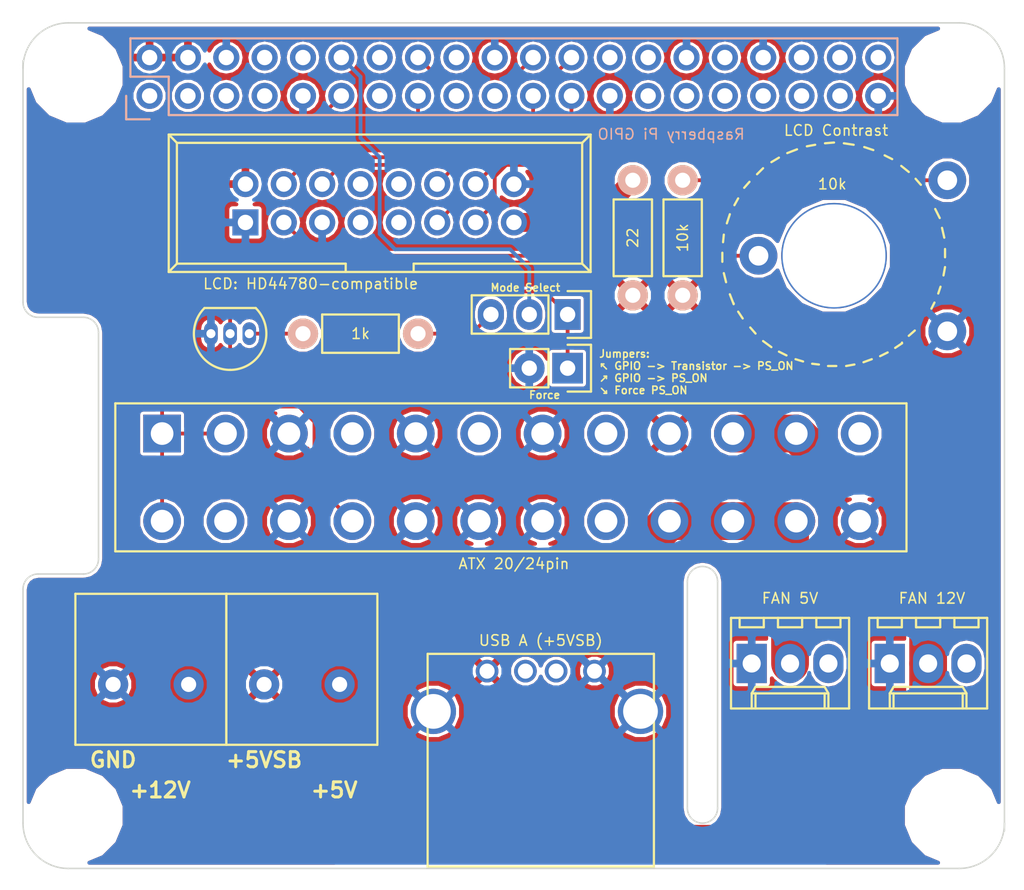
<source format=kicad_pcb>
(kicad_pcb (version 4) (host pcbnew 4.0.5)

  (general
    (links 58)
    (no_connects 0)
    (area 127.508 42.672 195.326001 101.600001)
    (thickness 1.6)
    (drawings 38)
    (tracks 84)
    (zones 0)
    (modules 19)
    (nets 56)
  )

  (page A4)
  (layers
    (0 F.Cu signal)
    (31 B.Cu signal)
    (32 B.Adhes user)
    (33 F.Adhes user)
    (34 B.Paste user)
    (35 F.Paste user)
    (36 B.SilkS user)
    (37 F.SilkS user)
    (38 B.Mask user)
    (39 F.Mask user)
    (40 Dwgs.User user)
    (41 Cmts.User user)
    (42 Eco1.User user)
    (43 Eco2.User user)
    (44 Edge.Cuts user)
    (45 Margin user)
    (46 B.CrtYd user)
    (47 F.CrtYd user)
    (48 B.Fab user)
    (49 F.Fab user)
  )

  (setup
    (last_trace_width 0.25)
    (user_trace_width 0.01)
    (user_trace_width 0.02)
    (user_trace_width 0.05)
    (user_trace_width 0.1)
    (user_trace_width 0.2)
    (trace_clearance 0.2)
    (zone_clearance 0.2)
    (zone_45_only no)
    (trace_min 0.01)
    (segment_width 0.2)
    (edge_width 0.1)
    (via_size 0.6)
    (via_drill 0.4)
    (via_min_size 0.4)
    (via_min_drill 0.3)
    (uvia_size 0.3)
    (uvia_drill 0.1)
    (uvias_allowed no)
    (uvia_min_size 0.2)
    (uvia_min_drill 0.1)
    (pcb_text_width 0.3)
    (pcb_text_size 1.5 1.5)
    (mod_edge_width 0.15)
    (mod_text_size 1 1)
    (mod_text_width 0.15)
    (pad_size 2 2)
    (pad_drill 1)
    (pad_to_mask_clearance 0)
    (aux_axis_origin 0 0)
    (visible_elements 7FFEFFFF)
    (pcbplotparams
      (layerselection 0x010f0_80000001)
      (usegerberextensions false)
      (excludeedgelayer true)
      (linewidth 0.100000)
      (plotframeref false)
      (viasonmask false)
      (mode 1)
      (useauxorigin false)
      (hpglpennumber 1)
      (hpglpenspeed 20)
      (hpglpendiameter 15)
      (hpglpenoverlay 2)
      (psnegative false)
      (psa4output false)
      (plotreference true)
      (plotvalue true)
      (plotinvisibletext false)
      (padsonsilk false)
      (subtractmaskfromsilk false)
      (outputformat 1)
      (mirror false)
      (drillshape 0)
      (scaleselection 1)
      (outputdirectory gerber/))
  )

  (net 0 "")
  (net 1 "Net-(J1-Pad2)")
  (net 2 PS_ON)
  (net 3 GND)
  (net 4 +3V3)
  (net 5 "Net-(P1-Pad4)")
  (net 6 "Net-(P1-Pad6)")
  (net 7 "Net-(P1-Pad8)")
  (net 8 +5V)
  (net 9 "Net-(P1-Pad12)")
  (net 10 "Net-(P1-Pad14)")
  (net 11 "Net-(P1-Pad20)")
  (net 12 "Net-(P2-Pad1)")
  (net 13 "Net-(P2-Pad3)")
  (net 14 "Net-(P2-Pad5)")
  (net 15 "Net-(P2-Pad7)")
  (net 16 "Net-(P2-Pad8)")
  (net 17 "Net-(P2-Pad10)")
  (net 18 "Net-(P2-Pad13)")
  (net 19 "Net-(P2-Pad14)")
  (net 20 LCD_RS)
  (net 21 LCD_ENABLE)
  (net 22 "Net-(P2-Pad17)")
  (net 23 "Net-(P2-Pad18)")
  (net 24 "Net-(P2-Pad19)")
  (net 25 LCD_D4)
  (net 26 LCD_D5)
  (net 27 LCD_D6)
  (net 28 LCD_D7)
  (net 29 "Net-(P2-Pad26)")
  (net 30 "Net-(P2-Pad27)")
  (net 31 "Net-(P2-Pad28)")
  (net 32 "Net-(P2-Pad29)")
  (net 33 "Net-(P2-Pad31)")
  (net 34 "Net-(P2-Pad32)")
  (net 35 "Net-(P2-Pad33)")
  (net 36 "Net-(P2-Pad35)")
  (net 37 "Net-(P2-Pad36)")
  (net 38 "Net-(P2-Pad37)")
  (net 39 "Net-(P2-Pad38)")
  (net 40 "Net-(P2-Pad40)")
  (net 41 "Net-(P3-Pad3)")
  (net 42 "Net-(P3-Pad7)")
  (net 43 "Net-(P3-Pad8)")
  (net 44 "Net-(P3-Pad9)")
  (net 45 "Net-(P3-Pad10)")
  (net 46 "Net-(P3-Pad15)")
  (net 47 "Net-(Q1-Pad1)")
  (net 48 "Net-(R5-Pad1)")
  (net 49 "Net-(J1-Pad3)")
  (net 50 5VSB)
  (net 51 +12V)
  (net 52 "Net-(P6-Pad3)")
  (net 53 "Net-(P7-Pad3)")
  (net 54 "Net-(P8-Pad3)")
  (net 55 "Net-(P8-Pad2)")

  (net_class Default "This is the default net class."
    (clearance 0.2)
    (trace_width 0.25)
    (via_dia 0.6)
    (via_drill 0.4)
    (uvia_dia 0.3)
    (uvia_drill 0.1)
    (add_net +3V3)
    (add_net LCD_D4)
    (add_net LCD_D5)
    (add_net LCD_D6)
    (add_net LCD_D7)
    (add_net LCD_ENABLE)
    (add_net LCD_RS)
    (add_net "Net-(J1-Pad2)")
    (add_net "Net-(J1-Pad3)")
    (add_net "Net-(P1-Pad12)")
    (add_net "Net-(P1-Pad14)")
    (add_net "Net-(P1-Pad20)")
    (add_net "Net-(P1-Pad4)")
    (add_net "Net-(P1-Pad6)")
    (add_net "Net-(P1-Pad8)")
    (add_net "Net-(P2-Pad1)")
    (add_net "Net-(P2-Pad10)")
    (add_net "Net-(P2-Pad13)")
    (add_net "Net-(P2-Pad14)")
    (add_net "Net-(P2-Pad17)")
    (add_net "Net-(P2-Pad18)")
    (add_net "Net-(P2-Pad19)")
    (add_net "Net-(P2-Pad26)")
    (add_net "Net-(P2-Pad27)")
    (add_net "Net-(P2-Pad28)")
    (add_net "Net-(P2-Pad29)")
    (add_net "Net-(P2-Pad3)")
    (add_net "Net-(P2-Pad31)")
    (add_net "Net-(P2-Pad32)")
    (add_net "Net-(P2-Pad33)")
    (add_net "Net-(P2-Pad35)")
    (add_net "Net-(P2-Pad36)")
    (add_net "Net-(P2-Pad37)")
    (add_net "Net-(P2-Pad38)")
    (add_net "Net-(P2-Pad40)")
    (add_net "Net-(P2-Pad5)")
    (add_net "Net-(P2-Pad7)")
    (add_net "Net-(P2-Pad8)")
    (add_net "Net-(P3-Pad10)")
    (add_net "Net-(P3-Pad3)")
    (add_net "Net-(P3-Pad7)")
    (add_net "Net-(P3-Pad8)")
    (add_net "Net-(P3-Pad9)")
    (add_net "Net-(P6-Pad3)")
    (add_net "Net-(P7-Pad3)")
    (add_net "Net-(P8-Pad2)")
    (add_net "Net-(P8-Pad3)")
    (add_net "Net-(Q1-Pad1)")
    (add_net "Net-(R5-Pad1)")
    (add_net PS_ON)
  )

  (net_class power ""
    (clearance 0.2)
    (trace_width 2.5)
    (via_dia 1.8)
    (via_drill 1.2)
    (uvia_dia 0.3)
    (uvia_drill 0.1)
    (add_net +12V)
    (add_net +5V)
    (add_net 5VSB)
    (add_net GND)
  )

  (net_class power-lite ""
    (clearance 0.2)
    (trace_width 1.25)
    (via_dia 1.5)
    (via_drill 1)
    (uvia_dia 0.3)
    (uvia_drill 0.1)
    (add_net "Net-(P3-Pad15)")
  )

  (module RPi_Hat:RPi_Hat_Mounting_Hole (layer F.Cu) (tedit 55217CA2) (tstamp 5515DEBF)
    (at 132.532 47.688)
    (descr "Mounting hole, Befestigungsbohrung, 2,7mm, No Annular, Kein Restring,")
    (tags "Mounting hole, Befestigungsbohrung, 2,7mm, No Annular, Kein Restring,")
    (fp_text reference "" (at 0 -4.0005) (layer F.SilkS) hide
      (effects (font (size 1 1) (thickness 0.15)))
    )
    (fp_text value "" (at 0.09906 3.59918) (layer F.Fab) hide
      (effects (font (size 1 1) (thickness 0.15)))
    )
    (fp_circle (center 0 0) (end 1.375 0) (layer F.Fab) (width 0.15))
    (fp_circle (center 0 0) (end 3.1 0) (layer F.Fab) (width 0.15))
    (fp_circle (center 0 0) (end 3.1 0) (layer B.Fab) (width 0.15))
    (fp_circle (center 0 0) (end 1.375 0) (layer B.Fab) (width 0.15))
    (fp_circle (center 0 0) (end 3.1 0) (layer F.CrtYd) (width 0.15))
    (fp_circle (center 0 0) (end 3.1 0) (layer B.CrtYd) (width 0.15))
    (pad "" np_thru_hole circle (at 0 0) (size 2.75 2.75) (drill 2.75) (layers *.Cu *.Mask)
      (solder_mask_margin 1.725) (clearance 1.725))
  )

  (module RPi_Hat:RPi_Hat_Mounting_Hole locked (layer F.Cu) (tedit 55217C7B) (tstamp 5515DEA9)
    (at 190.532 47.688)
    (descr "Mounting hole, Befestigungsbohrung, 2,7mm, No Annular, Kein Restring,")
    (tags "Mounting hole, Befestigungsbohrung, 2,7mm, No Annular, Kein Restring,")
    (fp_text reference "" (at 0 -4.0005) (layer F.SilkS) hide
      (effects (font (size 1 1) (thickness 0.15)))
    )
    (fp_text value "" (at 0.09906 3.59918) (layer F.Fab) hide
      (effects (font (size 1 1) (thickness 0.15)))
    )
    (fp_circle (center 0 0) (end 1.375 0) (layer F.Fab) (width 0.15))
    (fp_circle (center 0 0) (end 3.1 0) (layer F.Fab) (width 0.15))
    (fp_circle (center 0 0) (end 3.1 0) (layer B.Fab) (width 0.15))
    (fp_circle (center 0 0) (end 1.375 0) (layer B.Fab) (width 0.15))
    (fp_circle (center 0 0) (end 3.1 0) (layer F.CrtYd) (width 0.15))
    (fp_circle (center 0 0) (end 3.1 0) (layer B.CrtYd) (width 0.15))
    (pad "" np_thru_hole circle (at 0 0) (size 2.75 2.75) (drill 2.75) (layers *.Cu *.Mask)
      (solder_mask_margin 1.725) (clearance 1.725))
  )

  (module RPi_Hat:RPi_Hat_Mounting_Hole locked (layer F.Cu) (tedit 55217CCB) (tstamp 55169DC9)
    (at 190.532 96.688)
    (descr "Mounting hole, Befestigungsbohrung, 2,7mm, No Annular, Kein Restring,")
    (tags "Mounting hole, Befestigungsbohrung, 2,7mm, No Annular, Kein Restring,")
    (fp_text reference "" (at 0 -4.0005) (layer F.SilkS) hide
      (effects (font (size 1 1) (thickness 0.15)))
    )
    (fp_text value "" (at 0.09906 3.59918) (layer F.Fab) hide
      (effects (font (size 1 1) (thickness 0.15)))
    )
    (fp_circle (center 0 0) (end 1.375 0) (layer F.Fab) (width 0.15))
    (fp_circle (center 0 0) (end 3.1 0) (layer F.Fab) (width 0.15))
    (fp_circle (center 0 0) (end 3.1 0) (layer B.Fab) (width 0.15))
    (fp_circle (center 0 0) (end 1.375 0) (layer B.Fab) (width 0.15))
    (fp_circle (center 0 0) (end 3.1 0) (layer F.CrtYd) (width 0.15))
    (fp_circle (center 0 0) (end 3.1 0) (layer B.CrtYd) (width 0.15))
    (pad "" np_thru_hole circle (at 0 0) (size 2.75 2.75) (drill 2.75) (layers *.Cu *.Mask)
      (solder_mask_margin 1.725) (clearance 1.725))
  )

  (module RPi_Hat:RPi_Hat_Mounting_Hole locked (layer F.Cu) (tedit 55217CB9) (tstamp 5515DECC)
    (at 132.532 96.688)
    (descr "Mounting hole, Befestigungsbohrung, 2,7mm, No Annular, Kein Restring,")
    (tags "Mounting hole, Befestigungsbohrung, 2,7mm, No Annular, Kein Restring,")
    (fp_text reference "" (at 0 -4.0005) (layer F.SilkS) hide
      (effects (font (size 1 1) (thickness 0.15)))
    )
    (fp_text value "" (at 0.09906 3.59918) (layer F.Fab) hide
      (effects (font (size 1 1) (thickness 0.15)))
    )
    (fp_circle (center 0 0) (end 1.375 0) (layer F.Fab) (width 0.15))
    (fp_circle (center 0 0) (end 3.1 0) (layer F.Fab) (width 0.15))
    (fp_circle (center 0 0) (end 3.1 0) (layer B.Fab) (width 0.15))
    (fp_circle (center 0 0) (end 1.375 0) (layer B.Fab) (width 0.15))
    (fp_circle (center 0 0) (end 3.1 0) (layer F.CrtYd) (width 0.15))
    (fp_circle (center 0 0) (end 3.1 0) (layer B.CrtYd) (width 0.15))
    (pad "" np_thru_hole circle (at 0 0) (size 2.75 2.75) (drill 2.75) (layers *.Cu *.Mask)
      (solder_mask_margin 1.725) (clearance 1.725))
  )

  (module Pin_Headers:Pin_Header_Straight_1x03 (layer F.Cu) (tedit 58F227ED) (tstamp 58BEBB2C)
    (at 165.1 63.5 270)
    (descr "Through hole pin header")
    (tags "pin header")
    (path /58BDE4DC)
    (fp_text reference J1 (at 0 7.112 270) (layer F.SilkS) hide
      (effects (font (size 1 1) (thickness 0.15)))
    )
    (fp_text value PSU_ON (at 0 -3.1 270) (layer F.Fab)
      (effects (font (size 1 1) (thickness 0.15)))
    )
    (fp_line (start -1.75 -1.75) (end -1.75 6.85) (layer F.CrtYd) (width 0.05))
    (fp_line (start 1.75 -1.75) (end 1.75 6.85) (layer F.CrtYd) (width 0.05))
    (fp_line (start -1.75 -1.75) (end 1.75 -1.75) (layer F.CrtYd) (width 0.05))
    (fp_line (start -1.75 6.85) (end 1.75 6.85) (layer F.CrtYd) (width 0.05))
    (fp_line (start -1.27 1.27) (end -1.27 6.35) (layer F.SilkS) (width 0.15))
    (fp_line (start -1.27 6.35) (end 1.27 6.35) (layer F.SilkS) (width 0.15))
    (fp_line (start 1.27 6.35) (end 1.27 1.27) (layer F.SilkS) (width 0.15))
    (fp_line (start 1.55 -1.55) (end 1.55 0) (layer F.SilkS) (width 0.15))
    (fp_line (start 1.27 1.27) (end -1.27 1.27) (layer F.SilkS) (width 0.15))
    (fp_line (start -1.55 0) (end -1.55 -1.55) (layer F.SilkS) (width 0.15))
    (fp_line (start -1.55 -1.55) (end 1.55 -1.55) (layer F.SilkS) (width 0.15))
    (pad 1 thru_hole rect (at 0 0 270) (size 2.032 1.7272) (drill 1.016) (layers *.Cu *.Mask)
      (net 2 PS_ON))
    (pad 2 thru_hole oval (at 0 2.54 270) (size 2.032 1.7272) (drill 1.016) (layers *.Cu *.Mask)
      (net 1 "Net-(J1-Pad2)"))
    (pad 3 thru_hole oval (at 0 5.08 270) (size 2.032 1.7272) (drill 1.016) (layers *.Cu *.Mask)
      (net 49 "Net-(J1-Pad3)"))
    (model Pin_Headers.3dshapes/Pin_Header_Straight_1x03.wrl
      (at (xyz 0 -0.1 0))
      (scale (xyz 1 1 1))
      (rotate (xyz 0 0 90))
    )
  )

  (module Socket_Strips:Socket_Strip_Straight_2x20 (layer B.Cu) (tedit 58F227FE) (tstamp 58BEBB87)
    (at 137.414 49.022)
    (descr "Through hole socket strip")
    (tags "socket strip")
    (path /58A9C76E)
    (fp_text reference P2 (at 25.273 2.667) (layer B.SilkS) hide
      (effects (font (size 1 1) (thickness 0.15)) (justify mirror))
    )
    (fp_text value "Raspberry Pi GPIO" (at 0 3.1) (layer B.Fab)
      (effects (font (size 1 1) (thickness 0.15)) (justify mirror))
    )
    (fp_line (start -1.75 1.75) (end -1.75 -4.3) (layer B.CrtYd) (width 0.05))
    (fp_line (start 50.05 1.75) (end 50.05 -4.3) (layer B.CrtYd) (width 0.05))
    (fp_line (start -1.75 1.75) (end 50.05 1.75) (layer B.CrtYd) (width 0.05))
    (fp_line (start -1.75 -4.3) (end 50.05 -4.3) (layer B.CrtYd) (width 0.05))
    (fp_line (start 49.53 -3.81) (end -1.27 -3.81) (layer B.SilkS) (width 0.15))
    (fp_line (start 1.27 1.27) (end 49.53 1.27) (layer B.SilkS) (width 0.15))
    (fp_line (start 49.53 -3.81) (end 49.53 1.27) (layer B.SilkS) (width 0.15))
    (fp_line (start -1.27 -3.81) (end -1.27 -1.27) (layer B.SilkS) (width 0.15))
    (fp_line (start 0 1.55) (end -1.55 1.55) (layer B.SilkS) (width 0.15))
    (fp_line (start -1.27 -1.27) (end 1.27 -1.27) (layer B.SilkS) (width 0.15))
    (fp_line (start 1.27 -1.27) (end 1.27 1.27) (layer B.SilkS) (width 0.15))
    (fp_line (start -1.55 1.55) (end -1.55 0) (layer B.SilkS) (width 0.15))
    (pad 1 thru_hole circle (at 0 0) (size 1.7272 1.7272) (drill 1.016) (layers *.Cu *.Mask)
      (net 12 "Net-(P2-Pad1)"))
    (pad 2 thru_hole oval (at 0 -2.54) (size 1.7272 1.7272) (drill 1.016) (layers *.Cu *.Mask)
      (net 50 5VSB))
    (pad 3 thru_hole circle (at 2.54 0) (size 1.7272 1.7272) (drill 1.016) (layers *.Cu *.Mask)
      (net 13 "Net-(P2-Pad3)"))
    (pad 4 thru_hole oval (at 2.54 -2.54) (size 1.7272 1.7272) (drill 1.016) (layers *.Cu *.Mask)
      (net 50 5VSB))
    (pad 5 thru_hole oval (at 5.08 0) (size 1.7272 1.7272) (drill 1.016) (layers *.Cu *.Mask)
      (net 14 "Net-(P2-Pad5)"))
    (pad 6 thru_hole oval (at 5.08 -2.54) (size 1.7272 1.7272) (drill 1.016) (layers *.Cu *.Mask)
      (net 3 GND))
    (pad 7 thru_hole oval (at 7.62 0) (size 1.7272 1.7272) (drill 1.016) (layers *.Cu *.Mask)
      (net 15 "Net-(P2-Pad7)"))
    (pad 8 thru_hole oval (at 7.62 -2.54) (size 1.7272 1.7272) (drill 1.016) (layers *.Cu *.Mask)
      (net 16 "Net-(P2-Pad8)"))
    (pad 9 thru_hole oval (at 10.16 0) (size 1.7272 1.7272) (drill 1.016) (layers *.Cu *.Mask)
      (net 3 GND))
    (pad 10 thru_hole oval (at 10.16 -2.54) (size 1.7272 1.7272) (drill 1.016) (layers *.Cu *.Mask)
      (net 17 "Net-(P2-Pad10)"))
    (pad 11 thru_hole oval (at 12.7 0) (size 1.7272 1.7272) (drill 1.016) (layers *.Cu *.Mask)
      (net 4 +3V3))
    (pad 12 thru_hole oval (at 12.7 -2.54) (size 1.7272 1.7272) (drill 1.016) (layers *.Cu *.Mask)
      (net 1 "Net-(J1-Pad2)"))
    (pad 13 thru_hole oval (at 15.24 0) (size 1.7272 1.7272) (drill 1.016) (layers *.Cu *.Mask)
      (net 18 "Net-(P2-Pad13)"))
    (pad 14 thru_hole oval (at 15.24 -2.54) (size 1.7272 1.7272) (drill 1.016) (layers *.Cu *.Mask)
      (net 19 "Net-(P2-Pad14)"))
    (pad 15 thru_hole oval (at 17.78 0) (size 1.7272 1.7272) (drill 1.016) (layers *.Cu *.Mask)
      (net 20 LCD_RS))
    (pad 16 thru_hole oval (at 17.78 -2.54) (size 1.7272 1.7272) (drill 1.016) (layers *.Cu *.Mask)
      (net 21 LCD_ENABLE))
    (pad 17 thru_hole oval (at 20.32 0) (size 1.7272 1.7272) (drill 1.016) (layers *.Cu *.Mask)
      (net 22 "Net-(P2-Pad17)"))
    (pad 18 thru_hole oval (at 20.32 -2.54) (size 1.7272 1.7272) (drill 1.016) (layers *.Cu *.Mask)
      (net 23 "Net-(P2-Pad18)"))
    (pad 19 thru_hole oval (at 22.86 0) (size 1.7272 1.7272) (drill 1.016) (layers *.Cu *.Mask)
      (net 24 "Net-(P2-Pad19)"))
    (pad 20 thru_hole oval (at 22.86 -2.54) (size 1.7272 1.7272) (drill 1.016) (layers *.Cu *.Mask)
      (net 3 GND))
    (pad 21 thru_hole oval (at 25.4 0) (size 1.7272 1.7272) (drill 1.016) (layers *.Cu *.Mask)
      (net 25 LCD_D4))
    (pad 22 thru_hole oval (at 25.4 -2.54) (size 1.7272 1.7272) (drill 1.016) (layers *.Cu *.Mask)
      (net 26 LCD_D5))
    (pad 23 thru_hole oval (at 27.94 0) (size 1.7272 1.7272) (drill 1.016) (layers *.Cu *.Mask)
      (net 27 LCD_D6))
    (pad 24 thru_hole oval (at 27.94 -2.54) (size 1.7272 1.7272) (drill 1.016) (layers *.Cu *.Mask)
      (net 28 LCD_D7))
    (pad 25 thru_hole oval (at 30.48 0) (size 1.7272 1.7272) (drill 1.016) (layers *.Cu *.Mask)
      (net 3 GND))
    (pad 26 thru_hole oval (at 30.48 -2.54) (size 1.7272 1.7272) (drill 1.016) (layers *.Cu *.Mask)
      (net 29 "Net-(P2-Pad26)"))
    (pad 27 thru_hole oval (at 33.02 0) (size 1.7272 1.7272) (drill 1.016) (layers *.Cu *.Mask)
      (net 30 "Net-(P2-Pad27)"))
    (pad 28 thru_hole oval (at 33.02 -2.54) (size 1.7272 1.7272) (drill 1.016) (layers *.Cu *.Mask)
      (net 31 "Net-(P2-Pad28)"))
    (pad 29 thru_hole oval (at 35.56 0) (size 1.7272 1.7272) (drill 1.016) (layers *.Cu *.Mask)
      (net 32 "Net-(P2-Pad29)"))
    (pad 30 thru_hole oval (at 35.56 -2.54) (size 1.7272 1.7272) (drill 1.016) (layers *.Cu *.Mask)
      (net 3 GND))
    (pad 31 thru_hole oval (at 38.1 0) (size 1.7272 1.7272) (drill 1.016) (layers *.Cu *.Mask)
      (net 33 "Net-(P2-Pad31)"))
    (pad 32 thru_hole oval (at 38.1 -2.54) (size 1.7272 1.7272) (drill 1.016) (layers *.Cu *.Mask)
      (net 34 "Net-(P2-Pad32)"))
    (pad 33 thru_hole oval (at 40.64 0) (size 1.7272 1.7272) (drill 1.016) (layers *.Cu *.Mask)
      (net 35 "Net-(P2-Pad33)"))
    (pad 34 thru_hole oval (at 40.64 -2.54) (size 1.7272 1.7272) (drill 1.016) (layers *.Cu *.Mask)
      (net 3 GND))
    (pad 35 thru_hole oval (at 43.18 0) (size 1.7272 1.7272) (drill 1.016) (layers *.Cu *.Mask)
      (net 36 "Net-(P2-Pad35)"))
    (pad 36 thru_hole oval (at 43.18 -2.54) (size 1.7272 1.7272) (drill 1.016) (layers *.Cu *.Mask)
      (net 37 "Net-(P2-Pad36)"))
    (pad 37 thru_hole oval (at 45.72 0) (size 1.7272 1.7272) (drill 1.016) (layers *.Cu *.Mask)
      (net 38 "Net-(P2-Pad37)"))
    (pad 38 thru_hole oval (at 45.72 -2.54) (size 1.7272 1.7272) (drill 1.016) (layers *.Cu *.Mask)
      (net 39 "Net-(P2-Pad38)"))
    (pad 39 thru_hole oval (at 48.26 0) (size 1.7272 1.7272) (drill 1.016) (layers *.Cu *.Mask)
      (net 3 GND))
    (pad 40 thru_hole oval (at 48.26 -2.54) (size 1.7272 1.7272) (drill 1.016) (layers *.Cu *.Mask)
      (net 40 "Net-(P2-Pad40)"))
    (model Socket_Strips.3dshapes/Socket_Strip_Straight_2x20.wrl
      (at (xyz 0.95 -0.05 0))
      (scale (xyz 1 1 1))
      (rotate (xyz 0 0 180))
    )
  )

  (module Connectors:IDC_Header_Straight_16pins (layer F.Cu) (tedit 58F227FA) (tstamp 58BEBBAE)
    (at 143.764 57.404)
    (descr "16 pins through hole IDC header")
    (tags "IDC header socket VASCH")
    (path /58A9C814)
    (fp_text reference P3 (at 8.89 2.286) (layer F.SilkS) hide
      (effects (font (size 1 1) (thickness 0.15)))
    )
    (fp_text value "HD44780 LCD" (at 8.89 5.223) (layer F.Fab)
      (effects (font (size 1 1) (thickness 0.15)))
    )
    (fp_line (start -5.08 -5.82) (end 22.86 -5.82) (layer F.SilkS) (width 0.15))
    (fp_line (start -4.54 -5.27) (end 22.3 -5.27) (layer F.SilkS) (width 0.15))
    (fp_line (start -5.08 3.28) (end 22.86 3.28) (layer F.SilkS) (width 0.15))
    (fp_line (start -4.54 2.73) (end 6.64 2.73) (layer F.SilkS) (width 0.15))
    (fp_line (start 11.14 2.73) (end 22.3 2.73) (layer F.SilkS) (width 0.15))
    (fp_line (start 6.64 2.73) (end 6.64 3.28) (layer F.SilkS) (width 0.15))
    (fp_line (start 11.14 2.73) (end 11.14 3.28) (layer F.SilkS) (width 0.15))
    (fp_line (start -5.08 -5.82) (end -5.08 3.28) (layer F.SilkS) (width 0.15))
    (fp_line (start -4.54 -5.27) (end -4.54 2.73) (layer F.SilkS) (width 0.15))
    (fp_line (start 22.86 -5.82) (end 22.86 3.28) (layer F.SilkS) (width 0.15))
    (fp_line (start 22.3 -5.27) (end 22.3 2.73) (layer F.SilkS) (width 0.15))
    (fp_line (start -5.08 -5.82) (end -4.54 -5.27) (layer F.SilkS) (width 0.15))
    (fp_line (start 22.86 -5.82) (end 22.3 -5.27) (layer F.SilkS) (width 0.15))
    (fp_line (start -5.08 3.28) (end -4.54 2.73) (layer F.SilkS) (width 0.15))
    (fp_line (start 22.86 3.28) (end 22.3 2.73) (layer F.SilkS) (width 0.15))
    (fp_line (start -5.35 -6.05) (end 23.1 -6.05) (layer F.CrtYd) (width 0.05))
    (fp_line (start 23.1 -6.05) (end 23.1 3.55) (layer F.CrtYd) (width 0.05))
    (fp_line (start 23.1 3.55) (end -5.35 3.55) (layer F.CrtYd) (width 0.05))
    (fp_line (start -5.35 3.55) (end -5.35 -6.05) (layer F.CrtYd) (width 0.05))
    (pad 1 thru_hole rect (at 0 0) (size 1.7272 1.7272) (drill 1.016) (layers *.Cu *.Mask)
      (net 3 GND))
    (pad 2 thru_hole oval (at 0 -2.54) (size 1.7272 1.7272) (drill 1.016) (layers *.Cu *.Mask)
      (net 50 5VSB))
    (pad 3 thru_hole oval (at 2.54 0) (size 1.7272 1.7272) (drill 1.016) (layers *.Cu *.Mask)
      (net 41 "Net-(P3-Pad3)"))
    (pad 4 thru_hole oval (at 2.54 -2.54) (size 1.7272 1.7272) (drill 1.016) (layers *.Cu *.Mask)
      (net 20 LCD_RS))
    (pad 5 thru_hole oval (at 5.08 0) (size 1.7272 1.7272) (drill 1.016) (layers *.Cu *.Mask)
      (net 3 GND))
    (pad 6 thru_hole oval (at 5.08 -2.54) (size 1.7272 1.7272) (drill 1.016) (layers *.Cu *.Mask)
      (net 21 LCD_ENABLE))
    (pad 7 thru_hole oval (at 7.62 0) (size 1.7272 1.7272) (drill 1.016) (layers *.Cu *.Mask)
      (net 42 "Net-(P3-Pad7)"))
    (pad 8 thru_hole oval (at 7.62 -2.54) (size 1.7272 1.7272) (drill 1.016) (layers *.Cu *.Mask)
      (net 43 "Net-(P3-Pad8)"))
    (pad 9 thru_hole oval (at 10.16 0) (size 1.7272 1.7272) (drill 1.016) (layers *.Cu *.Mask)
      (net 44 "Net-(P3-Pad9)"))
    (pad 10 thru_hole oval (at 10.16 -2.54) (size 1.7272 1.7272) (drill 1.016) (layers *.Cu *.Mask)
      (net 45 "Net-(P3-Pad10)"))
    (pad 11 thru_hole oval (at 12.7 0) (size 1.7272 1.7272) (drill 1.016) (layers *.Cu *.Mask)
      (net 25 LCD_D4))
    (pad 12 thru_hole oval (at 12.7 -2.54) (size 1.7272 1.7272) (drill 1.016) (layers *.Cu *.Mask)
      (net 26 LCD_D5))
    (pad 13 thru_hole oval (at 15.24 0) (size 1.7272 1.7272) (drill 1.016) (layers *.Cu *.Mask)
      (net 27 LCD_D6))
    (pad 14 thru_hole oval (at 15.24 -2.54) (size 1.7272 1.7272) (drill 1.016) (layers *.Cu *.Mask)
      (net 28 LCD_D7))
    (pad 15 thru_hole oval (at 17.78 0) (size 1.7272 1.7272) (drill 1.016) (layers *.Cu *.Mask)
      (net 46 "Net-(P3-Pad15)"))
    (pad 16 thru_hole oval (at 17.78 -2.54) (size 1.7272 1.7272) (drill 1.016) (layers *.Cu *.Mask)
      (net 3 GND))
  )

  (module TO_SOT_Packages_THT:TO-92_Inline_Narrow_Oval (layer F.Cu) (tedit 58F2271D) (tstamp 58BEBBBC)
    (at 144.018 64.77 180)
    (descr "TO-92 leads in-line, narrow, oval pads, drill 0.6mm (see NXP sot054_po.pdf)")
    (tags "to-92 sc-43 sc-43a sot54 PA33 transistor")
    (path /58A9E36B)
    (fp_text reference Q1 (at 1.27 -1.778 180) (layer F.SilkS) hide
      (effects (font (size 1 1) (thickness 0.15)))
    )
    (fp_text value Q_NPN_BCE (at 0 3 180) (layer F.Fab)
      (effects (font (size 1 1) (thickness 0.15)))
    )
    (fp_line (start -1.4 1.95) (end -1.4 -2.65) (layer F.CrtYd) (width 0.05))
    (fp_line (start -1.4 1.95) (end 3.95 1.95) (layer F.CrtYd) (width 0.05))
    (fp_line (start -0.43 1.7) (end 2.97 1.7) (layer F.SilkS) (width 0.15))
    (fp_arc (start 1.27 0) (end 1.27 -2.4) (angle -135) (layer F.SilkS) (width 0.15))
    (fp_arc (start 1.27 0) (end 1.27 -2.4) (angle 135) (layer F.SilkS) (width 0.15))
    (fp_line (start -1.4 -2.65) (end 3.95 -2.65) (layer F.CrtYd) (width 0.05))
    (fp_line (start 3.95 1.95) (end 3.95 -2.65) (layer F.CrtYd) (width 0.05))
    (pad 2 thru_hole oval (at 1.27 0) (size 0.89916 1.50114) (drill 0.6) (layers *.Cu *.Mask)
      (net 2 PS_ON))
    (pad 3 thru_hole oval (at 2.54 0) (size 0.89916 1.50114) (drill 0.6) (layers *.Cu *.Mask)
      (net 3 GND))
    (pad 1 thru_hole oval (at 0 0) (size 0.89916 1.50114) (drill 0.6) (layers *.Cu *.Mask)
      (net 47 "Net-(Q1-Pad1)"))
    (model TO_SOT_Packages_THT.3dshapes/TO-92_Inline_Narrow_Oval.wrl
      (at (xyz 0.05 0 0))
      (scale (xyz 1 1 1))
      (rotate (xyz 0 0 -90))
    )
  )

  (module Resistors_THT:Resistor_Horizontal_RM7mm (layer F.Cu) (tedit 58F240EE) (tstamp 58BEBBCA)
    (at 169.418 54.61 270)
    (descr "Resistor, Axial,  RM 7.62mm, 1/3W,")
    (tags "Resistor Axial RM 7.62mm 1/3W R3")
    (path /58A9CA1C)
    (fp_text reference R1 (at 3.81 2.032 270) (layer F.SilkS) hide
      (effects (font (size 1 1) (thickness 0.15)))
    )
    (fp_text value 22 (at 3.81 3.81 270) (layer F.Fab)
      (effects (font (size 1 1) (thickness 0.15)))
    )
    (fp_line (start -1.25 -1.5) (end 8.85 -1.5) (layer F.CrtYd) (width 0.05))
    (fp_line (start -1.25 1.5) (end -1.25 -1.5) (layer F.CrtYd) (width 0.05))
    (fp_line (start 8.85 -1.5) (end 8.85 1.5) (layer F.CrtYd) (width 0.05))
    (fp_line (start -1.25 1.5) (end 8.85 1.5) (layer F.CrtYd) (width 0.05))
    (fp_line (start 1.27 -1.27) (end 6.35 -1.27) (layer F.SilkS) (width 0.15))
    (fp_line (start 6.35 -1.27) (end 6.35 1.27) (layer F.SilkS) (width 0.15))
    (fp_line (start 6.35 1.27) (end 1.27 1.27) (layer F.SilkS) (width 0.15))
    (fp_line (start 1.27 1.27) (end 1.27 -1.27) (layer F.SilkS) (width 0.15))
    (pad 1 thru_hole circle (at 0 0 270) (size 1.99898 1.99898) (drill 1.00076) (layers *.Cu *.SilkS *.Mask)
      (net 46 "Net-(P3-Pad15)"))
    (pad 2 thru_hole circle (at 7.62 0 270) (size 1.99898 1.99898) (drill 1.00076) (layers *.Cu *.SilkS *.Mask)
      (net 50 5VSB))
  )

  (module Resistors_THT:Resistor_Horizontal_RM7mm (layer F.Cu) (tedit 58F2281E) (tstamp 58BEBBE6)
    (at 147.574 64.77)
    (descr "Resistor, Axial,  RM 7.62mm, 1/3W,")
    (tags "Resistor Axial RM 7.62mm 1/3W R3")
    (path /58A9E3A9)
    (fp_text reference R3 (at 3.81 2.032) (layer F.SilkS) hide
      (effects (font (size 1 1) (thickness 0.15)))
    )
    (fp_text value 1k (at 3.81 3.81) (layer F.Fab)
      (effects (font (size 1 1) (thickness 0.15)))
    )
    (fp_line (start -1.25 -1.5) (end 8.85 -1.5) (layer F.CrtYd) (width 0.05))
    (fp_line (start -1.25 1.5) (end -1.25 -1.5) (layer F.CrtYd) (width 0.05))
    (fp_line (start 8.85 -1.5) (end 8.85 1.5) (layer F.CrtYd) (width 0.05))
    (fp_line (start -1.25 1.5) (end 8.85 1.5) (layer F.CrtYd) (width 0.05))
    (fp_line (start 1.27 -1.27) (end 6.35 -1.27) (layer F.SilkS) (width 0.15))
    (fp_line (start 6.35 -1.27) (end 6.35 1.27) (layer F.SilkS) (width 0.15))
    (fp_line (start 6.35 1.27) (end 1.27 1.27) (layer F.SilkS) (width 0.15))
    (fp_line (start 1.27 1.27) (end 1.27 -1.27) (layer F.SilkS) (width 0.15))
    (pad 1 thru_hole circle (at 0 0) (size 1.99898 1.99898) (drill 1.00076) (layers *.Cu *.SilkS *.Mask)
      (net 47 "Net-(Q1-Pad1)"))
    (pad 2 thru_hole circle (at 7.62 0) (size 1.99898 1.99898) (drill 1.00076) (layers *.Cu *.SilkS *.Mask)
      (net 49 "Net-(J1-Pad3)"))
  )

  (module Resistors_THT:Resistor_Horizontal_RM7mm (layer F.Cu) (tedit 58F240F1) (tstamp 58BEBBF4)
    (at 172.72 54.61 270)
    (descr "Resistor, Axial,  RM 7.62mm, 1/3W,")
    (tags "Resistor Axial RM 7.62mm 1/3W R3")
    (path /58A9F0FE)
    (fp_text reference R5 (at 3.81 -2.032 270) (layer F.SilkS) hide
      (effects (font (size 1 1) (thickness 0.15)))
    )
    (fp_text value 10k (at 3.81 3.81 270) (layer F.Fab)
      (effects (font (size 1 1) (thickness 0.15)))
    )
    (fp_line (start -1.25 -1.5) (end 8.85 -1.5) (layer F.CrtYd) (width 0.05))
    (fp_line (start -1.25 1.5) (end -1.25 -1.5) (layer F.CrtYd) (width 0.05))
    (fp_line (start 8.85 -1.5) (end 8.85 1.5) (layer F.CrtYd) (width 0.05))
    (fp_line (start -1.25 1.5) (end 8.85 1.5) (layer F.CrtYd) (width 0.05))
    (fp_line (start 1.27 -1.27) (end 6.35 -1.27) (layer F.SilkS) (width 0.15))
    (fp_line (start 6.35 -1.27) (end 6.35 1.27) (layer F.SilkS) (width 0.15))
    (fp_line (start 6.35 1.27) (end 1.27 1.27) (layer F.SilkS) (width 0.15))
    (fp_line (start 1.27 1.27) (end 1.27 -1.27) (layer F.SilkS) (width 0.15))
    (pad 1 thru_hole circle (at 0 0 270) (size 1.99898 1.99898) (drill 1.00076) (layers *.Cu *.SilkS *.Mask)
      (net 48 "Net-(R5-Pad1)"))
    (pad 2 thru_hole circle (at 7.62 0 270) (size 1.99898 1.99898) (drill 1.00076) (layers *.Cu *.SilkS *.Mask)
      (net 50 5VSB))
  )

  (module Potentiometers:Potentiometer_Trimmer-Piher_PT15-V12-5_horizontal_revers (layer F.Cu) (tedit 58F22723) (tstamp 58BEBC21)
    (at 190.246 54.61 90)
    (descr "Potentiometer, Trimmer, Piher, PT15, Type V12.5, horizontal, Rev A, 02 Aug 2010,")
    (tags "Potentiometer, Trimmer, Piher, PT15, Type V12.5, horizontal, Rev A, 02 Aug 2010,")
    (path /58A9C906)
    (fp_text reference RV1 (at -5.08 -2.54 90) (layer F.SilkS) hide
      (effects (font (size 1 1) (thickness 0.15)))
    )
    (fp_text value 10k (at -5.00126 3.92938 90) (layer F.Fab)
      (effects (font (size 1 1) (thickness 0.15)))
    )
    (fp_line (start 2.3495 -6.20014) (end 2.44856 -6.85038) (layer F.SilkS) (width 0.15))
    (fp_line (start 1.99898 -4.89966) (end 2.19964 -5.50164) (layer F.SilkS) (width 0.15))
    (fp_line (start 1.39954 -3.64998) (end 1.64846 -4.15036) (layer F.SilkS) (width 0.15))
    (fp_line (start 0.54864 -2.55016) (end 0.94996 -3.05054) (layer F.SilkS) (width 0.15))
    (fp_line (start -0.30226 -1.75006) (end 0.09906 -2.10058) (layer F.SilkS) (width 0.15))
    (fp_line (start -2.5019 -0.50038) (end -1.90246 -0.8001) (layer F.SilkS) (width 0.15))
    (fp_line (start -3.80238 -0.20066) (end -3.15214 -0.35052) (layer F.SilkS) (width 0.15))
    (fp_line (start -5.10032 -0.14986) (end -4.55168 -0.14986) (layer F.SilkS) (width 0.15))
    (fp_line (start -6.30174 -0.25146) (end -5.75056 -0.14986) (layer F.SilkS) (width 0.15))
    (fp_line (start -7.50062 -0.59944) (end -7.05104 -0.44958) (layer F.SilkS) (width 0.15))
    (fp_line (start -8.50138 -1.05156) (end -8.10006 -0.8509) (layer F.SilkS) (width 0.15))
    (fp_line (start -10.30224 -2.55016) (end -9.95172 -2.15138) (layer F.SilkS) (width 0.15))
    (fp_line (start -11.10234 -3.45186) (end -10.80008 -2.99974) (layer F.SilkS) (width 0.15))
    (fp_line (start -10.80008 -2.99974) (end -10.75182 -2.99974) (layer F.SilkS) (width 0.15))
    (fp_line (start -11.65098 -4.45008) (end -11.40206 -3.9497) (layer F.SilkS) (width 0.15))
    (fp_line (start -12.0523 -5.5499) (end -11.85164 -5.00126) (layer F.SilkS) (width 0.15))
    (fp_line (start -12.30122 -6.70052) (end -12.20216 -6.15188) (layer F.SilkS) (width 0.15))
    (fp_line (start -12.30122 -7.8994) (end -12.30122 -7.35076) (layer F.SilkS) (width 0.15))
    (fp_line (start -12.15136 -8.95096) (end -12.20216 -8.50138) (layer F.SilkS) (width 0.15))
    (fp_line (start -11.85164 -10.05078) (end -12.0015 -9.5504) (layer F.SilkS) (width 0.15))
    (fp_line (start -11.35126 -11.1506) (end -11.60018 -10.65022) (layer F.SilkS) (width 0.15))
    (fp_line (start -10.65022 -12.19962) (end -11.05154 -11.65098) (layer F.SilkS) (width 0.15))
    (fp_line (start -9.75106 -13.05052) (end -10.15238 -12.7) (layer F.SilkS) (width 0.15))
    (fp_line (start -8.70204 -13.85062) (end -9.15162 -13.5509) (layer F.SilkS) (width 0.15))
    (fp_line (start -7.55142 -14.4018) (end -8.20166 -14.15034) (layer F.SilkS) (width 0.15))
    (fp_line (start -8.20166 -14.15034) (end -8.15086 -14.15034) (layer F.SilkS) (width 0.15))
    (fp_line (start -6.15188 -14.80058) (end -6.75132 -14.65072) (layer F.SilkS) (width 0.15))
    (fp_line (start -4.8006 -14.89964) (end -5.40004 -14.89964) (layer F.SilkS) (width 0.15))
    (fp_line (start -3.60172 -14.80058) (end -4.1021 -14.85138) (layer F.SilkS) (width 0.15))
    (fp_line (start -2.25044 -14.4018) (end -2.85242 -14.59992) (layer F.SilkS) (width 0.15))
    (fp_line (start -1.20142 -13.85062) (end -1.651 -14.09954) (layer F.SilkS) (width 0.15))
    (fp_line (start -0.1016 -13.10132) (end -0.50038 -13.45184) (layer F.SilkS) (width 0.15))
    (fp_line (start 0.79756 -12.19962) (end 0.39878 -12.60094) (layer F.SilkS) (width 0.15))
    (fp_line (start 1.4986 -11.1506) (end 1.19888 -11.65098) (layer F.SilkS) (width 0.15))
    (fp_line (start 2.04978 -9.95172) (end 1.79832 -10.59942) (layer F.SilkS) (width 0.15))
    (fp_line (start 2.3495 -8.7503) (end 2.2479 -9.30148) (layer F.SilkS) (width 0.15))
    (fp_line (start 2.49936 -7.50062) (end 2.44856 -8.10006) (layer F.SilkS) (width 0.15))
    (pad 2 thru_hole circle (at -5.00126 -12.50188 90) (size 2.49936 2.49936) (drill 1.30048) (layers *.Cu *.Mask)
      (net 41 "Net-(P3-Pad3)"))
    (pad 1 thru_hole circle (at 0 0 90) (size 2.49936 2.49936) (drill 1.30048) (layers *.Cu *.Mask)
      (net 48 "Net-(R5-Pad1)"))
    (pad 3 thru_hole circle (at -10.00252 0 90) (size 2.49936 2.49936) (drill 1.30048) (layers *.Cu *.Mask)
      (net 3 GND))
    (pad "" np_thru_hole circle (at -5.00126 -7.50062 90) (size 7.00024 7.00024) (drill 6.79958) (layers *.Cu *.Mask))
  )

  (module Pin_Headers:Pin_Header_Straight_1x02 (layer F.Cu) (tedit 58F227F4) (tstamp 58BEBE9D)
    (at 165.1 67.056 270)
    (descr "Through hole pin header")
    (tags "pin header")
    (path /58BDE56A)
    (fp_text reference J2 (at 0 4.572 270) (layer F.SilkS) hide
      (effects (font (size 1 1) (thickness 0.15)))
    )
    (fp_text value "Always on" (at 0 -3.1 270) (layer F.Fab)
      (effects (font (size 1 1) (thickness 0.15)))
    )
    (fp_line (start 1.27 1.27) (end 1.27 3.81) (layer F.SilkS) (width 0.15))
    (fp_line (start 1.55 -1.55) (end 1.55 0) (layer F.SilkS) (width 0.15))
    (fp_line (start -1.75 -1.75) (end -1.75 4.3) (layer F.CrtYd) (width 0.05))
    (fp_line (start 1.75 -1.75) (end 1.75 4.3) (layer F.CrtYd) (width 0.05))
    (fp_line (start -1.75 -1.75) (end 1.75 -1.75) (layer F.CrtYd) (width 0.05))
    (fp_line (start -1.75 4.3) (end 1.75 4.3) (layer F.CrtYd) (width 0.05))
    (fp_line (start 1.27 1.27) (end -1.27 1.27) (layer F.SilkS) (width 0.15))
    (fp_line (start -1.55 0) (end -1.55 -1.55) (layer F.SilkS) (width 0.15))
    (fp_line (start -1.55 -1.55) (end 1.55 -1.55) (layer F.SilkS) (width 0.15))
    (fp_line (start -1.27 1.27) (end -1.27 3.81) (layer F.SilkS) (width 0.15))
    (fp_line (start -1.27 3.81) (end 1.27 3.81) (layer F.SilkS) (width 0.15))
    (pad 1 thru_hole rect (at 0 0 270) (size 2.032 2.032) (drill 1.016) (layers *.Cu *.Mask)
      (net 2 PS_ON))
    (pad 2 thru_hole oval (at 0 2.54 270) (size 2.032 2.032) (drill 1.016) (layers *.Cu *.Mask)
      (net 3 GND))
    (model Pin_Headers.3dshapes/Pin_Header_Straight_1x02.wrl
      (at (xyz 0 -0.05 0))
      (scale (xyz 1 1 1))
      (rotate (xyz 0 0 90))
    )
  )

  (module Connectors:RND_205-00001 (layer F.Cu) (tedit 58F2285B) (tstamp 58F2D87B)
    (at 140 88 180)
    (path /58F2170C)
    (fp_text reference P4 (at 2.506 -2.536 180) (layer F.SilkS) hide
      (effects (font (size 1 1) (thickness 0.15)))
    )
    (fp_text value CONN_01X02 (at 2.6924 7.1374 180) (layer F.Fab)
      (effects (font (size 1 1) (thickness 0.15)))
    )
    (fp_line (start -2.5 -4) (end 7.5 -4) (layer F.SilkS) (width 0.15))
    (fp_line (start 7.5 -4) (end 7.5 6) (layer F.SilkS) (width 0.15))
    (fp_line (start 7.5 6) (end -2.5 6) (layer F.SilkS) (width 0.15))
    (fp_line (start -2.5 6) (end -2.5 -4) (layer F.SilkS) (width 0.15))
    (pad 2 thru_hole circle (at 0 0 180) (size 2 2) (drill 1) (layers *.Cu *.Mask)
      (net 51 +12V))
    (pad 1 thru_hole circle (at 5 0 180) (size 2 2) (drill 1) (layers *.Cu *.Mask)
      (net 3 GND))
  )

  (module Connectors:RND_205-00001 (layer F.Cu) (tedit 58F22860) (tstamp 58F2D885)
    (at 150 88 180)
    (path /58F21766)
    (fp_text reference P5 (at 2.6 -2.536 180) (layer F.SilkS) hide
      (effects (font (size 1 1) (thickness 0.15)))
    )
    (fp_text value CONN_01X02 (at 2.6924 7.1374 180) (layer F.Fab)
      (effects (font (size 1 1) (thickness 0.15)))
    )
    (fp_line (start -2.5 -4) (end 7.5 -4) (layer F.SilkS) (width 0.15))
    (fp_line (start 7.5 -4) (end 7.5 6) (layer F.SilkS) (width 0.15))
    (fp_line (start 7.5 6) (end -2.5 6) (layer F.SilkS) (width 0.15))
    (fp_line (start -2.5 6) (end -2.5 -4) (layer F.SilkS) (width 0.15))
    (pad 2 thru_hole circle (at 0 0 180) (size 2 2) (drill 1) (layers *.Cu *.Mask)
      (net 8 +5V))
    (pad 1 thru_hole circle (at 5 0 180) (size 2 2) (drill 1) (layers *.Cu *.Mask)
      (net 50 5VSB))
  )

  (module Connectors:ATX24 (layer F.Cu) (tedit 58F2478A) (tstamp 58F607A8)
    (at 136.144 78.486)
    (path /58BDDC33)
    (fp_text reference P1 (at 25.146 -4.064) (layer F.SilkS) hide
      (effects (font (size 1 1) (thickness 0.15)))
    )
    (fp_text value ATX24 (at 25.2 2.1) (layer F.Fab)
      (effects (font (size 1 1) (thickness 0.15)))
    )
    (fp_line (start -1 0.7) (end -1 -9.1) (layer F.SilkS) (width 0.15))
    (fp_line (start 51.4 -9.1) (end 51.4 0.7) (layer F.SilkS) (width 0.15))
    (fp_line (start 51.4 -9.1) (end -1 -9.1) (layer F.SilkS) (width 0.15))
    (fp_line (start 51.4 0.7) (end -1 0.7) (layer F.SilkS) (width 0.15))
    (pad 13 thru_hole circle (at 2.1 -1.3) (size 2.5 2.5) (drill 1.5) (layers *.Cu *.Mask)
      (net 4 +3V3))
    (pad 14 thru_hole circle (at 6.3 -1.3) (size 2.5 2.5) (drill 1.5) (layers *.Cu *.Mask)
      (net 10 "Net-(P1-Pad14)"))
    (pad 15 thru_hole circle (at 10.5 -1.3) (size 2.5 2.5) (drill 1.5) (layers *.Cu *.Mask)
      (net 3 GND))
    (pad 16 thru_hole circle (at 14.7 -1.3) (size 2.5 2.5) (drill 1.5) (layers *.Cu *.Mask)
      (net 2 PS_ON))
    (pad 17 thru_hole circle (at 18.9 -1.3) (size 2.5 2.5) (drill 1.5) (layers *.Cu *.Mask)
      (net 3 GND))
    (pad 18 thru_hole circle (at 23.1 -1.3) (size 2.5 2.5) (drill 1.5) (layers *.Cu *.Mask)
      (net 3 GND))
    (pad 19 thru_hole circle (at 27.3 -1.3) (size 2.5 2.5) (drill 1.5) (layers *.Cu *.Mask)
      (net 3 GND))
    (pad 20 thru_hole circle (at 31.5 -1.3) (size 2.5 2.5) (drill 1.5) (layers *.Cu *.Mask)
      (net 11 "Net-(P1-Pad20)"))
    (pad 21 thru_hole circle (at 35.7 -1.3) (size 2.5 2.5) (drill 1.5) (layers *.Cu *.Mask)
      (net 8 +5V))
    (pad 22 thru_hole circle (at 39.9 -1.3) (size 2.5 2.5) (drill 1.5) (layers *.Cu *.Mask)
      (net 8 +5V))
    (pad 23 thru_hole circle (at 44.1 -1.3) (size 2.5 2.5) (drill 1.5) (layers *.Cu *.Mask)
      (net 8 +5V))
    (pad 24 thru_hole circle (at 48.3 -1.3) (size 2.5 2.5) (drill 1.5) (layers *.Cu *.Mask)
      (net 3 GND))
    (pad 1 thru_hole rect (at 2.1 -7.1) (size 2.5 2.5) (drill 1.5) (layers *.Cu *.Mask)
      (net 4 +3V3))
    (pad 2 thru_hole circle (at 6.3 -7.1) (size 2.5 2.5) (drill 1.5) (layers *.Cu *.Mask)
      (net 4 +3V3))
    (pad 3 thru_hole circle (at 10.5 -7.1) (size 2.5 2.5) (drill 1.5) (layers *.Cu *.Mask)
      (net 3 GND))
    (pad 4 thru_hole circle (at 14.7 -7.1) (size 2.5 2.5) (drill 1.5) (layers *.Cu *.Mask)
      (net 5 "Net-(P1-Pad4)"))
    (pad 5 thru_hole circle (at 18.9 -7.1) (size 2.5 2.5) (drill 1.5) (layers *.Cu *.Mask)
      (net 3 GND))
    (pad 6 thru_hole circle (at 23.1 -7.1) (size 2.5 2.5) (drill 1.5) (layers *.Cu *.Mask)
      (net 6 "Net-(P1-Pad6)"))
    (pad 7 thru_hole circle (at 27.3 -7.1) (size 2.5 2.5) (drill 1.5) (layers *.Cu *.Mask)
      (net 3 GND))
    (pad 8 thru_hole circle (at 31.5 -7.1) (size 2.5 2.5) (drill 1.5) (layers *.Cu *.Mask)
      (net 7 "Net-(P1-Pad8)"))
    (pad 9 thru_hole circle (at 35.7 -7.1) (size 2.5 2.5) (drill 1.5) (layers *.Cu *.Mask)
      (net 50 5VSB))
    (pad 10 thru_hole circle (at 39.9 -7.1) (size 2.5 2.5) (drill 1.5) (layers *.Cu *.Mask)
      (net 51 +12V))
    (pad 11 thru_hole circle (at 44.1 -7.1) (size 2.5 2.5) (drill 1.5) (layers *.Cu *.Mask)
      (net 51 +12V))
    (pad 12 thru_hole circle (at 48.3 -7.1) (size 2.5 2.5) (drill 1.5) (layers *.Cu *.Mask)
      (net 9 "Net-(P1-Pad12)"))
  )

  (module Connectors_Molex:Molex_KK-6410-03_03x2.54mm_Straight (layer F.Cu) (tedit 58F227BB) (tstamp 58F7E135)
    (at 177.292 86.614)
    (descr "Connector Headers with Friction Lock, 22-27-2031, http://www.molex.com/pdm_docs/sd/022272021_sd.pdf")
    (tags "connector molex kk_6410 22-27-2031")
    (path /58F22A71)
    (fp_text reference P6 (at 2.54 3.81) (layer F.SilkS) hide
      (effects (font (size 1 1) (thickness 0.15)))
    )
    (fp_text value FAN12 (at 2.54 4.5) (layer F.Fab)
      (effects (font (size 1 1) (thickness 0.15)))
    )
    (fp_line (start -1.37 -3.02) (end -1.37 2.98) (layer F.SilkS) (width 0.15))
    (fp_line (start -1.37 2.98) (end 6.45 2.98) (layer F.SilkS) (width 0.15))
    (fp_line (start 6.45 2.98) (end 6.45 -3.02) (layer F.SilkS) (width 0.15))
    (fp_line (start 6.45 -3.02) (end -1.37 -3.02) (layer F.SilkS) (width 0.15))
    (fp_line (start 0 2.98) (end 0 1.98) (layer F.SilkS) (width 0.15))
    (fp_line (start 0 1.98) (end 5.08 1.98) (layer F.SilkS) (width 0.15))
    (fp_line (start 5.08 1.98) (end 5.08 2.98) (layer F.SilkS) (width 0.15))
    (fp_line (start 0 1.98) (end 0.25 1.55) (layer F.SilkS) (width 0.15))
    (fp_line (start 0.25 1.55) (end 4.83 1.55) (layer F.SilkS) (width 0.15))
    (fp_line (start 4.83 1.55) (end 5.08 1.98) (layer F.SilkS) (width 0.15))
    (fp_line (start 0.25 2.98) (end 0.25 1.98) (layer F.SilkS) (width 0.15))
    (fp_line (start 4.83 2.98) (end 4.83 1.98) (layer F.SilkS) (width 0.15))
    (fp_line (start -0.8 -3.02) (end -0.8 -2.4) (layer F.SilkS) (width 0.15))
    (fp_line (start -0.8 -2.4) (end 0.8 -2.4) (layer F.SilkS) (width 0.15))
    (fp_line (start 0.8 -2.4) (end 0.8 -3.02) (layer F.SilkS) (width 0.15))
    (fp_line (start 1.74 -3.02) (end 1.74 -2.4) (layer F.SilkS) (width 0.15))
    (fp_line (start 1.74 -2.4) (end 3.34 -2.4) (layer F.SilkS) (width 0.15))
    (fp_line (start 3.34 -2.4) (end 3.34 -3.02) (layer F.SilkS) (width 0.15))
    (fp_line (start 4.28 -3.02) (end 4.28 -2.4) (layer F.SilkS) (width 0.15))
    (fp_line (start 4.28 -2.4) (end 5.88 -2.4) (layer F.SilkS) (width 0.15))
    (fp_line (start 5.88 -2.4) (end 5.88 -3.02) (layer F.SilkS) (width 0.15))
    (fp_line (start -1.9 3.5) (end -1.9 -3.55) (layer F.CrtYd) (width 0.05))
    (fp_line (start -1.9 -3.55) (end 7 -3.55) (layer F.CrtYd) (width 0.05))
    (fp_line (start 7 -3.55) (end 7 3.5) (layer F.CrtYd) (width 0.05))
    (fp_line (start 7 3.5) (end -1.9 3.5) (layer F.CrtYd) (width 0.05))
    (pad 1 thru_hole rect (at 0 0) (size 2 2.6) (drill 1.2) (layers *.Cu *.Mask)
      (net 3 GND))
    (pad 2 thru_hole oval (at 2.54 0) (size 2 2.6) (drill 1.2) (layers *.Cu *.Mask)
      (net 8 +5V))
    (pad 3 thru_hole oval (at 5.08 0) (size 2 2.6) (drill 1.2) (layers *.Cu *.Mask)
      (net 52 "Net-(P6-Pad3)"))
  )

  (module Connectors_Molex:Molex_KK-6410-03_03x2.54mm_Straight (layer F.Cu) (tedit 58F227C3) (tstamp 58F7E155)
    (at 186.436 86.614)
    (descr "Connector Headers with Friction Lock, 22-27-2031, http://www.molex.com/pdm_docs/sd/022272021_sd.pdf")
    (tags "connector molex kk_6410 22-27-2031")
    (path /58F229F7)
    (fp_text reference P7 (at 2.54 3.81) (layer F.SilkS) hide
      (effects (font (size 1 1) (thickness 0.15)))
    )
    (fp_text value FAN5 (at 2.54 4.5) (layer F.Fab)
      (effects (font (size 1 1) (thickness 0.15)))
    )
    (fp_line (start -1.37 -3.02) (end -1.37 2.98) (layer F.SilkS) (width 0.15))
    (fp_line (start -1.37 2.98) (end 6.45 2.98) (layer F.SilkS) (width 0.15))
    (fp_line (start 6.45 2.98) (end 6.45 -3.02) (layer F.SilkS) (width 0.15))
    (fp_line (start 6.45 -3.02) (end -1.37 -3.02) (layer F.SilkS) (width 0.15))
    (fp_line (start 0 2.98) (end 0 1.98) (layer F.SilkS) (width 0.15))
    (fp_line (start 0 1.98) (end 5.08 1.98) (layer F.SilkS) (width 0.15))
    (fp_line (start 5.08 1.98) (end 5.08 2.98) (layer F.SilkS) (width 0.15))
    (fp_line (start 0 1.98) (end 0.25 1.55) (layer F.SilkS) (width 0.15))
    (fp_line (start 0.25 1.55) (end 4.83 1.55) (layer F.SilkS) (width 0.15))
    (fp_line (start 4.83 1.55) (end 5.08 1.98) (layer F.SilkS) (width 0.15))
    (fp_line (start 0.25 2.98) (end 0.25 1.98) (layer F.SilkS) (width 0.15))
    (fp_line (start 4.83 2.98) (end 4.83 1.98) (layer F.SilkS) (width 0.15))
    (fp_line (start -0.8 -3.02) (end -0.8 -2.4) (layer F.SilkS) (width 0.15))
    (fp_line (start -0.8 -2.4) (end 0.8 -2.4) (layer F.SilkS) (width 0.15))
    (fp_line (start 0.8 -2.4) (end 0.8 -3.02) (layer F.SilkS) (width 0.15))
    (fp_line (start 1.74 -3.02) (end 1.74 -2.4) (layer F.SilkS) (width 0.15))
    (fp_line (start 1.74 -2.4) (end 3.34 -2.4) (layer F.SilkS) (width 0.15))
    (fp_line (start 3.34 -2.4) (end 3.34 -3.02) (layer F.SilkS) (width 0.15))
    (fp_line (start 4.28 -3.02) (end 4.28 -2.4) (layer F.SilkS) (width 0.15))
    (fp_line (start 4.28 -2.4) (end 5.88 -2.4) (layer F.SilkS) (width 0.15))
    (fp_line (start 5.88 -2.4) (end 5.88 -3.02) (layer F.SilkS) (width 0.15))
    (fp_line (start -1.9 3.5) (end -1.9 -3.55) (layer F.CrtYd) (width 0.05))
    (fp_line (start -1.9 -3.55) (end 7 -3.55) (layer F.CrtYd) (width 0.05))
    (fp_line (start 7 -3.55) (end 7 3.5) (layer F.CrtYd) (width 0.05))
    (fp_line (start 7 3.5) (end -1.9 3.5) (layer F.CrtYd) (width 0.05))
    (pad 1 thru_hole rect (at 0 0) (size 2 2.6) (drill 1.2) (layers *.Cu *.Mask)
      (net 3 GND))
    (pad 2 thru_hole oval (at 2.54 0) (size 2 2.6) (drill 1.2) (layers *.Cu *.Mask)
      (net 51 +12V))
    (pad 3 thru_hole oval (at 5.08 0) (size 2 2.6) (drill 1.2) (layers *.Cu *.Mask)
      (net 53 "Net-(P7-Pad3)"))
  )

  (module Connectors:USB_A (layer F.Cu) (tedit 58F227CD) (tstamp 58F7E167)
    (at 159.766 87.122)
    (descr "USB A connector")
    (tags "USB USB_A")
    (path /58F22BA9)
    (fp_text reference P8 (at 3.556 2.794) (layer F.SilkS) hide
      (effects (font (size 1 1) (thickness 0.15)))
    )
    (fp_text value USB_A (at 3.83794 7.43458) (layer F.Fab)
      (effects (font (size 1 1) (thickness 0.15)))
    )
    (fp_line (start -5.3 13.2) (end -5.3 -1.4) (layer F.CrtYd) (width 0.05))
    (fp_line (start 11.95 -1.4) (end 11.95 13.2) (layer F.CrtYd) (width 0.05))
    (fp_line (start -5.3 13.2) (end 11.95 13.2) (layer F.CrtYd) (width 0.05))
    (fp_line (start -5.3 -1.4) (end 11.95 -1.4) (layer F.CrtYd) (width 0.05))
    (fp_line (start 11.04986 -1.14512) (end 11.04986 12.95188) (layer F.SilkS) (width 0.15))
    (fp_line (start -3.93614 12.95188) (end -3.93614 -1.14512) (layer F.SilkS) (width 0.15))
    (fp_line (start 11.04986 -1.14512) (end -3.93614 -1.14512) (layer F.SilkS) (width 0.15))
    (fp_line (start 11.04986 12.95188) (end -3.93614 12.95188) (layer F.SilkS) (width 0.15))
    (pad 4 thru_hole circle (at 7.11286 -0.00212 270) (size 1.50114 1.50114) (drill 1.00076) (layers *.Cu *.Mask)
      (net 3 GND))
    (pad 3 thru_hole circle (at 4.57286 -0.00212 270) (size 1.50114 1.50114) (drill 1.00076) (layers *.Cu *.Mask)
      (net 54 "Net-(P8-Pad3)"))
    (pad 2 thru_hole circle (at 2.54086 -0.00212 270) (size 1.50114 1.50114) (drill 1.00076) (layers *.Cu *.Mask)
      (net 55 "Net-(P8-Pad2)"))
    (pad 1 thru_hole circle (at 0.00086 -0.00212 270) (size 1.50114 1.50114) (drill 1.00076) (layers *.Cu *.Mask)
      (net 50 5VSB))
    (pad 5 thru_hole circle (at 10.16086 2.66488 270) (size 2.99974 2.99974) (drill 2.30124) (layers *.Cu *.Mask)
      (net 3 GND))
    (pad 5 thru_hole circle (at -3.55514 2.66488 270) (size 2.99974 2.99974) (drill 2.30124) (layers *.Cu *.Mask)
      (net 3 GND))
    (model Connect.3dshapes/USB_A.wrl
      (at (xyz 0.14 0 0))
      (scale (xyz 1 1 1))
      (rotate (xyz 0 0 90))
    )
  )

  (gr_text Force (at 163.576 68.834) (layer F.SilkS)
    (effects (font (size 0.5 0.5) (thickness 0.1)))
  )
  (gr_text "Jumpers:\n↖ GPIO -> Transistor -> PS_ON\n↗ GPIO -> PS_ON\n↘ Force PS_ON" (at 167.132 67.31) (layer F.SilkS)
    (effects (font (size 0.5 0.5) (thickness 0.1)) (justify left))
  )
  (gr_text "Mode Select" (at 162.306 61.722) (layer F.SilkS)
    (effects (font (size 0.5 0.5) (thickness 0.1)))
  )
  (gr_text "Raspberry Pi GPIO" (at 171.958 51.562) (layer B.SilkS)
    (effects (font (size 0.7 0.7) (thickness 0.1)) (justify mirror))
  )
  (gr_text "LCD Contrast" (at 182.88 51.308) (layer F.SilkS)
    (effects (font (size 0.7 0.7) (thickness 0.1)))
  )
  (gr_text "USB A (+5VSB)" (at 163.322 85.09) (layer F.SilkS)
    (effects (font (size 0.7 0.7) (thickness 0.1)))
  )
  (gr_text "ATX 20/24pin" (at 161.544 80.01) (layer F.SilkS)
    (effects (font (size 0.7 0.7) (thickness 0.1)))
  )
  (gr_text "LCD: HD44780-compatible" (at 148.082 61.468) (layer F.SilkS)
    (effects (font (size 0.7 0.7) (thickness 0.1)))
  )
  (gr_text 10k (at 182.626 54.864) (layer F.SilkS)
    (effects (font (size 0.7 0.7) (thickness 0.1)))
  )
  (gr_text 10k (at 172.72 58.42 90) (layer F.SilkS)
    (effects (font (size 0.7 0.7) (thickness 0.1)))
  )
  (gr_text 22 (at 169.418 58.42 90) (layer F.SilkS)
    (effects (font (size 0.7 0.7) (thickness 0.1)))
  )
  (gr_text 1k (at 151.384 64.77) (layer F.SilkS)
    (effects (font (size 0.7 0.7) (thickness 0.1)))
  )
  (gr_text "FAN 12V" (at 189.23 82.296) (layer F.SilkS)
    (effects (font (size 0.7 0.7) (thickness 0.1)))
  )
  (gr_text "FAN 5V" (at 179.832 82.296) (layer F.SilkS)
    (effects (font (size 0.7 0.7) (thickness 0.1)))
  )
  (gr_text +5VSB (at 145 93) (layer F.SilkS)
    (effects (font (size 1 1) (thickness 0.2)))
  )
  (gr_text "+12V	" (at 140 95) (layer F.SilkS)
    (effects (font (size 1 1) (thickness 0.2)))
  )
  (gr_text GND (at 135 93) (layer F.SilkS)
    (effects (font (size 1 1) (thickness 0.2)))
  )
  (gr_text "+5V	" (at 150 95) (layer F.SilkS)
    (effects (font (size 1 1) (thickness 0.2)))
  )
  (gr_arc (start 191.032 47.188) (end 191.032 44.188) (angle 90) (layer Edge.Cuts) (width 0.1) (tstamp 5516A74C))
  (gr_line (start 132.032 44.188) (end 191.032 44.188) (angle 90) (layer Edge.Cuts) (width 0.1) (tstamp 5516A726))
  (gr_arc (start 132.032 47.188) (end 129.032 47.188) (angle 90) (layer Edge.Cuts) (width 0.1) (tstamp 5516A6F0))
  (gr_arc (start 174.032 96.188) (end 173.032 96.188) (angle -180) (layer Edge.Cuts) (width 0.1) (tstamp 5515DF03))
  (gr_arc (start 174.032 81.188) (end 173.032 81.188) (angle 180) (layer Edge.Cuts) (width 0.1))
  (gr_line (start 175.032 81.188) (end 175.032 96.188) (angle 90) (layer Edge.Cuts) (width 0.1) (tstamp 5515DEFA))
  (gr_line (start 173.032 81.188) (end 173.032 96.188) (angle 90) (layer Edge.Cuts) (width 0.1))
  (gr_arc (start 130.032 81.688) (end 129.032 81.688) (angle 90) (layer Edge.Cuts) (width 0.1) (tstamp 5515814F))
  (gr_arc (start 133.032 79.688) (end 134.032 79.688) (angle 90) (layer Edge.Cuts) (width 0.1) (tstamp 5515812E))
  (gr_arc (start 133.032 64.688) (end 133.032 63.688) (angle 90) (layer Edge.Cuts) (width 0.1) (tstamp 5515810E))
  (gr_arc (start 130.032 62.688) (end 130.032 63.688) (angle 90) (layer Edge.Cuts) (width 0.1) (tstamp 55158090))
  (gr_arc (start 191.032 97.188) (end 194.032 97.188) (angle 90) (layer Edge.Cuts) (width 0.1) (tstamp 55157FFB))
  (gr_arc (start 132.032 97.188) (end 132.032 100.188) (angle 90) (layer Edge.Cuts) (width 0.1) (tstamp 55157FCE))
  (gr_line (start 129.032 81.688) (end 129.032 97.188) (layer Edge.Cuts) (width 0.1))
  (gr_line (start 129.032 46.688) (end 129.032 62.688) (layer Edge.Cuts) (width 0.1))
  (gr_line (start 130.032 80.688) (end 133.032 80.688) (layer Edge.Cuts) (width 0.1))
  (gr_line (start 130.032 63.688) (end 133.032 63.688) (layer Edge.Cuts) (width 0.1))
  (gr_line (start 134.032 64.688) (end 134.032 79.688) (layer Edge.Cuts) (width 0.1))
  (gr_line (start 132.032 100.188) (end 191.032 100.188) (angle 90) (layer Edge.Cuts) (width 0.1))
  (gr_line (start 194.032 47.196) (end 194.032 97.696) (angle 90) (layer Edge.Cuts) (width 0.1))

  (segment (start 162.56 60.452) (end 162.56 63.5) (width 0.25) (layer B.Cu) (net 1) (tstamp 58F60D94))
  (segment (start 161.29 59.182) (end 162.56 60.452) (width 0.25) (layer B.Cu) (net 1) (tstamp 58F60D92))
  (segment (start 153.67 59.182) (end 161.29 59.182) (width 0.25) (layer B.Cu) (net 1) (tstamp 58F60D90))
  (segment (start 152.654 58.166) (end 153.67 59.182) (width 0.25) (layer B.Cu) (net 1) (tstamp 58F60D8E))
  (segment (start 152.654 53.086) (end 152.654 58.166) (width 0.25) (layer B.Cu) (net 1) (tstamp 58F60D8C))
  (segment (start 151.384 51.816) (end 152.654 53.086) (width 0.25) (layer B.Cu) (net 1) (tstamp 58F60D8B))
  (segment (start 151.384 47.752) (end 151.384 51.816) (width 0.25) (layer B.Cu) (net 1) (tstamp 58F60D8A))
  (segment (start 150.114 46.482) (end 151.384 47.752) (width 0.25) (layer B.Cu) (net 1))
  (segment (start 142.748 64.77) (end 142.748 67.564) (width 0.25) (layer F.Cu) (net 2))
  (segment (start 148.336 74.678) (end 150.844 77.186) (width 0.25) (layer F.Cu) (net 2) (tstamp 58F60DAE))
  (segment (start 148.336 70.612) (end 148.336 74.678) (width 0.25) (layer F.Cu) (net 2) (tstamp 58F60DAC))
  (segment (start 147.32 69.596) (end 148.336 70.612) (width 0.25) (layer F.Cu) (net 2) (tstamp 58F60DAA))
  (segment (start 144.78 69.596) (end 147.32 69.596) (width 0.25) (layer F.Cu) (net 2) (tstamp 58F60DA8))
  (segment (start 142.748 67.564) (end 144.78 69.596) (width 0.25) (layer F.Cu) (net 2) (tstamp 58F60DA6))
  (segment (start 165.1 63.5) (end 163.576 61.976) (width 0.25) (layer F.Cu) (net 2))
  (segment (start 142.748 62.992) (end 142.748 64.77) (width 0.25) (layer F.Cu) (net 2) (tstamp 58F60DA2))
  (segment (start 143.764 61.976) (end 142.748 62.992) (width 0.25) (layer F.Cu) (net 2) (tstamp 58F60DA0))
  (segment (start 163.576 61.976) (end 143.764 61.976) (width 0.25) (layer F.Cu) (net 2) (tstamp 58F60D9F))
  (segment (start 165.1 63.5) (end 165.1 67.056) (width 0.25) (layer F.Cu) (net 2))
  (segment (start 150.844 77.186) (end 150.844 77.184) (width 0.25) (layer F.Cu) (net 2))
  (segment (start 138.244 77.186) (end 138.244 71.386) (width 0.25) (layer F.Cu) (net 4))
  (segment (start 138.244 71.386) (end 142.444 71.386) (width 0.25) (layer F.Cu) (net 4))
  (segment (start 150.114 49.022) (end 148.082 51.054) (width 0.25) (layer F.Cu) (net 4))
  (segment (start 148.082 51.054) (end 138.684 51.054) (width 0.25) (layer F.Cu) (net 4) (tstamp 58F7E48A))
  (segment (start 138.684 51.054) (end 138.244 51.494) (width 0.25) (layer F.Cu) (net 4) (tstamp 58F7E48B))
  (segment (start 138.244 51.494) (end 138.244 71.386) (width 0.25) (layer F.Cu) (net 4) (tstamp 58F7E48C))
  (segment (start 138.244 77.186) (end 138.4 77.186) (width 1.25) (layer F.Cu) (net 4))
  (segment (start 138.176 71.318) (end 138.244 71.386) (width 1.25) (layer F.Cu) (net 4) (tstamp 58F60CD5))
  (segment (start 179.832 86.614) (end 179.832 77.598) (width 2.5) (layer F.Cu) (net 8))
  (segment (start 179.832 77.598) (end 180.244 77.186) (width 2.5) (layer F.Cu) (net 8) (tstamp 58F7E5A9))
  (segment (start 157.736 80.264) (end 150 88) (width 2.5) (layer F.Cu) (net 8) (tstamp 58F7E497))
  (segment (start 168.766 80.264) (end 157.736 80.264) (width 2.5) (layer F.Cu) (net 8) (tstamp 58F7E496))
  (segment (start 171.844 77.186) (end 168.766 80.264) (width 2.5) (layer F.Cu) (net 8) (tstamp 58F7E495))
  (segment (start 176.044 77.186) (end 171.844 77.186) (width 2.5) (layer F.Cu) (net 8))
  (segment (start 180.244 77.186) (end 176.044 77.186) (width 2.5) (layer F.Cu) (net 8))
  (segment (start 146.304 54.864) (end 148.082 53.086) (width 0.25) (layer F.Cu) (net 20) (status 10))
  (segment (start 155.194 51.816) (end 155.194 49.022) (width 0.25) (layer F.Cu) (net 20) (tstamp 58F60ADB) (status 20))
  (segment (start 153.924 53.086) (end 155.194 51.816) (width 0.25) (layer F.Cu) (net 20) (tstamp 58F60ADA))
  (segment (start 148.082 53.086) (end 153.924 53.086) (width 0.25) (layer F.Cu) (net 20) (tstamp 58F60AD9))
  (segment (start 148.844 54.864) (end 150.114 53.594) (width 0.25) (layer F.Cu) (net 21) (status 10))
  (segment (start 156.464 47.752) (end 155.194 46.482) (width 0.25) (layer F.Cu) (net 21) (tstamp 58F60AD5) (status 20))
  (segment (start 156.464 52.324) (end 156.464 47.752) (width 0.25) (layer F.Cu) (net 21) (tstamp 58F60AD4))
  (segment (start 155.194 53.594) (end 156.464 52.324) (width 0.25) (layer F.Cu) (net 21) (tstamp 58F60AD3))
  (segment (start 150.114 53.594) (end 155.194 53.594) (width 0.25) (layer F.Cu) (net 21) (tstamp 58F60AD2))
  (segment (start 156.464 57.404) (end 157.734 56.134) (width 0.25) (layer F.Cu) (net 25) (status 10))
  (segment (start 162.814 51.308) (end 162.814 49.022) (width 0.25) (layer F.Cu) (net 25) (tstamp 58F60AC7) (status 20))
  (segment (start 161.544 52.578) (end 162.814 51.308) (width 0.25) (layer F.Cu) (net 25) (tstamp 58F60AC5))
  (segment (start 159.512 52.578) (end 161.544 52.578) (width 0.25) (layer F.Cu) (net 25) (tstamp 58F60AC3))
  (segment (start 157.734 54.356) (end 159.512 52.578) (width 0.25) (layer F.Cu) (net 25) (tstamp 58F60AC1))
  (segment (start 157.734 56.134) (end 157.734 54.356) (width 0.25) (layer F.Cu) (net 25) (tstamp 58F60AC0))
  (segment (start 156.464 54.864) (end 159.258 52.07) (width 0.25) (layer F.Cu) (net 26) (status 10))
  (segment (start 161.544 47.752) (end 162.814 46.482) (width 0.25) (layer F.Cu) (net 26) (tstamp 58F60ACE) (status 20))
  (segment (start 161.544 50.8) (end 161.544 47.752) (width 0.25) (layer F.Cu) (net 26) (tstamp 58F60ACD))
  (segment (start 160.274 52.07) (end 161.544 50.8) (width 0.25) (layer F.Cu) (net 26) (tstamp 58F60ACC))
  (segment (start 159.258 52.07) (end 160.274 52.07) (width 0.25) (layer F.Cu) (net 26) (tstamp 58F60ACB))
  (segment (start 159.004 57.404) (end 160.274 56.134) (width 0.25) (layer F.Cu) (net 27) (status 10))
  (segment (start 165.354 52.324) (end 165.354 49.022) (width 0.25) (layer F.Cu) (net 27) (tstamp 58F60AB5) (status 20))
  (segment (start 164.084 53.594) (end 165.354 52.324) (width 0.25) (layer F.Cu) (net 27) (tstamp 58F60AB3))
  (segment (start 161.036 53.594) (end 164.084 53.594) (width 0.25) (layer F.Cu) (net 27) (tstamp 58F60AB2))
  (segment (start 160.274 54.356) (end 161.036 53.594) (width 0.25) (layer F.Cu) (net 27) (tstamp 58F60AB1))
  (segment (start 160.274 56.134) (end 160.274 54.356) (width 0.25) (layer F.Cu) (net 27) (tstamp 58F60AB0))
  (segment (start 165.354 49.022) (end 165.481 49.022) (width 0.25) (layer F.Cu) (net 27) (status 30))
  (segment (start 159.004 54.864) (end 160.782 53.086) (width 0.25) (layer F.Cu) (net 28) (status 10))
  (segment (start 164.084 47.752) (end 165.354 46.482) (width 0.25) (layer F.Cu) (net 28) (tstamp 58F60ABC) (status 20))
  (segment (start 164.084 51.816) (end 164.084 47.752) (width 0.25) (layer F.Cu) (net 28) (tstamp 58F60ABB))
  (segment (start 162.814 53.086) (end 164.084 51.816) (width 0.25) (layer F.Cu) (net 28) (tstamp 58F60ABA))
  (segment (start 160.782 53.086) (end 162.814 53.086) (width 0.25) (layer F.Cu) (net 28) (tstamp 58F60AB9))
  (segment (start 177.74412 59.61126) (end 148.51126 59.61126) (width 0.25) (layer F.Cu) (net 41) (status 10))
  (segment (start 148.51126 59.61126) (end 146.304 57.404) (width 0.25) (layer F.Cu) (net 41) (tstamp 58F60C89) (status 20))
  (segment (start 169.418 54.61) (end 166.624 57.404) (width 1.25) (layer F.Cu) (net 46) (status 10))
  (segment (start 166.624 57.404) (end 161.544 57.404) (width 1.25) (layer F.Cu) (net 46) (tstamp 58F60C80) (status 20))
  (segment (start 147.574 64.77) (end 144.018 64.77) (width 0.25) (layer F.Cu) (net 47))
  (segment (start 172.72 54.61) (end 190.246 54.61) (width 0.25) (layer F.Cu) (net 48) (status 30))
  (segment (start 155.194 64.77) (end 158.75 64.77) (width 0.25) (layer F.Cu) (net 49))
  (segment (start 158.75 64.77) (end 160.02 63.5) (width 0.25) (layer F.Cu) (net 49) (tstamp 58F60D84))
  (segment (start 188.976 86.614) (end 188.976 90.932) (width 2.5) (layer F.Cu) (net 51))
  (segment (start 150.552 98.552) (end 140 88) (width 2.5) (layer F.Cu) (net 51) (tstamp 58F7E5B4))
  (segment (start 181.356 98.552) (end 150.552 98.552) (width 2.5) (layer F.Cu) (net 51) (tstamp 58F7E5B3))
  (segment (start 188.976 90.932) (end 181.356 98.552) (width 2.5) (layer F.Cu) (net 51) (tstamp 58F7E5B2))
  (segment (start 176.044 71.386) (end 180.244 71.386) (width 2.5) (layer F.Cu) (net 51))
  (segment (start 180.244 71.386) (end 183.026 74.168) (width 2.5) (layer F.Cu) (net 51) (tstamp 58F7E5AC))
  (segment (start 183.026 74.168) (end 186.436 74.168) (width 2.5) (layer F.Cu) (net 51) (tstamp 58F7E5AD))
  (segment (start 186.436 74.168) (end 188.976 76.708) (width 2.5) (layer F.Cu) (net 51) (tstamp 58F7E5AE))
  (segment (start 188.976 76.708) (end 188.976 86.614) (width 2.5) (layer F.Cu) (net 51) (tstamp 58F7E5AF))

  (zone (net 50) (net_name 5VSB) (layer F.Cu) (tstamp 58D0F957) (hatch edge 0.508)
    (connect_pads thru_hole_only (clearance 0.2))
    (min_thickness 0.254)
    (fill yes (arc_segments 16) (thermal_gap 0.508) (thermal_bridge_width 0.508))
    (polygon
      (pts
        (xy 128.397 43.688) (xy 194.564 43.688) (xy 194.564 100.711) (xy 128.524 100.711)
      )
    )
    (filled_polygon
      (pts
        (xy 188.706439 44.950687) (xy 187.797877 45.857664) (xy 187.305561 47.043294) (xy 187.304441 48.327074) (xy 187.794687 49.513561)
        (xy 188.701664 50.422123) (xy 189.887294 50.914439) (xy 191.171074 50.915559) (xy 192.357561 50.425313) (xy 193.266123 49.518336)
        (xy 193.655 48.581815) (xy 193.655 95.795874) (xy 193.269313 94.862439) (xy 192.362336 93.953877) (xy 191.176706 93.461561)
        (xy 189.892926 93.460441) (xy 188.706439 93.950687) (xy 187.797877 94.857664) (xy 187.305561 96.043294) (xy 187.304441 97.327074)
        (xy 187.794687 98.513561) (xy 188.701664 99.422123) (xy 189.638185 99.811) (xy 182.255756 99.811) (xy 182.471107 99.667107)
        (xy 190.091107 92.047108) (xy 190.432958 91.535492) (xy 190.472534 91.336528) (xy 190.553 90.932) (xy 190.553 87.847286)
        (xy 190.577669 87.884206) (xy 191.008179 88.171863) (xy 191.516 88.272875) (xy 192.023821 88.171863) (xy 192.454331 87.884206)
        (xy 192.741988 87.453696) (xy 192.843 86.945875) (xy 192.843 86.282125) (xy 192.741988 85.774304) (xy 192.454331 85.343794)
        (xy 192.023821 85.056137) (xy 191.516 84.955125) (xy 191.008179 85.056137) (xy 190.577669 85.343794) (xy 190.553 85.380714)
        (xy 190.553 76.708) (xy 190.432958 76.104508) (xy 190.26281 75.849864) (xy 190.091107 75.592892) (xy 187.551107 73.052893)
        (xy 187.039492 72.711042) (xy 186.436 72.591) (xy 185.469059 72.591) (xy 185.780136 72.280465) (xy 186.020725 71.701061)
        (xy 186.021273 71.073692) (xy 185.781695 70.493868) (xy 185.338465 70.049864) (xy 184.759061 69.809275) (xy 184.131692 69.808727)
        (xy 183.551868 70.048305) (xy 183.107864 70.491535) (xy 182.867275 71.070939) (xy 182.866727 71.698308) (xy 182.923202 71.834988)
        (xy 181.36008 70.271866) (xy 181.138465 70.049864) (xy 180.559061 69.809275) (xy 179.931692 69.808727) (xy 179.931031 69.809)
        (xy 176.044232 69.809) (xy 175.731692 69.808727) (xy 175.151868 70.048305) (xy 174.707864 70.491535) (xy 174.467275 71.070939)
        (xy 174.466727 71.698308) (xy 174.706305 72.278132) (xy 175.149535 72.722136) (xy 175.728939 72.962725) (xy 176.356308 72.963273)
        (xy 176.356969 72.963) (xy 179.590786 72.963) (xy 181.910893 75.283107) (xy 182.422508 75.624958) (xy 183.026 75.745)
        (xy 183.801886 75.745) (xy 183.551868 75.848305) (xy 183.107864 76.291535) (xy 182.867275 76.870939) (xy 182.866727 77.498308)
        (xy 183.106305 78.078132) (xy 183.549535 78.522136) (xy 184.128939 78.762725) (xy 184.756308 78.763273) (xy 185.336132 78.523695)
        (xy 185.780136 78.080465) (xy 186.020725 77.501061) (xy 186.021273 76.873692) (xy 185.781695 76.293868) (xy 185.338465 75.849864)
        (xy 185.085924 75.745) (xy 185.782786 75.745) (xy 187.399 77.361215) (xy 187.399 84.980594) (xy 185.436 84.980594)
        (xy 185.314821 85.003395) (xy 185.203526 85.075012) (xy 185.128862 85.184286) (xy 185.102594 85.314) (xy 185.102594 87.914)
        (xy 185.125395 88.035179) (xy 185.197012 88.146474) (xy 185.306286 88.221138) (xy 185.436 88.247406) (xy 187.399 88.247406)
        (xy 187.399 90.278785) (xy 180.702786 96.975) (xy 175.139138 96.975) (xy 175.269342 96.780136) (xy 175.269345 96.780133)
        (xy 175.325636 96.644232) (xy 175.401756 96.261549) (xy 175.401756 96.224419) (xy 175.409 96.188) (xy 175.409 81.188)
        (xy 175.401756 81.151581) (xy 175.401756 81.114451) (xy 175.325636 80.731768) (xy 175.269345 80.595867) (xy 175.269342 80.595864)
        (xy 175.052571 80.271443) (xy 174.948557 80.167429) (xy 174.624136 79.950658) (xy 174.624133 79.950655) (xy 174.556183 79.92251)
        (xy 174.488232 79.894363) (xy 174.488227 79.894363) (xy 174.105551 79.818244) (xy 173.958449 79.818244) (xy 173.575768 79.894364)
        (xy 173.439867 79.950655) (xy 173.439864 79.950658) (xy 173.115443 80.167429) (xy 173.011429 80.271443) (xy 172.794658 80.595864)
        (xy 172.794655 80.595867) (xy 172.76651 80.663817) (xy 172.738363 80.731768) (xy 172.738363 80.731773) (xy 172.662244 81.114451)
        (xy 172.662244 81.151581) (xy 172.655 81.188) (xy 172.655 96.188) (xy 172.662244 96.224419) (xy 172.662244 96.261549)
        (xy 172.738363 96.644227) (xy 172.738363 96.644232) (xy 172.755522 96.685657) (xy 172.794655 96.780133) (xy 172.794658 96.780136)
        (xy 172.924862 96.975) (xy 151.205215 96.975) (xy 144.378888 90.148673) (xy 154.383674 90.148673) (xy 154.661212 90.820367)
        (xy 155.17467 91.334722) (xy 155.845879 91.613432) (xy 156.572653 91.614066) (xy 157.244347 91.336528) (xy 157.758702 90.82307)
        (xy 158.037412 90.151861) (xy 158.037414 90.148673) (xy 168.099674 90.148673) (xy 168.377212 90.820367) (xy 168.89067 91.334722)
        (xy 169.561879 91.613432) (xy 170.288653 91.614066) (xy 170.960347 91.336528) (xy 171.474702 90.82307) (xy 171.753412 90.151861)
        (xy 171.754046 89.425087) (xy 171.476508 88.753393) (xy 170.96305 88.239038) (xy 170.291841 87.960328) (xy 169.565067 87.959694)
        (xy 168.893373 88.237232) (xy 168.379018 88.75069) (xy 168.100308 89.421899) (xy 168.099674 90.148673) (xy 158.037414 90.148673)
        (xy 158.038046 89.425087) (xy 157.760508 88.753393) (xy 157.24705 88.239038) (xy 156.892486 88.09181) (xy 158.974535 88.09181)
        (xy 159.042595 88.332811) (xy 159.561894 88.517647) (xy 160.112398 88.489685) (xy 160.491125 88.332811) (xy 160.559185 88.09181)
        (xy 159.76686 87.299485) (xy 158.974535 88.09181) (xy 156.892486 88.09181) (xy 156.575841 87.960328) (xy 155.849067 87.959694)
        (xy 155.177373 88.237232) (xy 154.663018 88.75069) (xy 154.384308 89.421899) (xy 154.383674 90.148673) (xy 144.378888 90.148673)
        (xy 143.382747 89.152532) (xy 144.027073 89.152532) (xy 144.125736 89.419387) (xy 144.735461 89.645908) (xy 145.38546 89.621856)
        (xy 145.874264 89.419387) (xy 145.972927 89.152532) (xy 145 88.179605) (xy 144.027073 89.152532) (xy 143.382747 89.152532)
        (xy 141.965676 87.735461) (xy 143.354092 87.735461) (xy 143.378144 88.38546) (xy 143.580613 88.874264) (xy 143.847468 88.972927)
        (xy 144.820395 88) (xy 145.179605 88) (xy 146.152532 88.972927) (xy 146.419387 88.874264) (xy 146.645908 88.264539)
        (xy 146.63612 88) (xy 148.423001 88) (xy 148.543042 88.603492) (xy 148.884893 89.115107) (xy 149.396508 89.456958)
        (xy 150 89.576999) (xy 150.603492 89.456958) (xy 151.115107 89.115107) (xy 153.3153 86.914914) (xy 158.369093 86.914914)
        (xy 158.397055 87.465418) (xy 158.553929 87.844145) (xy 158.79493 87.912205) (xy 159.587255 87.11988) (xy 159.946465 87.11988)
        (xy 160.73879 87.912205) (xy 160.979791 87.844145) (xy 161.161624 87.333282) (xy 161.229103 87.333282) (xy 161.392808 87.729477)
        (xy 161.695669 88.032867) (xy 162.091578 88.197263) (xy 162.520262 88.197637) (xy 162.916457 88.033932) (xy 163.219847 87.731071)
        (xy 163.32291 87.482867) (xy 163.424808 87.729477) (xy 163.727669 88.032867) (xy 164.123578 88.197263) (xy 164.552262 88.197637)
        (xy 164.948457 88.033932) (xy 165.251847 87.731071) (xy 165.416243 87.335162) (xy 165.416244 87.333282) (xy 165.801103 87.333282)
        (xy 165.964808 87.729477) (xy 166.267669 88.032867) (xy 166.663578 88.197263) (xy 167.092262 88.197637) (xy 167.488457 88.033932)
        (xy 167.791847 87.731071) (xy 167.956243 87.335162) (xy 167.956617 86.906478) (xy 167.792912 86.510283) (xy 167.490051 86.206893)
        (xy 167.094142 86.042497) (xy 166.665458 86.042123) (xy 166.269263 86.205828) (xy 165.965873 86.508689) (xy 165.801477 86.904598)
        (xy 165.801103 87.333282) (xy 165.416244 87.333282) (xy 165.416617 86.906478) (xy 165.252912 86.510283) (xy 164.950051 86.206893)
        (xy 164.554142 86.042497) (xy 164.125458 86.042123) (xy 163.729263 86.205828) (xy 163.425873 86.508689) (xy 163.32281 86.756893)
        (xy 163.220912 86.510283) (xy 162.918051 86.206893) (xy 162.522142 86.042497) (xy 162.093458 86.042123) (xy 161.697263 86.205828)
        (xy 161.393873 86.508689) (xy 161.229477 86.904598) (xy 161.229103 87.333282) (xy 161.161624 87.333282) (xy 161.164627 87.324846)
        (xy 161.136665 86.774342) (xy 160.979791 86.395615) (xy 160.73879 86.327555) (xy 159.946465 87.11988) (xy 159.587255 87.11988)
        (xy 158.79493 86.327555) (xy 158.553929 86.395615) (xy 158.369093 86.914914) (xy 153.3153 86.914914) (xy 154.082264 86.14795)
        (xy 158.974535 86.14795) (xy 159.76686 86.940275) (xy 160.559185 86.14795) (xy 160.491125 85.906949) (xy 159.971826 85.722113)
        (xy 159.421322 85.750075) (xy 159.042595 85.906949) (xy 158.974535 86.14795) (xy 154.082264 86.14795) (xy 158.389214 81.841)
        (xy 168.766 81.841) (xy 169.369492 81.720958) (xy 169.881107 81.379107) (xy 172.497215 78.763) (xy 176.043768 78.763)
        (xy 176.356308 78.763273) (xy 176.356969 78.763) (xy 178.255 78.763) (xy 178.255 84.980594) (xy 176.292 84.980594)
        (xy 176.170821 85.003395) (xy 176.059526 85.075012) (xy 175.984862 85.184286) (xy 175.958594 85.314) (xy 175.958594 87.914)
        (xy 175.981395 88.035179) (xy 176.053012 88.146474) (xy 176.162286 88.221138) (xy 176.292 88.247406) (xy 178.292 88.247406)
        (xy 178.413179 88.224605) (xy 178.524474 88.152988) (xy 178.599138 88.043714) (xy 178.625406 87.914) (xy 178.625406 87.592187)
        (xy 178.716893 87.729107) (xy 178.849029 87.817398) (xy 178.893669 87.884206) (xy 179.324179 88.171863) (xy 179.832 88.272875)
        (xy 180.339821 88.171863) (xy 180.770331 87.884206) (xy 180.814971 87.817398) (xy 180.947107 87.729107) (xy 181.142598 87.436534)
        (xy 181.146012 87.453696) (xy 181.433669 87.884206) (xy 181.864179 88.171863) (xy 182.372 88.272875) (xy 182.879821 88.171863)
        (xy 183.310331 87.884206) (xy 183.597988 87.453696) (xy 183.699 86.945875) (xy 183.699 86.282125) (xy 183.597988 85.774304)
        (xy 183.310331 85.343794) (xy 182.879821 85.056137) (xy 182.372 84.955125) (xy 181.864179 85.056137) (xy 181.433669 85.343794)
        (xy 181.409 85.380714) (xy 181.409 78.251303) (xy 181.580136 78.080465) (xy 181.820725 77.501061) (xy 181.821273 76.873692)
        (xy 181.581695 76.293868) (xy 181.138465 75.849864) (xy 180.559061 75.609275) (xy 179.931692 75.608727) (xy 179.931031 75.609)
        (xy 176.044232 75.609) (xy 175.731692 75.608727) (xy 175.731031 75.609) (xy 171.844232 75.609) (xy 171.531692 75.608727)
        (xy 170.951868 75.848305) (xy 170.507864 76.291535) (xy 170.50759 76.292195) (xy 169.165338 77.634447) (xy 169.220725 77.501061)
        (xy 169.221273 76.873692) (xy 168.981695 76.293868) (xy 168.538465 75.849864) (xy 167.959061 75.609275) (xy 167.331692 75.608727)
        (xy 166.751868 75.848305) (xy 166.307864 76.291535) (xy 166.067275 76.870939) (xy 166.066727 77.498308) (xy 166.306305 78.078132)
        (xy 166.749535 78.522136) (xy 167.146573 78.687) (xy 163.940903 78.687) (xy 164.336132 78.523695) (xy 164.780136 78.080465)
        (xy 165.020725 77.501061) (xy 165.021273 76.873692) (xy 164.781695 76.293868) (xy 164.338465 75.849864) (xy 163.759061 75.609275)
        (xy 163.131692 75.608727) (xy 162.551868 75.848305) (xy 162.107864 76.291535) (xy 161.867275 76.870939) (xy 161.866727 77.498308)
        (xy 162.106305 78.078132) (xy 162.549535 78.522136) (xy 162.946573 78.687) (xy 159.740903 78.687) (xy 160.136132 78.523695)
        (xy 160.580136 78.080465) (xy 160.820725 77.501061) (xy 160.821273 76.873692) (xy 160.581695 76.293868) (xy 160.138465 75.849864)
        (xy 159.559061 75.609275) (xy 158.931692 75.608727) (xy 158.351868 75.848305) (xy 157.907864 76.291535) (xy 157.667275 76.870939)
        (xy 157.666727 77.498308) (xy 157.906305 78.078132) (xy 158.349535 78.522136) (xy 158.746573 78.687) (xy 157.736 78.687)
        (xy 157.132508 78.807042) (xy 156.620893 79.148893) (xy 148.884893 86.884893) (xy 148.543042 87.396508) (xy 148.423001 88)
        (xy 146.63612 88) (xy 146.621856 87.61454) (xy 146.419387 87.125736) (xy 146.152532 87.027073) (xy 145.179605 88)
        (xy 144.820395 88) (xy 143.847468 87.027073) (xy 143.580613 87.125736) (xy 143.354092 87.735461) (xy 141.965676 87.735461)
        (xy 141.115107 86.884893) (xy 141.059097 86.847468) (xy 144.027073 86.847468) (xy 145 87.820395) (xy 145.972927 86.847468)
        (xy 145.874264 86.580613) (xy 145.264539 86.354092) (xy 144.61454 86.378144) (xy 144.125736 86.580613) (xy 144.027073 86.847468)
        (xy 141.059097 86.847468) (xy 140.603492 86.543042) (xy 140 86.423001) (xy 139.396508 86.543042) (xy 138.884893 86.884893)
        (xy 138.543042 87.396508) (xy 138.423001 88) (xy 138.543042 88.603492) (xy 138.884893 89.115107) (xy 149.436893 99.667108)
        (xy 149.652243 99.811) (xy 133.424126 99.811) (xy 134.357561 99.425313) (xy 135.266123 98.518336) (xy 135.758439 97.332706)
        (xy 135.759559 96.048926) (xy 135.269313 94.862439) (xy 134.362336 93.953877) (xy 133.176706 93.461561) (xy 131.892926 93.460441)
        (xy 130.706439 93.950687) (xy 129.797877 94.857664) (xy 129.409 95.794185) (xy 129.409 88.262798) (xy 133.672771 88.262798)
        (xy 133.874369 88.750703) (xy 134.247334 89.124319) (xy 134.734885 89.326769) (xy 135.262798 89.327229) (xy 135.750703 89.125631)
        (xy 136.124319 88.752666) (xy 136.326769 88.265115) (xy 136.327229 87.737202) (xy 136.125631 87.249297) (xy 135.752666 86.875681)
        (xy 135.265115 86.673231) (xy 134.737202 86.672771) (xy 134.249297 86.874369) (xy 133.875681 87.247334) (xy 133.673231 87.734885)
        (xy 133.672771 88.262798) (xy 129.409 88.262798) (xy 129.409 81.725131) (xy 129.463246 81.452415) (xy 129.596695 81.252695)
        (xy 129.796415 81.119246) (xy 130.069131 81.065) (xy 133.032 81.065) (xy 133.068419 81.057756) (xy 133.105549 81.057756)
        (xy 133.488227 80.981637) (xy 133.488232 80.981637) (xy 133.556183 80.95349) (xy 133.624133 80.925345) (xy 133.624136 80.925342)
        (xy 133.948557 80.708571) (xy 134.052571 80.604557) (xy 134.269342 80.280136) (xy 134.269345 80.280133) (xy 134.325636 80.144232)
        (xy 134.401756 79.761549) (xy 134.401756 79.724419) (xy 134.409 79.688) (xy 134.409 70.136) (xy 136.660594 70.136)
        (xy 136.660594 72.636) (xy 136.683395 72.757179) (xy 136.755012 72.868474) (xy 136.864286 72.943138) (xy 136.994 72.969406)
        (xy 137.792 72.969406) (xy 137.792 75.666446) (xy 137.351868 75.848305) (xy 136.907864 76.291535) (xy 136.667275 76.870939)
        (xy 136.666727 77.498308) (xy 136.906305 78.078132) (xy 137.349535 78.522136) (xy 137.928939 78.762725) (xy 138.556308 78.763273)
        (xy 139.136132 78.523695) (xy 139.580136 78.080465) (xy 139.820725 77.501061) (xy 139.820727 77.498308) (xy 140.866727 77.498308)
        (xy 141.106305 78.078132) (xy 141.549535 78.522136) (xy 142.128939 78.762725) (xy 142.756308 78.763273) (xy 143.336132 78.523695)
        (xy 143.780136 78.080465) (xy 144.020725 77.501061) (xy 144.020727 77.498308) (xy 145.066727 77.498308) (xy 145.306305 78.078132)
        (xy 145.749535 78.522136) (xy 146.328939 78.762725) (xy 146.956308 78.763273) (xy 147.536132 78.523695) (xy 147.980136 78.080465)
        (xy 148.220725 77.501061) (xy 148.221273 76.873692) (xy 147.981695 76.293868) (xy 147.538465 75.849864) (xy 146.959061 75.609275)
        (xy 146.331692 75.608727) (xy 145.751868 75.848305) (xy 145.307864 76.291535) (xy 145.067275 76.870939) (xy 145.066727 77.498308)
        (xy 144.020727 77.498308) (xy 144.021273 76.873692) (xy 143.781695 76.293868) (xy 143.338465 75.849864) (xy 142.759061 75.609275)
        (xy 142.131692 75.608727) (xy 141.551868 75.848305) (xy 141.107864 76.291535) (xy 140.867275 76.870939) (xy 140.866727 77.498308)
        (xy 139.820727 77.498308) (xy 139.821273 76.873692) (xy 139.581695 76.293868) (xy 139.138465 75.849864) (xy 138.696 75.666137)
        (xy 138.696 72.969406) (xy 139.494 72.969406) (xy 139.615179 72.946605) (xy 139.726474 72.874988) (xy 139.801138 72.765714)
        (xy 139.827406 72.636) (xy 139.827406 71.838) (xy 140.924446 71.838) (xy 141.106305 72.278132) (xy 141.549535 72.722136)
        (xy 142.128939 72.962725) (xy 142.756308 72.963273) (xy 143.336132 72.723695) (xy 143.780136 72.280465) (xy 144.020725 71.701061)
        (xy 144.021273 71.073692) (xy 143.781695 70.493868) (xy 143.338465 70.049864) (xy 142.759061 69.809275) (xy 142.131692 69.808727)
        (xy 141.551868 70.048305) (xy 141.107864 70.491535) (xy 140.924137 70.934) (xy 139.827406 70.934) (xy 139.827406 70.136)
        (xy 139.804605 70.014821) (xy 139.732988 69.903526) (xy 139.623714 69.828862) (xy 139.494 69.802594) (xy 138.696 69.802594)
        (xy 138.696 64.447899) (xy 140.70142 64.447899) (xy 140.70142 65.092101) (xy 140.760534 65.389285) (xy 140.928875 65.641226)
        (xy 141.180816 65.809567) (xy 141.478 65.868681) (xy 141.775184 65.809567) (xy 142.027125 65.641226) (xy 142.113 65.512705)
        (xy 142.198875 65.641226) (xy 142.296 65.706123) (xy 142.296 67.564) (xy 142.330406 67.736973) (xy 142.428388 67.883612)
        (xy 144.460388 69.915612) (xy 144.607027 70.013594) (xy 144.78 70.048) (xy 145.752606 70.048) (xy 145.751868 70.048305)
        (xy 145.307864 70.491535) (xy 145.067275 71.070939) (xy 145.066727 71.698308) (xy 145.306305 72.278132) (xy 145.749535 72.722136)
        (xy 146.328939 72.962725) (xy 146.956308 72.963273) (xy 147.536132 72.723695) (xy 147.884 72.376433) (xy 147.884 74.678)
        (xy 147.918406 74.850973) (xy 148.016388 74.997612) (xy 149.449901 76.431126) (xy 149.267275 76.870939) (xy 149.266727 77.498308)
        (xy 149.506305 78.078132) (xy 149.949535 78.522136) (xy 150.528939 78.762725) (xy 151.156308 78.763273) (xy 151.736132 78.523695)
        (xy 152.180136 78.080465) (xy 152.420725 77.501061) (xy 152.420727 77.498308) (xy 153.466727 77.498308) (xy 153.706305 78.078132)
        (xy 154.149535 78.522136) (xy 154.728939 78.762725) (xy 155.356308 78.763273) (xy 155.936132 78.523695) (xy 156.380136 78.080465)
        (xy 156.620725 77.501061) (xy 156.621273 76.873692) (xy 156.381695 76.293868) (xy 155.938465 75.849864) (xy 155.359061 75.609275)
        (xy 154.731692 75.608727) (xy 154.151868 75.848305) (xy 153.707864 76.291535) (xy 153.467275 76.870939) (xy 153.466727 77.498308)
        (xy 152.420727 77.498308) (xy 152.421273 76.873692) (xy 152.181695 76.293868) (xy 151.738465 75.849864) (xy 151.159061 75.609275)
        (xy 150.531692 75.608727) (xy 150.088907 75.791682) (xy 148.788 74.490776) (xy 148.788 71.698308) (xy 149.266727 71.698308)
        (xy 149.506305 72.278132) (xy 149.949535 72.722136) (xy 150.528939 72.962725) (xy 151.156308 72.963273) (xy 151.736132 72.723695)
        (xy 152.180136 72.280465) (xy 152.420725 71.701061) (xy 152.420727 71.698308) (xy 153.466727 71.698308) (xy 153.706305 72.278132)
        (xy 154.149535 72.722136) (xy 154.728939 72.962725) (xy 155.356308 72.963273) (xy 155.936132 72.723695) (xy 156.380136 72.280465)
        (xy 156.620725 71.701061) (xy 156.620727 71.698308) (xy 157.666727 71.698308) (xy 157.906305 72.278132) (xy 158.349535 72.722136)
        (xy 158.928939 72.962725) (xy 159.556308 72.963273) (xy 160.136132 72.723695) (xy 160.580136 72.280465) (xy 160.820725 71.701061)
        (xy 160.820727 71.698308) (xy 161.866727 71.698308) (xy 162.106305 72.278132) (xy 162.549535 72.722136) (xy 163.128939 72.962725)
        (xy 163.756308 72.963273) (xy 164.336132 72.723695) (xy 164.780136 72.280465) (xy 165.020725 71.701061) (xy 165.020727 71.698308)
        (xy 166.066727 71.698308) (xy 166.306305 72.278132) (xy 166.749535 72.722136) (xy 167.328939 72.962725) (xy 167.956308 72.963273)
        (xy 168.536132 72.723695) (xy 168.540514 72.71932) (xy 170.690285 72.71932) (xy 170.819533 73.012123) (xy 171.519806 73.280388)
        (xy 172.269435 73.26025) (xy 172.868467 73.012123) (xy 172.997715 72.71932) (xy 171.844 71.565605) (xy 170.690285 72.71932)
        (xy 168.540514 72.71932) (xy 168.980136 72.280465) (xy 169.220725 71.701061) (xy 169.221273 71.073692) (xy 169.216362 71.061806)
        (xy 169.949612 71.061806) (xy 169.96975 71.811435) (xy 170.217877 72.410467) (xy 170.51068 72.539715) (xy 171.664395 71.386)
        (xy 172.023605 71.386) (xy 173.17732 72.539715) (xy 173.470123 72.410467) (xy 173.738388 71.710194) (xy 173.71825 70.960565)
        (xy 173.470123 70.361533) (xy 173.17732 70.232285) (xy 172.023605 71.386) (xy 171.664395 71.386) (xy 170.51068 70.232285)
        (xy 170.217877 70.361533) (xy 169.949612 71.061806) (xy 169.216362 71.061806) (xy 168.981695 70.493868) (xy 168.541277 70.05268)
        (xy 170.690285 70.05268) (xy 171.844 71.206395) (xy 172.997715 70.05268) (xy 172.868467 69.759877) (xy 172.168194 69.491612)
        (xy 171.418565 69.51175) (xy 170.819533 69.759877) (xy 170.690285 70.05268) (xy 168.541277 70.05268) (xy 168.538465 70.049864)
        (xy 167.959061 69.809275) (xy 167.331692 69.808727) (xy 166.751868 70.048305) (xy 166.307864 70.491535) (xy 166.067275 71.070939)
        (xy 166.066727 71.698308) (xy 165.020727 71.698308) (xy 165.021273 71.073692) (xy 164.781695 70.493868) (xy 164.338465 70.049864)
        (xy 163.759061 69.809275) (xy 163.131692 69.808727) (xy 162.551868 70.048305) (xy 162.107864 70.491535) (xy 161.867275 71.070939)
        (xy 161.866727 71.698308) (xy 160.820727 71.698308) (xy 160.821273 71.073692) (xy 160.581695 70.493868) (xy 160.138465 70.049864)
        (xy 159.559061 69.809275) (xy 158.931692 69.808727) (xy 158.351868 70.048305) (xy 157.907864 70.491535) (xy 157.667275 71.070939)
        (xy 157.666727 71.698308) (xy 156.620727 71.698308) (xy 156.621273 71.073692) (xy 156.381695 70.493868) (xy 155.938465 70.049864)
        (xy 155.359061 69.809275) (xy 154.731692 69.808727) (xy 154.151868 70.048305) (xy 153.707864 70.491535) (xy 153.467275 71.070939)
        (xy 153.466727 71.698308) (xy 152.420727 71.698308) (xy 152.421273 71.073692) (xy 152.181695 70.493868) (xy 151.738465 70.049864)
        (xy 151.159061 69.809275) (xy 150.531692 69.808727) (xy 149.951868 70.048305) (xy 149.507864 70.491535) (xy 149.267275 71.070939)
        (xy 149.266727 71.698308) (xy 148.788 71.698308) (xy 148.788 70.612) (xy 148.753594 70.439027) (xy 148.655612 70.292388)
        (xy 147.639612 69.276388) (xy 147.492973 69.178406) (xy 147.32 69.144) (xy 144.967224 69.144) (xy 143.2 67.376776)
        (xy 143.2 65.706123) (xy 143.297125 65.641226) (xy 143.383 65.512705) (xy 143.468875 65.641226) (xy 143.720816 65.809567)
        (xy 144.018 65.868681) (xy 144.315184 65.809567) (xy 144.567125 65.641226) (xy 144.735466 65.389285) (xy 144.768741 65.222)
        (xy 146.325499 65.222) (xy 146.448801 65.520414) (xy 146.821623 65.893887) (xy 147.308987 66.096259) (xy 147.836697 66.096719)
        (xy 148.324414 65.895199) (xy 148.697887 65.522377) (xy 148.900259 65.035013) (xy 148.900719 64.507303) (xy 148.699199 64.019586)
        (xy 148.326377 63.646113) (xy 147.839013 63.443741) (xy 147.311303 63.443281) (xy 146.823586 63.644801) (xy 146.450113 64.017623)
        (xy 146.325385 64.318) (xy 144.768741 64.318) (xy 144.735466 64.150715) (xy 144.567125 63.898774) (xy 144.315184 63.730433)
        (xy 144.018 63.671319) (xy 143.720816 63.730433) (xy 143.468875 63.898774) (xy 143.383 64.027295) (xy 143.297125 63.898774)
        (xy 143.2 63.833877) (xy 143.2 63.179224) (xy 143.951224 62.428) (xy 159.255056 62.428) (xy 159.178119 62.479408)
        (xy 158.920029 62.865666) (xy 158.8294 63.321289) (xy 158.8294 63.678711) (xy 158.891229 63.989547) (xy 158.562776 64.318)
        (xy 156.442501 64.318) (xy 156.319199 64.019586) (xy 155.946377 63.646113) (xy 155.459013 63.443741) (xy 154.931303 63.443281)
        (xy 154.443586 63.644801) (xy 154.070113 64.017623) (xy 153.867741 64.504987) (xy 153.867281 65.032697) (xy 154.068801 65.520414)
        (xy 154.441623 65.893887) (xy 154.928987 66.096259) (xy 155.456697 66.096719) (xy 155.944414 65.895199) (xy 156.317887 65.522377)
        (xy 156.442615 65.222) (xy 158.75 65.222) (xy 158.922973 65.187594) (xy 159.069612 65.089612) (xy 159.454176 64.705048)
        (xy 159.564377 64.778682) (xy 160.02 64.869311) (xy 160.475623 64.778682) (xy 160.861881 64.520592) (xy 161.119971 64.134334)
        (xy 161.2106 63.678711) (xy 161.2106 63.321289) (xy 161.119971 62.865666) (xy 160.861881 62.479408) (xy 160.784944 62.428)
        (xy 161.795056 62.428) (xy 161.718119 62.479408) (xy 161.460029 62.865666) (xy 161.3694 63.321289) (xy 161.3694 63.678711)
        (xy 161.460029 64.134334) (xy 161.718119 64.520592) (xy 162.104377 64.778682) (xy 162.56 64.869311) (xy 163.015623 64.778682)
        (xy 163.401881 64.520592) (xy 163.659971 64.134334) (xy 163.7506 63.678711) (xy 163.7506 63.321289) (xy 163.659971 62.865666)
        (xy 163.401881 62.479408) (xy 163.324944 62.428) (xy 163.388776 62.428) (xy 163.902994 62.942218) (xy 163.902994 64.516)
        (xy 163.925795 64.637179) (xy 163.997412 64.748474) (xy 164.106686 64.823138) (xy 164.2364 64.849406) (xy 164.648 64.849406)
        (xy 164.648 65.706594) (xy 164.084 65.706594) (xy 163.962821 65.729395) (xy 163.851526 65.801012) (xy 163.776862 65.910286)
        (xy 163.750594 66.04) (xy 163.750594 66.440651) (xy 163.509644 66.080045) (xy 163.073944 65.788919) (xy 162.56 65.686689)
        (xy 162.046056 65.788919) (xy 161.610356 66.080045) (xy 161.31923 66.515745) (xy 161.217 67.029689) (xy 161.217 67.082311)
        (xy 161.31923 67.596255) (xy 161.610356 68.031955) (xy 162.046056 68.323081) (xy 162.56 68.425311) (xy 163.073944 68.323081)
        (xy 163.509644 68.031955) (xy 163.750594 67.671349) (xy 163.750594 68.072) (xy 163.773395 68.193179) (xy 163.845012 68.304474)
        (xy 163.954286 68.379138) (xy 164.084 68.405406) (xy 166.116 68.405406) (xy 166.237179 68.382605) (xy 166.348474 68.310988)
        (xy 166.423138 68.201714) (xy 166.449406 68.072) (xy 166.449406 66.04) (xy 166.426605 65.918821) (xy 166.354988 65.807526)
        (xy 166.245714 65.732862) (xy 166.116 65.706594) (xy 165.552 65.706594) (xy 165.552 64.924765) (xy 188.669047 64.924765)
        (xy 188.908576 65.504471) (xy 189.351716 65.948385) (xy 189.931003 66.188926) (xy 190.558245 66.189473) (xy 191.137951 65.949944)
        (xy 191.581865 65.506804) (xy 191.822406 64.927517) (xy 191.822953 64.300275) (xy 191.583424 63.720569) (xy 191.140284 63.276655)
        (xy 190.560997 63.036114) (xy 189.933755 63.035567) (xy 189.354049 63.275096) (xy 188.910135 63.718236) (xy 188.669594 64.297523)
        (xy 188.669047 64.924765) (xy 165.552 64.924765) (xy 165.552 64.849406) (xy 165.9636 64.849406) (xy 166.084779 64.826605)
        (xy 166.196074 64.754988) (xy 166.270738 64.645714) (xy 166.297006 64.516) (xy 166.297006 63.382163) (xy 168.445443 63.382163)
        (xy 168.544042 63.648965) (xy 169.153582 63.875401) (xy 169.803377 63.851341) (xy 170.291958 63.648965) (xy 170.390557 63.382163)
        (xy 171.747443 63.382163) (xy 171.846042 63.648965) (xy 172.455582 63.875401) (xy 173.105377 63.851341) (xy 173.593958 63.648965)
        (xy 173.692557 63.382163) (xy 172.72 62.409605) (xy 171.747443 63.382163) (xy 170.390557 63.382163) (xy 169.418 62.409605)
        (xy 168.445443 63.382163) (xy 166.297006 63.382163) (xy 166.297006 62.484) (xy 166.274205 62.362821) (xy 166.202588 62.251526)
        (xy 166.093314 62.176862) (xy 165.9636 62.150594) (xy 164.389818 62.150594) (xy 164.204806 61.965582) (xy 167.772599 61.965582)
        (xy 167.796659 62.615377) (xy 167.999035 63.103958) (xy 168.265837 63.202557) (xy 169.238395 62.23) (xy 169.597605 62.23)
        (xy 170.570163 63.202557) (xy 170.836965 63.103958) (xy 171.063401 62.494418) (xy 171.04382 61.965582) (xy 171.074599 61.965582)
        (xy 171.098659 62.615377) (xy 171.301035 63.103958) (xy 171.567837 63.202557) (xy 172.540395 62.23) (xy 172.899605 62.23)
        (xy 173.872163 63.202557) (xy 174.138965 63.103958) (xy 174.365401 62.494418) (xy 174.341341 61.844623) (xy 174.138965 61.356042)
        (xy 173.872163 61.257443) (xy 172.899605 62.23) (xy 172.540395 62.23) (xy 171.567837 61.257443) (xy 171.301035 61.356042)
        (xy 171.074599 61.965582) (xy 171.04382 61.965582) (xy 171.039341 61.844623) (xy 170.836965 61.356042) (xy 170.570163 61.257443)
        (xy 169.597605 62.23) (xy 169.238395 62.23) (xy 168.265837 61.257443) (xy 167.999035 61.356042) (xy 167.772599 61.965582)
        (xy 164.204806 61.965582) (xy 163.895612 61.656388) (xy 163.748973 61.558406) (xy 163.576 61.524) (xy 143.764 61.524)
        (xy 143.591027 61.558406) (xy 143.444388 61.656388) (xy 142.428388 62.672388) (xy 142.330406 62.819027) (xy 142.296 62.992)
        (xy 142.296 63.833877) (xy 142.198875 63.898774) (xy 142.113 64.027295) (xy 142.027125 63.898774) (xy 141.775184 63.730433)
        (xy 141.478 63.671319) (xy 141.180816 63.730433) (xy 140.928875 63.898774) (xy 140.760534 64.150715) (xy 140.70142 64.447899)
        (xy 138.696 64.447899) (xy 138.696 61.077837) (xy 168.445443 61.077837) (xy 169.418 62.050395) (xy 170.390557 61.077837)
        (xy 171.747443 61.077837) (xy 172.72 62.050395) (xy 173.692557 61.077837) (xy 173.593958 60.811035) (xy 172.984418 60.584599)
        (xy 172.334623 60.608659) (xy 171.846042 60.811035) (xy 171.747443 61.077837) (xy 170.390557 61.077837) (xy 170.291958 60.811035)
        (xy 169.682418 60.584599) (xy 169.032623 60.608659) (xy 168.544042 60.811035) (xy 168.445443 61.077837) (xy 138.696 61.077837)
        (xy 138.696 55.223026) (xy 142.309042 55.223026) (xy 142.481312 55.638947) (xy 142.87551 56.070821) (xy 143.166058 56.206994)
        (xy 142.9004 56.206994) (xy 142.779221 56.229795) (xy 142.667926 56.301412) (xy 142.593262 56.410686) (xy 142.566994 56.5404)
        (xy 142.566994 58.2676) (xy 142.589795 58.388779) (xy 142.661412 58.500074) (xy 142.770686 58.574738) (xy 142.9004 58.601006)
        (xy 144.6276 58.601006) (xy 144.748779 58.578205) (xy 144.860074 58.506588) (xy 144.934738 58.397314) (xy 144.961006 58.2676)
        (xy 144.961006 57.404) (xy 145.090075 57.404) (xy 145.180704 57.859623) (xy 145.438794 58.245881) (xy 145.825052 58.503971)
        (xy 146.280675 58.5946) (xy 146.327325 58.5946) (xy 146.767767 58.506991) (xy 148.191648 59.930872) (xy 148.338287 60.028854)
        (xy 148.51126 60.06326) (xy 176.224912 60.06326) (xy 176.406696 60.503211) (xy 176.849836 60.947125) (xy 177.429123 61.187666)
        (xy 178.056365 61.188213) (xy 178.636071 60.948684) (xy 179.004908 60.58049) (xy 179.499013 61.776317) (xy 180.57466 62.853843)
        (xy 181.980779 63.437714) (xy 183.503301 63.439043) (xy 184.910437 62.857627) (xy 185.987963 61.78198) (xy 186.571834 60.375861)
        (xy 186.573163 58.853339) (xy 185.991747 57.446203) (xy 184.9161 56.368677) (xy 183.509981 55.784806) (xy 181.987459 55.783477)
        (xy 180.580323 56.364893) (xy 179.502797 57.44054) (xy 179.004043 58.641673) (xy 178.638404 58.275395) (xy 178.059117 58.034854)
        (xy 177.431875 58.034307) (xy 176.852169 58.273836) (xy 176.408255 58.716976) (xy 176.224603 59.15926) (xy 148.698484 59.15926)
        (xy 147.415901 57.876677) (xy 147.427296 57.859623) (xy 147.517925 57.404) (xy 147.630075 57.404) (xy 147.720704 57.859623)
        (xy 147.978794 58.245881) (xy 148.365052 58.503971) (xy 148.820675 58.5946) (xy 148.867325 58.5946) (xy 149.322948 58.503971)
        (xy 149.709206 58.245881) (xy 149.967296 57.859623) (xy 150.057925 57.404) (xy 150.170075 57.404) (xy 150.260704 57.859623)
        (xy 150.518794 58.245881) (xy 150.905052 58.503971) (xy 151.360675 58.5946) (xy 151.407325 58.5946) (xy 151.862948 58.503971)
        (xy 152.249206 58.245881) (xy 152.507296 57.859623) (xy 152.597925 57.404) (xy 152.710075 57.404) (xy 152.800704 57.859623)
        (xy 153.058794 58.245881) (xy 153.445052 58.503971) (xy 153.900675 58.5946) (xy 153.947325 58.5946) (xy 154.402948 58.503971)
        (xy 154.789206 58.245881) (xy 155.047296 57.859623) (xy 155.137925 57.404) (xy 155.047296 56.948377) (xy 154.789206 56.562119)
        (xy 154.402948 56.304029) (xy 153.947325 56.2134) (xy 153.900675 56.2134) (xy 153.445052 56.304029) (xy 153.058794 56.562119)
        (xy 152.800704 56.948377) (xy 152.710075 57.404) (xy 152.597925 57.404) (xy 152.507296 56.948377) (xy 152.249206 56.562119)
        (xy 151.862948 56.304029) (xy 151.407325 56.2134) (xy 151.360675 56.2134) (xy 150.905052 56.304029) (xy 150.518794 56.562119)
        (xy 150.260704 56.948377) (xy 150.170075 57.404) (xy 150.057925 57.404) (xy 149.967296 56.948377) (xy 149.709206 56.562119)
        (xy 149.322948 56.304029) (xy 148.867325 56.2134) (xy 148.820675 56.2134) (xy 148.365052 56.304029) (xy 147.978794 56.562119)
        (xy 147.720704 56.948377) (xy 147.630075 57.404) (xy 147.517925 57.404) (xy 147.427296 56.948377) (xy 147.169206 56.562119)
        (xy 146.782948 56.304029) (xy 146.327325 56.2134) (xy 146.280675 56.2134) (xy 145.825052 56.304029) (xy 145.438794 56.562119)
        (xy 145.180704 56.948377) (xy 145.090075 57.404) (xy 144.961006 57.404) (xy 144.961006 56.5404) (xy 144.938205 56.419221)
        (xy 144.866588 56.307926) (xy 144.757314 56.233262) (xy 144.6276 56.206994) (xy 144.361942 56.206994) (xy 144.65249 56.070821)
        (xy 145.046688 55.638947) (xy 145.180134 55.31676) (xy 145.180704 55.319623) (xy 145.438794 55.705881) (xy 145.825052 55.963971)
        (xy 146.280675 56.0546) (xy 146.327325 56.0546) (xy 146.782948 55.963971) (xy 147.169206 55.705881) (xy 147.427296 55.319623)
        (xy 147.517925 54.864) (xy 147.427296 54.408377) (xy 147.415901 54.391323) (xy 148.269224 53.538) (xy 149.530776 53.538)
        (xy 149.307767 53.761009) (xy 148.867325 53.6734) (xy 148.820675 53.6734) (xy 148.365052 53.764029) (xy 147.978794 54.022119)
        (xy 147.720704 54.408377) (xy 147.630075 54.864) (xy 147.720704 55.319623) (xy 147.978794 55.705881) (xy 148.365052 55.963971)
        (xy 148.820675 56.0546) (xy 148.867325 56.0546) (xy 149.322948 55.963971) (xy 149.709206 55.705881) (xy 149.967296 55.319623)
        (xy 150.057925 54.864) (xy 149.967296 54.408377) (xy 149.955901 54.391323) (xy 150.301224 54.046) (xy 150.502837 54.046)
        (xy 150.260704 54.408377) (xy 150.170075 54.864) (xy 150.260704 55.319623) (xy 150.518794 55.705881) (xy 150.905052 55.963971)
        (xy 151.360675 56.0546) (xy 151.407325 56.0546) (xy 151.862948 55.963971) (xy 152.249206 55.705881) (xy 152.507296 55.319623)
        (xy 152.597925 54.864) (xy 152.507296 54.408377) (xy 152.265163 54.046) (xy 153.042837 54.046) (xy 152.800704 54.408377)
        (xy 152.710075 54.864) (xy 152.800704 55.319623) (xy 153.058794 55.705881) (xy 153.445052 55.963971) (xy 153.900675 56.0546)
        (xy 153.947325 56.0546) (xy 154.402948 55.963971) (xy 154.789206 55.705881) (xy 155.047296 55.319623) (xy 155.137925 54.864)
        (xy 155.250075 54.864) (xy 155.340704 55.319623) (xy 155.598794 55.705881) (xy 155.985052 55.963971) (xy 156.440675 56.0546)
        (xy 156.487325 56.0546) (xy 156.942948 55.963971) (xy 157.282 55.737423) (xy 157.282 55.946776) (xy 156.927767 56.301009)
        (xy 156.487325 56.2134) (xy 156.440675 56.2134) (xy 155.985052 56.304029) (xy 155.598794 56.562119) (xy 155.340704 56.948377)
        (xy 155.250075 57.404) (xy 155.340704 57.859623) (xy 155.598794 58.245881) (xy 155.985052 58.503971) (xy 156.440675 58.5946)
        (xy 156.487325 58.5946) (xy 156.942948 58.503971) (xy 157.329206 58.245881) (xy 157.587296 57.859623) (xy 157.677925 57.404)
        (xy 157.587296 56.948377) (xy 157.575901 56.931323) (xy 158.053612 56.453612) (xy 158.151594 56.306973) (xy 158.1527 56.301412)
        (xy 158.186 56.134) (xy 158.186 55.737423) (xy 158.525052 55.963971) (xy 158.980675 56.0546) (xy 159.027325 56.0546)
        (xy 159.482948 55.963971) (xy 159.822 55.737423) (xy 159.822 55.946776) (xy 159.467767 56.301009) (xy 159.027325 56.2134)
        (xy 158.980675 56.2134) (xy 158.525052 56.304029) (xy 158.138794 56.562119) (xy 157.880704 56.948377) (xy 157.790075 57.404)
        (xy 157.880704 57.859623) (xy 158.138794 58.245881) (xy 158.525052 58.503971) (xy 158.980675 58.5946) (xy 159.027325 58.5946)
        (xy 159.482948 58.503971) (xy 159.869206 58.245881) (xy 160.127296 57.859623) (xy 160.217925 57.404) (xy 160.330075 57.404)
        (xy 160.420704 57.859623) (xy 160.678794 58.245881) (xy 161.065052 58.503971) (xy 161.520675 58.5946) (xy 161.567325 58.5946)
        (xy 162.022948 58.503971) (xy 162.244402 58.356) (xy 166.624 58.356) (xy 166.988315 58.283533) (xy 167.297166 58.077166)
        (xy 169.437824 55.936507) (xy 169.680697 55.936719) (xy 170.168414 55.735199) (xy 170.541887 55.362377) (xy 170.744259 54.875013)
        (xy 170.744261 54.872697) (xy 171.393281 54.872697) (xy 171.594801 55.360414) (xy 171.967623 55.733887) (xy 172.454987 55.936259)
        (xy 172.982697 55.936719) (xy 173.470414 55.735199) (xy 173.843887 55.362377) (xy 173.968615 55.062) (xy 188.726792 55.062)
        (xy 188.908576 55.501951) (xy 189.351716 55.945865) (xy 189.931003 56.186406) (xy 190.558245 56.186953) (xy 191.137951 55.947424)
        (xy 191.581865 55.504284) (xy 191.822406 54.924997) (xy 191.822953 54.297755) (xy 191.583424 53.718049) (xy 191.140284 53.274135)
        (xy 190.560997 53.033594) (xy 189.933755 53.033047) (xy 189.354049 53.272576) (xy 188.910135 53.715716) (xy 188.726483 54.158)
        (xy 173.968501 54.158) (xy 173.845199 53.859586) (xy 173.472377 53.486113) (xy 172.985013 53.283741) (xy 172.457303 53.283281)
        (xy 171.969586 53.484801) (xy 171.596113 53.857623) (xy 171.393741 54.344987) (xy 171.393281 54.872697) (xy 170.744261 54.872697)
        (xy 170.744719 54.347303) (xy 170.543199 53.859586) (xy 170.170377 53.486113) (xy 169.683013 53.283741) (xy 169.155303 53.283281)
        (xy 168.667586 53.484801) (xy 168.294113 53.857623) (xy 168.091741 54.344987) (xy 168.091527 54.590141) (xy 166.229668 56.452)
        (xy 162.244402 56.452) (xy 162.022948 56.304029) (xy 161.567325 56.2134) (xy 161.520675 56.2134) (xy 161.065052 56.304029)
        (xy 160.678794 56.562119) (xy 160.420704 56.948377) (xy 160.330075 57.404) (xy 160.217925 57.404) (xy 160.127296 56.948377)
        (xy 160.115901 56.931323) (xy 160.593612 56.453612) (xy 160.691594 56.306973) (xy 160.6927 56.301412) (xy 160.726 56.134)
        (xy 160.726 55.737423) (xy 161.065052 55.963971) (xy 161.520675 56.0546) (xy 161.567325 56.0546) (xy 162.022948 55.963971)
        (xy 162.409206 55.705881) (xy 162.667296 55.319623) (xy 162.757925 54.864) (xy 162.667296 54.408377) (xy 162.425163 54.046)
        (xy 164.084 54.046) (xy 164.256973 54.011594) (xy 164.403612 53.913612) (xy 165.673612 52.643612) (xy 165.771594 52.496973)
        (xy 165.77346 52.487594) (xy 165.806 52.324) (xy 165.806 50.127331) (xy 165.832948 50.121971) (xy 166.219206 49.863881)
        (xy 166.477296 49.477623) (xy 166.567925 49.022) (xy 166.680075 49.022) (xy 166.770704 49.477623) (xy 167.028794 49.863881)
        (xy 167.415052 50.121971) (xy 167.870675 50.2126) (xy 167.917325 50.2126) (xy 168.372948 50.121971) (xy 168.759206 49.863881)
        (xy 169.017296 49.477623) (xy 169.107925 49.022) (xy 169.220075 49.022) (xy 169.310704 49.477623) (xy 169.568794 49.863881)
        (xy 169.955052 50.121971) (xy 170.410675 50.2126) (xy 170.457325 50.2126) (xy 170.912948 50.121971) (xy 171.299206 49.863881)
        (xy 171.557296 49.477623) (xy 171.647925 49.022) (xy 171.760075 49.022) (xy 171.850704 49.477623) (xy 172.108794 49.863881)
        (xy 172.495052 50.121971) (xy 172.950675 50.2126) (xy 172.997325 50.2126) (xy 173.452948 50.121971) (xy 173.839206 49.863881)
        (xy 174.097296 49.477623) (xy 174.187925 49.022) (xy 174.300075 49.022) (xy 174.390704 49.477623) (xy 174.648794 49.863881)
        (xy 175.035052 50.121971) (xy 175.490675 50.2126) (xy 175.537325 50.2126) (xy 175.992948 50.121971) (xy 176.379206 49.863881)
        (xy 176.637296 49.477623) (xy 176.727925 49.022) (xy 176.840075 49.022) (xy 176.930704 49.477623) (xy 177.188794 49.863881)
        (xy 177.575052 50.121971) (xy 178.030675 50.2126) (xy 178.077325 50.2126) (xy 178.532948 50.121971) (xy 178.919206 49.863881)
        (xy 179.177296 49.477623) (xy 179.267925 49.022) (xy 179.380075 49.022) (xy 179.470704 49.477623) (xy 179.728794 49.863881)
        (xy 180.115052 50.121971) (xy 180.570675 50.2126) (xy 180.617325 50.2126) (xy 181.072948 50.121971) (xy 181.459206 49.863881)
        (xy 181.717296 49.477623) (xy 181.807925 49.022) (xy 181.920075 49.022) (xy 182.010704 49.477623) (xy 182.268794 49.863881)
        (xy 182.655052 50.121971) (xy 183.110675 50.2126) (xy 183.157325 50.2126) (xy 183.612948 50.121971) (xy 183.999206 49.863881)
        (xy 184.257296 49.477623) (xy 184.347925 49.022) (xy 184.460075 49.022) (xy 184.550704 49.477623) (xy 184.808794 49.863881)
        (xy 185.195052 50.121971) (xy 185.650675 50.2126) (xy 185.697325 50.2126) (xy 186.152948 50.121971) (xy 186.539206 49.863881)
        (xy 186.797296 49.477623) (xy 186.887925 49.022) (xy 186.797296 48.566377) (xy 186.539206 48.180119) (xy 186.152948 47.922029)
        (xy 185.697325 47.8314) (xy 185.650675 47.8314) (xy 185.195052 47.922029) (xy 184.808794 48.180119) (xy 184.550704 48.566377)
        (xy 184.460075 49.022) (xy 184.347925 49.022) (xy 184.257296 48.566377) (xy 183.999206 48.180119) (xy 183.612948 47.922029)
        (xy 183.157325 47.8314) (xy 183.110675 47.8314) (xy 182.655052 47.922029) (xy 182.268794 48.180119) (xy 182.010704 48.566377)
        (xy 181.920075 49.022) (xy 181.807925 49.022) (xy 181.717296 48.566377) (xy 181.459206 48.180119) (xy 181.072948 47.922029)
        (xy 180.617325 47.8314) (xy 180.570675 47.8314) (xy 180.115052 47.922029) (xy 179.728794 48.180119) (xy 179.470704 48.566377)
        (xy 179.380075 49.022) (xy 179.267925 49.022) (xy 179.177296 48.566377) (xy 178.919206 48.180119) (xy 178.532948 47.922029)
        (xy 178.077325 47.8314) (xy 178.030675 47.8314) (xy 177.575052 47.922029) (xy 177.188794 48.180119) (xy 176.930704 48.566377)
        (xy 176.840075 49.022) (xy 176.727925 49.022) (xy 176.637296 48.566377) (xy 176.379206 48.180119) (xy 175.992948 47.922029)
        (xy 175.537325 47.8314) (xy 175.490675 47.8314) (xy 175.035052 47.922029) (xy 174.648794 48.180119) (xy 174.390704 48.566377)
        (xy 174.300075 49.022) (xy 174.187925 49.022) (xy 174.097296 48.566377) (xy 173.839206 48.180119) (xy 173.452948 47.922029)
        (xy 172.997325 47.8314) (xy 172.950675 47.8314) (xy 172.495052 47.922029) (xy 172.108794 48.180119) (xy 171.850704 48.566377)
        (xy 171.760075 49.022) (xy 171.647925 49.022) (xy 171.557296 48.566377) (xy 171.299206 48.180119) (xy 170.912948 47.922029)
        (xy 170.457325 47.8314) (xy 170.410675 47.8314) (xy 169.955052 47.922029) (xy 169.568794 48.180119) (xy 169.310704 48.566377)
        (xy 169.220075 49.022) (xy 169.107925 49.022) (xy 169.017296 48.566377) (xy 168.759206 48.180119) (xy 168.372948 47.922029)
        (xy 167.917325 47.8314) (xy 167.870675 47.8314) (xy 167.415052 47.922029) (xy 167.028794 48.180119) (xy 166.770704 48.566377)
        (xy 166.680075 49.022) (xy 166.567925 49.022) (xy 166.477296 48.566377) (xy 166.219206 48.180119) (xy 165.832948 47.922029)
        (xy 165.377325 47.8314) (xy 165.330675 47.8314) (xy 164.875052 47.922029) (xy 164.536 48.148577) (xy 164.536 47.939224)
        (xy 164.890233 47.584991) (xy 165.330675 47.6726) (xy 165.377325 47.6726) (xy 165.832948 47.581971) (xy 166.219206 47.323881)
        (xy 166.477296 46.937623) (xy 166.567925 46.482) (xy 166.680075 46.482) (xy 166.770704 46.937623) (xy 167.028794 47.323881)
        (xy 167.415052 47.581971) (xy 167.870675 47.6726) (xy 167.917325 47.6726) (xy 168.372948 47.581971) (xy 168.759206 47.323881)
        (xy 169.017296 46.937623) (xy 169.107925 46.482) (xy 169.220075 46.482) (xy 169.310704 46.937623) (xy 169.568794 47.323881)
        (xy 169.955052 47.581971) (xy 170.410675 47.6726) (xy 170.457325 47.6726) (xy 170.912948 47.581971) (xy 171.299206 47.323881)
        (xy 171.557296 46.937623) (xy 171.647925 46.482) (xy 171.760075 46.482) (xy 171.850704 46.937623) (xy 172.108794 47.323881)
        (xy 172.495052 47.581971) (xy 172.950675 47.6726) (xy 172.997325 47.6726) (xy 173.452948 47.581971) (xy 173.839206 47.323881)
        (xy 174.097296 46.937623) (xy 174.187925 46.482) (xy 174.300075 46.482) (xy 174.390704 46.937623) (xy 174.648794 47.323881)
        (xy 175.035052 47.581971) (xy 175.490675 47.6726) (xy 175.537325 47.6726) (xy 175.992948 47.581971) (xy 176.379206 47.323881)
        (xy 176.637296 46.937623) (xy 176.727925 46.482) (xy 176.840075 46.482) (xy 176.930704 46.937623) (xy 177.188794 47.323881)
        (xy 177.575052 47.581971) (xy 178.030675 47.6726) (xy 178.077325 47.6726) (xy 178.532948 47.581971) (xy 178.919206 47.323881)
        (xy 179.177296 46.937623) (xy 179.267925 46.482) (xy 179.380075 46.482) (xy 179.470704 46.937623) (xy 179.728794 47.323881)
        (xy 180.115052 47.581971) (xy 180.570675 47.6726) (xy 180.617325 47.6726) (xy 181.072948 47.581971) (xy 181.459206 47.323881)
        (xy 181.717296 46.937623) (xy 181.807925 46.482) (xy 181.920075 46.482) (xy 182.010704 46.937623) (xy 182.268794 47.323881)
        (xy 182.655052 47.581971) (xy 183.110675 47.6726) (xy 183.157325 47.6726) (xy 183.612948 47.581971) (xy 183.999206 47.323881)
        (xy 184.257296 46.937623) (xy 184.347925 46.482) (xy 184.460075 46.482) (xy 184.550704 46.937623) (xy 184.808794 47.323881)
        (xy 185.195052 47.581971) (xy 185.650675 47.6726) (xy 185.697325 47.6726) (xy 186.152948 47.581971) (xy 186.539206 47.323881)
        (xy 186.797296 46.937623) (xy 186.887925 46.482) (xy 186.797296 46.026377) (xy 186.539206 45.640119) (xy 186.152948 45.382029)
        (xy 185.697325 45.2914) (xy 185.650675 45.2914) (xy 185.195052 45.382029) (xy 184.808794 45.640119) (xy 184.550704 46.026377)
        (xy 184.460075 46.482) (xy 184.347925 46.482) (xy 184.257296 46.026377) (xy 183.999206 45.640119) (xy 183.612948 45.382029)
        (xy 183.157325 45.2914) (xy 183.110675 45.2914) (xy 182.655052 45.382029) (xy 182.268794 45.640119) (xy 182.010704 46.026377)
        (xy 181.920075 46.482) (xy 181.807925 46.482) (xy 181.717296 46.026377) (xy 181.459206 45.640119) (xy 181.072948 45.382029)
        (xy 180.617325 45.2914) (xy 180.570675 45.2914) (xy 180.115052 45.382029) (xy 179.728794 45.640119) (xy 179.470704 46.026377)
        (xy 179.380075 46.482) (xy 179.267925 46.482) (xy 179.177296 46.026377) (xy 178.919206 45.640119) (xy 178.532948 45.382029)
        (xy 178.077325 45.2914) (xy 178.030675 45.2914) (xy 177.575052 45.382029) (xy 177.188794 45.640119) (xy 176.930704 46.026377)
        (xy 176.840075 46.482) (xy 176.727925 46.482) (xy 176.637296 46.026377) (xy 176.379206 45.640119) (xy 175.992948 45.382029)
        (xy 175.537325 45.2914) (xy 175.490675 45.2914) (xy 175.035052 45.382029) (xy 174.648794 45.640119) (xy 174.390704 46.026377)
        (xy 174.300075 46.482) (xy 174.187925 46.482) (xy 174.097296 46.026377) (xy 173.839206 45.640119) (xy 173.452948 45.382029)
        (xy 172.997325 45.2914) (xy 172.950675 45.2914) (xy 172.495052 45.382029) (xy 172.108794 45.640119) (xy 171.850704 46.026377)
        (xy 171.760075 46.482) (xy 171.647925 46.482) (xy 171.557296 46.026377) (xy 171.299206 45.640119) (xy 170.912948 45.382029)
        (xy 170.457325 45.2914) (xy 170.410675 45.2914) (xy 169.955052 45.382029) (xy 169.568794 45.640119) (xy 169.310704 46.026377)
        (xy 169.220075 46.482) (xy 169.107925 46.482) (xy 169.017296 46.026377) (xy 168.759206 45.640119) (xy 168.372948 45.382029)
        (xy 167.917325 45.2914) (xy 167.870675 45.2914) (xy 167.415052 45.382029) (xy 167.028794 45.640119) (xy 166.770704 46.026377)
        (xy 166.680075 46.482) (xy 166.567925 46.482) (xy 166.477296 46.026377) (xy 166.219206 45.640119) (xy 165.832948 45.382029)
        (xy 165.377325 45.2914) (xy 165.330675 45.2914) (xy 164.875052 45.382029) (xy 164.488794 45.640119) (xy 164.230704 46.026377)
        (xy 164.140075 46.482) (xy 164.230704 46.937623) (xy 164.242099 46.954677) (xy 163.764388 47.432388) (xy 163.666406 47.579027)
        (xy 163.632 47.752) (xy 163.632 48.148577) (xy 163.292948 47.922029) (xy 162.837325 47.8314) (xy 162.790675 47.8314)
        (xy 162.335052 47.922029) (xy 161.996 48.148577) (xy 161.996 47.939224) (xy 162.350233 47.584991) (xy 162.790675 47.6726)
        (xy 162.837325 47.6726) (xy 163.292948 47.581971) (xy 163.679206 47.323881) (xy 163.937296 46.937623) (xy 164.027925 46.482)
        (xy 163.937296 46.026377) (xy 163.679206 45.640119) (xy 163.292948 45.382029) (xy 162.837325 45.2914) (xy 162.790675 45.2914)
        (xy 162.335052 45.382029) (xy 161.948794 45.640119) (xy 161.690704 46.026377) (xy 161.600075 46.482) (xy 161.690704 46.937623)
        (xy 161.702099 46.954677) (xy 161.224388 47.432388) (xy 161.126406 47.579027) (xy 161.092 47.752) (xy 161.092 48.148577)
        (xy 160.752948 47.922029) (xy 160.297325 47.8314) (xy 160.250675 47.8314) (xy 159.795052 47.922029) (xy 159.408794 48.180119)
        (xy 159.150704 48.566377) (xy 159.060075 49.022) (xy 159.150704 49.477623) (xy 159.408794 49.863881) (xy 159.795052 50.121971)
        (xy 160.250675 50.2126) (xy 160.297325 50.2126) (xy 160.752948 50.121971) (xy 161.092 49.895423) (xy 161.092 50.612776)
        (xy 160.086776 51.618) (xy 159.258 51.618) (xy 159.085027 51.652406) (xy 158.938388 51.750388) (xy 156.927767 53.761009)
        (xy 156.487325 53.6734) (xy 156.440675 53.6734) (xy 155.985052 53.764029) (xy 155.598794 54.022119) (xy 155.340704 54.408377)
        (xy 155.250075 54.864) (xy 155.137925 54.864) (xy 155.047296 54.408377) (xy 154.805163 54.046) (xy 155.194 54.046)
        (xy 155.366973 54.011594) (xy 155.513612 53.913612) (xy 156.783612 52.643612) (xy 156.881594 52.496973) (xy 156.88346 52.487594)
        (xy 156.916 52.324) (xy 156.916 49.895423) (xy 157.255052 50.121971) (xy 157.710675 50.2126) (xy 157.757325 50.2126)
        (xy 158.212948 50.121971) (xy 158.599206 49.863881) (xy 158.857296 49.477623) (xy 158.947925 49.022) (xy 158.857296 48.566377)
        (xy 158.599206 48.180119) (xy 158.212948 47.922029) (xy 157.757325 47.8314) (xy 157.710675 47.8314) (xy 157.255052 47.922029)
        (xy 156.916 48.148577) (xy 156.916 47.752) (xy 156.881594 47.579027) (xy 156.783612 47.432388) (xy 156.305901 46.954677)
        (xy 156.317296 46.937623) (xy 156.407925 46.482) (xy 156.520075 46.482) (xy 156.610704 46.937623) (xy 156.868794 47.323881)
        (xy 157.255052 47.581971) (xy 157.710675 47.6726) (xy 157.757325 47.6726) (xy 158.212948 47.581971) (xy 158.599206 47.323881)
        (xy 158.857296 46.937623) (xy 158.947925 46.482) (xy 159.060075 46.482) (xy 159.150704 46.937623) (xy 159.408794 47.323881)
        (xy 159.795052 47.581971) (xy 160.250675 47.6726) (xy 160.297325 47.6726) (xy 160.752948 47.581971) (xy 161.139206 47.323881)
        (xy 161.397296 46.937623) (xy 161.487925 46.482) (xy 161.397296 46.026377) (xy 161.139206 45.640119) (xy 160.752948 45.382029)
        (xy 160.297325 45.2914) (xy 160.250675 45.2914) (xy 159.795052 45.382029) (xy 159.408794 45.640119) (xy 159.150704 46.026377)
        (xy 159.060075 46.482) (xy 158.947925 46.482) (xy 158.857296 46.026377) (xy 158.599206 45.640119) (xy 158.212948 45.382029)
        (xy 157.757325 45.2914) (xy 157.710675 45.2914) (xy 157.255052 45.382029) (xy 156.868794 45.640119) (xy 156.610704 46.026377)
        (xy 156.520075 46.482) (xy 156.407925 46.482) (xy 156.317296 46.026377) (xy 156.059206 45.640119) (xy 155.672948 45.382029)
        (xy 155.217325 45.2914) (xy 155.170675 45.2914) (xy 154.715052 45.382029) (xy 154.328794 45.640119) (xy 154.070704 46.026377)
        (xy 153.980075 46.482) (xy 154.070704 46.937623) (xy 154.328794 47.323881) (xy 154.715052 47.581971) (xy 155.170675 47.6726)
        (xy 155.217325 47.6726) (xy 155.657767 47.584991) (xy 156.012 47.939224) (xy 156.012 48.148577) (xy 155.672948 47.922029)
        (xy 155.217325 47.8314) (xy 155.170675 47.8314) (xy 154.715052 47.922029) (xy 154.328794 48.180119) (xy 154.070704 48.566377)
        (xy 153.980075 49.022) (xy 154.070704 49.477623) (xy 154.328794 49.863881) (xy 154.715052 50.121971) (xy 154.742 50.127331)
        (xy 154.742 51.628776) (xy 153.736776 52.634) (xy 148.082 52.634) (xy 147.909027 52.668406) (xy 147.762388 52.766388)
        (xy 146.767767 53.761009) (xy 146.327325 53.6734) (xy 146.280675 53.6734) (xy 145.825052 53.764029) (xy 145.438794 54.022119)
        (xy 145.180704 54.408377) (xy 145.180134 54.41124) (xy 145.046688 54.089053) (xy 144.65249 53.657179) (xy 144.123027 53.409032)
        (xy 143.891 53.529531) (xy 143.891 54.737) (xy 143.911 54.737) (xy 143.911 54.991) (xy 143.891 54.991)
        (xy 143.891 55.011) (xy 143.637 55.011) (xy 143.637 54.991) (xy 142.430183 54.991) (xy 142.309042 55.223026)
        (xy 138.696 55.223026) (xy 138.696 54.504974) (xy 142.309042 54.504974) (xy 142.430183 54.737) (xy 143.637 54.737)
        (xy 143.637 53.529531) (xy 143.404973 53.409032) (xy 142.87551 53.657179) (xy 142.481312 54.089053) (xy 142.309042 54.504974)
        (xy 138.696 54.504974) (xy 138.696 51.681224) (xy 138.871224 51.506) (xy 148.082 51.506) (xy 148.254973 51.471594)
        (xy 148.401612 51.373612) (xy 149.650233 50.124991) (xy 150.090675 50.2126) (xy 150.137325 50.2126) (xy 150.592948 50.121971)
        (xy 150.979206 49.863881) (xy 151.237296 49.477623) (xy 151.327925 49.022) (xy 151.440075 49.022) (xy 151.530704 49.477623)
        (xy 151.788794 49.863881) (xy 152.175052 50.121971) (xy 152.630675 50.2126) (xy 152.677325 50.2126) (xy 153.132948 50.121971)
        (xy 153.519206 49.863881) (xy 153.777296 49.477623) (xy 153.867925 49.022) (xy 153.777296 48.566377) (xy 153.519206 48.180119)
        (xy 153.132948 47.922029) (xy 152.677325 47.8314) (xy 152.630675 47.8314) (xy 152.175052 47.922029) (xy 151.788794 48.180119)
        (xy 151.530704 48.566377) (xy 151.440075 49.022) (xy 151.327925 49.022) (xy 151.237296 48.566377) (xy 150.979206 48.180119)
        (xy 150.592948 47.922029) (xy 150.137325 47.8314) (xy 150.090675 47.8314) (xy 149.635052 47.922029) (xy 149.248794 48.180119)
        (xy 148.990704 48.566377) (xy 148.900075 49.022) (xy 148.990704 49.477623) (xy 149.002099 49.494677) (xy 147.894776 50.602)
        (xy 138.684 50.602) (xy 138.511027 50.636406) (xy 138.364388 50.734388) (xy 137.924388 51.174388) (xy 137.826406 51.321027)
        (xy 137.792 51.494) (xy 137.792 69.802594) (xy 136.994 69.802594) (xy 136.872821 69.825395) (xy 136.761526 69.897012)
        (xy 136.686862 70.006286) (xy 136.660594 70.136) (xy 134.409 70.136) (xy 134.409 64.688) (xy 134.401756 64.651581)
        (xy 134.401756 64.614451) (xy 134.325636 64.231768) (xy 134.269345 64.095867) (xy 134.269342 64.095864) (xy 134.052571 63.771443)
        (xy 133.948557 63.667429) (xy 133.624136 63.450658) (xy 133.624133 63.450655) (xy 133.553555 63.421421) (xy 133.488232 63.394363)
        (xy 133.488227 63.394363) (xy 133.105549 63.318244) (xy 133.068419 63.318244) (xy 133.032 63.311) (xy 130.069131 63.311)
        (xy 129.796415 63.256754) (xy 129.596695 63.123305) (xy 129.463246 62.923585) (xy 129.409 62.650869) (xy 129.409 48.580126)
        (xy 129.794687 49.513561) (xy 130.701664 50.422123) (xy 131.887294 50.914439) (xy 133.171074 50.915559) (xy 134.357561 50.425313)
        (xy 135.266123 49.518336) (xy 135.758439 48.332706) (xy 135.759559 47.048926) (xy 135.673657 46.841026) (xy 135.959042 46.841026)
        (xy 136.131312 47.256947) (xy 136.52551 47.688821) (xy 136.992773 47.907816) (xy 136.74046 48.01207) (xy 136.405247 48.346699)
        (xy 136.223607 48.784136) (xy 136.223194 49.257786) (xy 136.40407 49.69554) (xy 136.738699 50.030753) (xy 137.176136 50.212393)
        (xy 137.649786 50.212806) (xy 138.08754 50.03193) (xy 138.422753 49.697301) (xy 138.604393 49.259864) (xy 138.604806 48.786214)
        (xy 138.42393 48.34846) (xy 138.089301 48.013247) (xy 137.835306 47.907779) (xy 138.30249 47.688821) (xy 138.684 47.270848)
        (xy 139.06551 47.688821) (xy 139.532773 47.907816) (xy 139.28046 48.01207) (xy 138.945247 48.346699) (xy 138.763607 48.784136)
        (xy 138.763194 49.257786) (xy 138.94407 49.69554) (xy 139.278699 50.030753) (xy 139.716136 50.212393) (xy 140.189786 50.212806)
        (xy 140.62754 50.03193) (xy 140.962753 49.697301) (xy 141.144393 49.259864) (xy 141.1446 49.022) (xy 141.280075 49.022)
        (xy 141.370704 49.477623) (xy 141.628794 49.863881) (xy 142.015052 50.121971) (xy 142.470675 50.2126) (xy 142.517325 50.2126)
        (xy 142.972948 50.121971) (xy 143.359206 49.863881) (xy 143.617296 49.477623) (xy 143.707925 49.022) (xy 143.820075 49.022)
        (xy 143.910704 49.477623) (xy 144.168794 49.863881) (xy 144.555052 50.121971) (xy 145.010675 50.2126) (xy 145.057325 50.2126)
        (xy 145.512948 50.121971) (xy 145.899206 49.863881) (xy 146.157296 49.477623) (xy 146.247925 49.022) (xy 146.360075 49.022)
        (xy 146.450704 49.477623) (xy 146.708794 49.863881) (xy 147.095052 50.121971) (xy 147.550675 50.2126) (xy 147.597325 50.2126)
        (xy 148.052948 50.121971) (xy 148.439206 49.863881) (xy 148.697296 49.477623) (xy 148.787925 49.022) (xy 148.697296 48.566377)
        (xy 148.439206 48.180119) (xy 148.052948 47.922029) (xy 147.597325 47.8314) (xy 147.550675 47.8314) (xy 147.095052 47.922029)
        (xy 146.708794 48.180119) (xy 146.450704 48.566377) (xy 146.360075 49.022) (xy 146.247925 49.022) (xy 146.157296 48.566377)
        (xy 145.899206 48.180119) (xy 145.512948 47.922029) (xy 145.057325 47.8314) (xy 145.010675 47.8314) (xy 144.555052 47.922029)
        (xy 144.168794 48.180119) (xy 143.910704 48.566377) (xy 143.820075 49.022) (xy 143.707925 49.022) (xy 143.617296 48.566377)
        (xy 143.359206 48.180119) (xy 142.972948 47.922029) (xy 142.517325 47.8314) (xy 142.470675 47.8314) (xy 142.015052 47.922029)
        (xy 141.628794 48.180119) (xy 141.370704 48.566377) (xy 141.280075 49.022) (xy 141.1446 49.022) (xy 141.144806 48.786214)
        (xy 140.96393 48.34846) (xy 140.629301 48.013247) (xy 140.375306 47.907779) (xy 140.84249 47.688821) (xy 141.236688 47.256947)
        (xy 141.370134 46.93476) (xy 141.370704 46.937623) (xy 141.628794 47.323881) (xy 142.015052 47.581971) (xy 142.470675 47.6726)
        (xy 142.517325 47.6726) (xy 142.972948 47.581971) (xy 143.359206 47.323881) (xy 143.617296 46.937623) (xy 143.707925 46.482)
        (xy 143.820075 46.482) (xy 143.910704 46.937623) (xy 144.168794 47.323881) (xy 144.555052 47.581971) (xy 145.010675 47.6726)
        (xy 145.057325 47.6726) (xy 145.512948 47.581971) (xy 145.899206 47.323881) (xy 146.157296 46.937623) (xy 146.247925 46.482)
        (xy 146.360075 46.482) (xy 146.450704 46.937623) (xy 146.708794 47.323881) (xy 147.095052 47.581971) (xy 147.550675 47.6726)
        (xy 147.597325 47.6726) (xy 148.052948 47.581971) (xy 148.439206 47.323881) (xy 148.697296 46.937623) (xy 148.787925 46.482)
        (xy 148.900075 46.482) (xy 148.990704 46.937623) (xy 149.248794 47.323881) (xy 149.635052 47.581971) (xy 150.090675 47.6726)
        (xy 150.137325 47.6726) (xy 150.592948 47.581971) (xy 150.979206 47.323881) (xy 151.237296 46.937623) (xy 151.327925 46.482)
        (xy 151.440075 46.482) (xy 151.530704 46.937623) (xy 151.788794 47.323881) (xy 152.175052 47.581971) (xy 152.630675 47.6726)
        (xy 152.677325 47.6726) (xy 153.132948 47.581971) (xy 153.519206 47.323881) (xy 153.777296 46.937623) (xy 153.867925 46.482)
        (xy 153.777296 46.026377) (xy 153.519206 45.640119) (xy 153.132948 45.382029) (xy 152.677325 45.2914) (xy 152.630675 45.2914)
        (xy 152.175052 45.382029) (xy 151.788794 45.640119) (xy 151.530704 46.026377) (xy 151.440075 46.482) (xy 151.327925 46.482)
        (xy 151.237296 46.026377) (xy 150.979206 45.640119) (xy 150.592948 45.382029) (xy 150.137325 45.2914) (xy 150.090675 45.2914)
        (xy 149.635052 45.382029) (xy 149.248794 45.640119) (xy 148.990704 46.026377) (xy 148.900075 46.482) (xy 148.787925 46.482)
        (xy 148.697296 46.026377) (xy 148.439206 45.640119) (xy 148.052948 45.382029) (xy 147.597325 45.2914) (xy 147.550675 45.2914)
        (xy 147.095052 45.382029) (xy 146.708794 45.640119) (xy 146.450704 46.026377) (xy 146.360075 46.482) (xy 146.247925 46.482)
        (xy 146.157296 46.026377) (xy 145.899206 45.640119) (xy 145.512948 45.382029) (xy 145.057325 45.2914) (xy 145.010675 45.2914)
        (xy 144.555052 45.382029) (xy 144.168794 45.640119) (xy 143.910704 46.026377) (xy 143.820075 46.482) (xy 143.707925 46.482)
        (xy 143.617296 46.026377) (xy 143.359206 45.640119) (xy 142.972948 45.382029) (xy 142.517325 45.2914) (xy 142.470675 45.2914)
        (xy 142.015052 45.382029) (xy 141.628794 45.640119) (xy 141.370704 46.026377) (xy 141.370134 46.02924) (xy 141.236688 45.707053)
        (xy 140.84249 45.275179) (xy 140.313027 45.027032) (xy 140.081 45.147531) (xy 140.081 46.355) (xy 140.101 46.355)
        (xy 140.101 46.609) (xy 140.081 46.609) (xy 140.081 46.629) (xy 139.827 46.629) (xy 139.827 46.609)
        (xy 137.541 46.609) (xy 137.541 46.629) (xy 137.287 46.629) (xy 137.287 46.609) (xy 136.080183 46.609)
        (xy 135.959042 46.841026) (xy 135.673657 46.841026) (xy 135.376964 46.122974) (xy 135.959042 46.122974) (xy 136.080183 46.355)
        (xy 137.287 46.355) (xy 137.287 45.147531) (xy 137.541 45.147531) (xy 137.541 46.355) (xy 139.827 46.355)
        (xy 139.827 45.147531) (xy 139.594973 45.027032) (xy 139.06551 45.275179) (xy 138.684 45.693152) (xy 138.30249 45.275179)
        (xy 137.773027 45.027032) (xy 137.541 45.147531) (xy 137.287 45.147531) (xy 137.054973 45.027032) (xy 136.52551 45.275179)
        (xy 136.131312 45.707053) (xy 135.959042 46.122974) (xy 135.376964 46.122974) (xy 135.269313 45.862439) (xy 134.362336 44.953877)
        (xy 133.425815 44.565) (xy 189.639874 44.565)
      )
    )
  )
  (zone (net 3) (net_name GND) (layer B.Cu) (tstamp 58F60DB3) (hatch edge 0.508)
    (connect_pads thru_hole_only (clearance 0.2))
    (min_thickness 0.254)
    (fill yes (arc_segments 16) (thermal_gap 0.508) (thermal_bridge_width 0.508))
    (polygon
      (pts
        (xy 127.508 42.926) (xy 195.326 42.672) (xy 195.326 101.6) (xy 127.508 101.346)
      )
    )
    (filled_polygon
      (pts
        (xy 188.706439 44.950687) (xy 187.797877 45.857664) (xy 187.305561 47.043294) (xy 187.304441 48.327074) (xy 187.794687 49.513561)
        (xy 188.701664 50.422123) (xy 189.887294 50.914439) (xy 191.171074 50.915559) (xy 192.357561 50.425313) (xy 193.266123 49.518336)
        (xy 193.655 48.581815) (xy 193.655 95.795874) (xy 193.269313 94.862439) (xy 192.362336 93.953877) (xy 191.176706 93.461561)
        (xy 189.892926 93.460441) (xy 188.706439 93.950687) (xy 187.797877 94.857664) (xy 187.305561 96.043294) (xy 187.304441 97.327074)
        (xy 187.794687 98.513561) (xy 188.701664 99.422123) (xy 189.638185 99.811) (xy 133.424126 99.811) (xy 134.357561 99.425313)
        (xy 135.266123 98.518336) (xy 135.758439 97.332706) (xy 135.759559 96.048926) (xy 135.269313 94.862439) (xy 134.362336 93.953877)
        (xy 133.176706 93.461561) (xy 131.892926 93.460441) (xy 130.706439 93.950687) (xy 129.797877 94.857664) (xy 129.409 95.794185)
        (xy 129.409 91.300757) (xy 154.876588 91.300757) (xy 155.036355 91.619512) (xy 155.827077 91.929475) (xy 156.676226 91.913247)
        (xy 157.385365 91.619512) (xy 157.545132 91.300757) (xy 168.592588 91.300757) (xy 168.752355 91.619512) (xy 169.543077 91.929475)
        (xy 170.392226 91.913247) (xy 171.101365 91.619512) (xy 171.261132 91.300757) (xy 169.92686 89.966485) (xy 168.592588 91.300757)
        (xy 157.545132 91.300757) (xy 156.21086 89.966485) (xy 154.876588 91.300757) (xy 129.409 91.300757) (xy 129.409 89.152532)
        (xy 134.027073 89.152532) (xy 134.125736 89.419387) (xy 134.735461 89.645908) (xy 135.38546 89.621856) (xy 135.874264 89.419387)
        (xy 135.880286 89.403097) (xy 154.068265 89.403097) (xy 154.084493 90.252246) (xy 154.378228 90.961385) (xy 154.696983 91.121152)
        (xy 156.031255 89.78688) (xy 156.390465 89.78688) (xy 157.724737 91.121152) (xy 158.043492 90.961385) (xy 158.353455 90.170663)
        (xy 158.338787 89.403097) (xy 167.784265 89.403097) (xy 167.800493 90.252246) (xy 168.094228 90.961385) (xy 168.412983 91.121152)
        (xy 169.747255 89.78688) (xy 170.106465 89.78688) (xy 171.440737 91.121152) (xy 171.759492 90.961385) (xy 172.069455 90.170663)
        (xy 172.053227 89.321514) (xy 171.759492 88.612375) (xy 171.440737 88.452608) (xy 170.106465 89.78688) (xy 169.747255 89.78688)
        (xy 168.412983 88.452608) (xy 168.094228 88.612375) (xy 167.784265 89.403097) (xy 158.338787 89.403097) (xy 158.337227 89.321514)
        (xy 158.043492 88.612375) (xy 157.724737 88.452608) (xy 156.390465 89.78688) (xy 156.031255 89.78688) (xy 154.696983 88.452608)
        (xy 154.378228 88.612375) (xy 154.068265 89.403097) (xy 135.880286 89.403097) (xy 135.972927 89.152532) (xy 135 88.179605)
        (xy 134.027073 89.152532) (xy 129.409 89.152532) (xy 129.409 87.735461) (xy 133.354092 87.735461) (xy 133.378144 88.38546)
        (xy 133.580613 88.874264) (xy 133.847468 88.972927) (xy 134.820395 88) (xy 135.179605 88) (xy 136.152532 88.972927)
        (xy 136.419387 88.874264) (xy 136.645908 88.264539) (xy 136.645844 88.262798) (xy 138.672771 88.262798) (xy 138.874369 88.750703)
        (xy 139.247334 89.124319) (xy 139.734885 89.326769) (xy 140.262798 89.327229) (xy 140.750703 89.125631) (xy 141.124319 88.752666)
        (xy 141.326769 88.265115) (xy 141.326771 88.262798) (xy 143.672771 88.262798) (xy 143.874369 88.750703) (xy 144.247334 89.124319)
        (xy 144.734885 89.326769) (xy 145.262798 89.327229) (xy 145.750703 89.125631) (xy 146.124319 88.752666) (xy 146.326769 88.265115)
        (xy 146.326771 88.262798) (xy 148.672771 88.262798) (xy 148.874369 88.750703) (xy 149.247334 89.124319) (xy 149.734885 89.326769)
        (xy 150.262798 89.327229) (xy 150.750703 89.125631) (xy 151.124319 88.752666) (xy 151.323493 88.273003) (xy 154.876588 88.273003)
        (xy 156.21086 89.607275) (xy 157.545132 88.273003) (xy 157.385365 87.954248) (xy 156.594643 87.644285) (xy 155.745494 87.660513)
        (xy 155.036355 87.954248) (xy 154.876588 88.273003) (xy 151.323493 88.273003) (xy 151.326769 88.265115) (xy 151.327229 87.737202)
        (xy 151.160333 87.333282) (xy 158.689103 87.333282) (xy 158.852808 87.729477) (xy 159.155669 88.032867) (xy 159.551578 88.197263)
        (xy 159.980262 88.197637) (xy 160.376457 88.033932) (xy 160.679847 87.731071) (xy 160.844243 87.335162) (xy 160.844244 87.333282)
        (xy 161.229103 87.333282) (xy 161.392808 87.729477) (xy 161.695669 88.032867) (xy 162.091578 88.197263) (xy 162.520262 88.197637)
        (xy 162.916457 88.033932) (xy 163.219847 87.731071) (xy 163.32291 87.482867) (xy 163.424808 87.729477) (xy 163.727669 88.032867)
        (xy 164.123578 88.197263) (xy 164.552262 88.197637) (xy 164.808382 88.09181) (xy 166.086535 88.09181) (xy 166.154595 88.332811)
        (xy 166.673894 88.517647) (xy 167.224398 88.489685) (xy 167.603125 88.332811) (xy 167.620015 88.273003) (xy 168.592588 88.273003)
        (xy 169.92686 89.607275) (xy 171.261132 88.273003) (xy 171.101365 87.954248) (xy 170.310643 87.644285) (xy 169.461494 87.660513)
        (xy 168.752355 87.954248) (xy 168.592588 88.273003) (xy 167.620015 88.273003) (xy 167.671185 88.09181) (xy 166.87886 87.299485)
        (xy 166.086535 88.09181) (xy 164.808382 88.09181) (xy 164.948457 88.033932) (xy 165.251847 87.731071) (xy 165.416243 87.335162)
        (xy 165.416609 86.914914) (xy 165.481093 86.914914) (xy 165.509055 87.465418) (xy 165.665929 87.844145) (xy 165.90693 87.912205)
        (xy 166.699255 87.11988) (xy 167.058465 87.11988) (xy 167.85079 87.912205) (xy 168.091791 87.844145) (xy 168.276627 87.324846)
        (xy 168.248665 86.774342) (xy 168.091791 86.395615) (xy 167.85079 86.327555) (xy 167.058465 87.11988) (xy 166.699255 87.11988)
        (xy 165.90693 86.327555) (xy 165.665929 86.395615) (xy 165.481093 86.914914) (xy 165.416609 86.914914) (xy 165.416617 86.906478)
        (xy 165.252912 86.510283) (xy 164.950051 86.206893) (xy 164.808101 86.14795) (xy 166.086535 86.14795) (xy 166.87886 86.940275)
        (xy 167.671185 86.14795) (xy 167.603125 85.906949) (xy 167.083826 85.722113) (xy 166.533322 85.750075) (xy 166.154595 85.906949)
        (xy 166.086535 86.14795) (xy 164.808101 86.14795) (xy 164.554142 86.042497) (xy 164.125458 86.042123) (xy 163.729263 86.205828)
        (xy 163.425873 86.508689) (xy 163.32281 86.756893) (xy 163.220912 86.510283) (xy 162.918051 86.206893) (xy 162.522142 86.042497)
        (xy 162.093458 86.042123) (xy 161.697263 86.205828) (xy 161.393873 86.508689) (xy 161.229477 86.904598) (xy 161.229103 87.333282)
        (xy 160.844244 87.333282) (xy 160.844617 86.906478) (xy 160.680912 86.510283) (xy 160.378051 86.206893) (xy 159.982142 86.042497)
        (xy 159.553458 86.042123) (xy 159.157263 86.205828) (xy 158.853873 86.508689) (xy 158.689477 86.904598) (xy 158.689103 87.333282)
        (xy 151.160333 87.333282) (xy 151.125631 87.249297) (xy 150.752666 86.875681) (xy 150.265115 86.673231) (xy 149.737202 86.672771)
        (xy 149.249297 86.874369) (xy 148.875681 87.247334) (xy 148.673231 87.734885) (xy 148.672771 88.262798) (xy 146.326771 88.262798)
        (xy 146.327229 87.737202) (xy 146.125631 87.249297) (xy 145.752666 86.875681) (xy 145.265115 86.673231) (xy 144.737202 86.672771)
        (xy 144.249297 86.874369) (xy 143.875681 87.247334) (xy 143.673231 87.734885) (xy 143.672771 88.262798) (xy 141.326771 88.262798)
        (xy 141.327229 87.737202) (xy 141.125631 87.249297) (xy 140.752666 86.875681) (xy 140.265115 86.673231) (xy 139.737202 86.672771)
        (xy 139.249297 86.874369) (xy 138.875681 87.247334) (xy 138.673231 87.734885) (xy 138.672771 88.262798) (xy 136.645844 88.262798)
        (xy 136.621856 87.61454) (xy 136.419387 87.125736) (xy 136.152532 87.027073) (xy 135.179605 88) (xy 134.820395 88)
        (xy 133.847468 87.027073) (xy 133.580613 87.125736) (xy 133.354092 87.735461) (xy 129.409 87.735461) (xy 129.409 86.847468)
        (xy 134.027073 86.847468) (xy 135 87.820395) (xy 135.972927 86.847468) (xy 135.874264 86.580613) (xy 135.264539 86.354092)
        (xy 134.61454 86.378144) (xy 134.125736 86.580613) (xy 134.027073 86.847468) (xy 129.409 86.847468) (xy 129.409 81.725131)
        (xy 129.463246 81.452415) (xy 129.596695 81.252695) (xy 129.693517 81.188) (xy 172.655 81.188) (xy 172.655 96.188)
        (xy 172.662244 96.224419) (xy 172.662244 96.261549) (xy 172.738363 96.644227) (xy 172.738363 96.644232) (xy 172.755522 96.685657)
        (xy 172.794655 96.780133) (xy 172.794658 96.780136) (xy 173.011429 97.104557) (xy 173.115443 97.208571) (xy 173.439864 97.425342)
        (xy 173.439867 97.425345) (xy 173.575768 97.481636) (xy 173.958449 97.557756) (xy 174.105551 97.557756) (xy 174.488227 97.481637)
        (xy 174.488232 97.481637) (xy 174.556182 97.453491) (xy 174.624133 97.425345) (xy 174.624136 97.425342) (xy 174.948557 97.208571)
        (xy 175.052571 97.104557) (xy 175.269342 96.780136) (xy 175.269345 96.780133) (xy 175.325636 96.644232) (xy 175.401756 96.261549)
        (xy 175.401756 96.224419) (xy 175.409 96.188) (xy 175.409 86.89975) (xy 175.657 86.89975) (xy 175.657 88.04031)
        (xy 175.753673 88.273699) (xy 175.932302 88.452327) (xy 176.165691 88.549) (xy 177.00625 88.549) (xy 177.165 88.39025)
        (xy 177.165 86.741) (xy 175.81575 86.741) (xy 175.657 86.89975) (xy 175.409 86.89975) (xy 175.409 85.18769)
        (xy 175.657 85.18769) (xy 175.657 86.32825) (xy 175.81575 86.487) (xy 177.165 86.487) (xy 177.165 84.83775)
        (xy 177.419 84.83775) (xy 177.419 86.487) (xy 177.439 86.487) (xy 177.439 86.741) (xy 177.419 86.741)
        (xy 177.419 88.39025) (xy 177.57775 88.549) (xy 178.418309 88.549) (xy 178.651698 88.452327) (xy 178.830327 88.273699)
        (xy 178.927 88.04031) (xy 178.927 87.906477) (xy 179.324179 88.171863) (xy 179.832 88.272875) (xy 180.339821 88.171863)
        (xy 180.770331 87.884206) (xy 181.057988 87.453696) (xy 181.102 87.232433) (xy 181.146012 87.453696) (xy 181.433669 87.884206)
        (xy 181.864179 88.171863) (xy 182.372 88.272875) (xy 182.879821 88.171863) (xy 183.310331 87.884206) (xy 183.597988 87.453696)
        (xy 183.699 86.945875) (xy 183.699 86.89975) (xy 184.801 86.89975) (xy 184.801 88.04031) (xy 184.897673 88.273699)
        (xy 185.076302 88.452327) (xy 185.309691 88.549) (xy 186.15025 88.549) (xy 186.309 88.39025) (xy 186.309 86.741)
        (xy 184.95975 86.741) (xy 184.801 86.89975) (xy 183.699 86.89975) (xy 183.699 86.282125) (xy 183.597988 85.774304)
        (xy 183.310331 85.343794) (xy 183.076705 85.18769) (xy 184.801 85.18769) (xy 184.801 86.32825) (xy 184.95975 86.487)
        (xy 186.309 86.487) (xy 186.309 84.83775) (xy 186.563 84.83775) (xy 186.563 86.487) (xy 186.583 86.487)
        (xy 186.583 86.741) (xy 186.563 86.741) (xy 186.563 88.39025) (xy 186.72175 88.549) (xy 187.562309 88.549)
        (xy 187.795698 88.452327) (xy 187.974327 88.273699) (xy 188.071 88.04031) (xy 188.071 87.906477) (xy 188.468179 88.171863)
        (xy 188.976 88.272875) (xy 189.483821 88.171863) (xy 189.914331 87.884206) (xy 190.201988 87.453696) (xy 190.246 87.232433)
        (xy 190.290012 87.453696) (xy 190.577669 87.884206) (xy 191.008179 88.171863) (xy 191.516 88.272875) (xy 192.023821 88.171863)
        (xy 192.454331 87.884206) (xy 192.741988 87.453696) (xy 192.843 86.945875) (xy 192.843 86.282125) (xy 192.741988 85.774304)
        (xy 192.454331 85.343794) (xy 192.023821 85.056137) (xy 191.516 84.955125) (xy 191.008179 85.056137) (xy 190.577669 85.343794)
        (xy 190.290012 85.774304) (xy 190.246 85.995567) (xy 190.201988 85.774304) (xy 189.914331 85.343794) (xy 189.483821 85.056137)
        (xy 188.976 84.955125) (xy 188.468179 85.056137) (xy 188.071 85.321523) (xy 188.071 85.18769) (xy 187.974327 84.954301)
        (xy 187.795698 84.775673) (xy 187.562309 84.679) (xy 186.72175 84.679) (xy 186.563 84.83775) (xy 186.309 84.83775)
        (xy 186.15025 84.679) (xy 185.309691 84.679) (xy 185.076302 84.775673) (xy 184.897673 84.954301) (xy 184.801 85.18769)
        (xy 183.076705 85.18769) (xy 182.879821 85.056137) (xy 182.372 84.955125) (xy 181.864179 85.056137) (xy 181.433669 85.343794)
        (xy 181.146012 85.774304) (xy 181.102 85.995567) (xy 181.057988 85.774304) (xy 180.770331 85.343794) (xy 180.339821 85.056137)
        (xy 179.832 84.955125) (xy 179.324179 85.056137) (xy 178.927 85.321523) (xy 178.927 85.18769) (xy 178.830327 84.954301)
        (xy 178.651698 84.775673) (xy 178.418309 84.679) (xy 177.57775 84.679) (xy 177.419 84.83775) (xy 177.165 84.83775)
        (xy 177.00625 84.679) (xy 176.165691 84.679) (xy 175.932302 84.775673) (xy 175.753673 84.954301) (xy 175.657 85.18769)
        (xy 175.409 85.18769) (xy 175.409 81.188) (xy 175.401756 81.151581) (xy 175.401756 81.114451) (xy 175.325636 80.731768)
        (xy 175.269345 80.595867) (xy 175.269342 80.595864) (xy 175.052571 80.271443) (xy 174.948557 80.167429) (xy 174.624136 79.950658)
        (xy 174.624133 79.950655) (xy 174.556183 79.92251) (xy 174.488232 79.894363) (xy 174.488227 79.894363) (xy 174.105551 79.818244)
        (xy 173.958449 79.818244) (xy 173.575768 79.894364) (xy 173.439867 79.950655) (xy 173.439864 79.950658) (xy 173.115443 80.167429)
        (xy 173.011429 80.271443) (xy 172.794658 80.595864) (xy 172.794655 80.595867) (xy 172.76651 80.663817) (xy 172.738363 80.731768)
        (xy 172.738363 80.731773) (xy 172.662244 81.114451) (xy 172.662244 81.151581) (xy 172.655 81.188) (xy 129.693517 81.188)
        (xy 129.796415 81.119246) (xy 130.069131 81.065) (xy 133.032 81.065) (xy 133.068419 81.057756) (xy 133.105549 81.057756)
        (xy 133.488227 80.981637) (xy 133.488232 80.981637) (xy 133.556183 80.95349) (xy 133.624133 80.925345) (xy 133.624136 80.925342)
        (xy 133.948557 80.708571) (xy 134.052571 80.604557) (xy 134.269342 80.280136) (xy 134.269345 80.280133) (xy 134.325636 80.144232)
        (xy 134.401756 79.761549) (xy 134.401756 79.724419) (xy 134.409 79.688) (xy 134.409 77.498308) (xy 136.666727 77.498308)
        (xy 136.906305 78.078132) (xy 137.349535 78.522136) (xy 137.928939 78.762725) (xy 138.556308 78.763273) (xy 139.136132 78.523695)
        (xy 139.580136 78.080465) (xy 139.820725 77.501061) (xy 139.820727 77.498308) (xy 140.866727 77.498308) (xy 141.106305 78.078132)
        (xy 141.549535 78.522136) (xy 142.128939 78.762725) (xy 142.756308 78.763273) (xy 143.336132 78.523695) (xy 143.340514 78.51932)
        (xy 145.490285 78.51932) (xy 145.619533 78.812123) (xy 146.319806 79.080388) (xy 147.069435 79.06025) (xy 147.668467 78.812123)
        (xy 147.797715 78.51932) (xy 146.644 77.365605) (xy 145.490285 78.51932) (xy 143.340514 78.51932) (xy 143.780136 78.080465)
        (xy 144.020725 77.501061) (xy 144.021273 76.873692) (xy 144.016362 76.861806) (xy 144.749612 76.861806) (xy 144.76975 77.611435)
        (xy 145.017877 78.210467) (xy 145.31068 78.339715) (xy 146.464395 77.186) (xy 146.823605 77.186) (xy 147.97732 78.339715)
        (xy 148.270123 78.210467) (xy 148.538388 77.510194) (xy 148.538069 77.498308) (xy 149.266727 77.498308) (xy 149.506305 78.078132)
        (xy 149.949535 78.522136) (xy 150.528939 78.762725) (xy 151.156308 78.763273) (xy 151.736132 78.523695) (xy 151.740514 78.51932)
        (xy 153.890285 78.51932) (xy 154.019533 78.812123) (xy 154.719806 79.080388) (xy 155.469435 79.06025) (xy 156.068467 78.812123)
        (xy 156.197715 78.51932) (xy 158.090285 78.51932) (xy 158.219533 78.812123) (xy 158.919806 79.080388) (xy 159.669435 79.06025)
        (xy 160.268467 78.812123) (xy 160.397715 78.51932) (xy 162.290285 78.51932) (xy 162.419533 78.812123) (xy 163.119806 79.080388)
        (xy 163.869435 79.06025) (xy 164.468467 78.812123) (xy 164.597715 78.51932) (xy 163.444 77.365605) (xy 162.290285 78.51932)
        (xy 160.397715 78.51932) (xy 159.244 77.365605) (xy 158.090285 78.51932) (xy 156.197715 78.51932) (xy 155.044 77.365605)
        (xy 153.890285 78.51932) (xy 151.740514 78.51932) (xy 152.180136 78.080465) (xy 152.420725 77.501061) (xy 152.421273 76.873692)
        (xy 152.416362 76.861806) (xy 153.149612 76.861806) (xy 153.16975 77.611435) (xy 153.417877 78.210467) (xy 153.71068 78.339715)
        (xy 154.864395 77.186) (xy 155.223605 77.186) (xy 156.37732 78.339715) (xy 156.670123 78.210467) (xy 156.938388 77.510194)
        (xy 156.92097 76.861806) (xy 157.349612 76.861806) (xy 157.36975 77.611435) (xy 157.617877 78.210467) (xy 157.91068 78.339715)
        (xy 159.064395 77.186) (xy 159.423605 77.186) (xy 160.57732 78.339715) (xy 160.870123 78.210467) (xy 161.138388 77.510194)
        (xy 161.12097 76.861806) (xy 161.549612 76.861806) (xy 161.56975 77.611435) (xy 161.817877 78.210467) (xy 162.11068 78.339715)
        (xy 163.264395 77.186) (xy 163.623605 77.186) (xy 164.77732 78.339715) (xy 165.070123 78.210467) (xy 165.338388 77.510194)
        (xy 165.338069 77.498308) (xy 166.066727 77.498308) (xy 166.306305 78.078132) (xy 166.749535 78.522136) (xy 167.328939 78.762725)
        (xy 167.956308 78.763273) (xy 168.536132 78.523695) (xy 168.980136 78.080465) (xy 169.220725 77.501061) (xy 169.220727 77.498308)
        (xy 170.266727 77.498308) (xy 170.506305 78.078132) (xy 170.949535 78.522136) (xy 171.528939 78.762725) (xy 172.156308 78.763273)
        (xy 172.736132 78.523695) (xy 173.180136 78.080465) (xy 173.420725 77.501061) (xy 173.420727 77.498308) (xy 174.466727 77.498308)
        (xy 174.706305 78.078132) (xy 175.149535 78.522136) (xy 175.728939 78.762725) (xy 176.356308 78.763273) (xy 176.936132 78.523695)
        (xy 177.380136 78.080465) (xy 177.620725 77.501061) (xy 177.620727 77.498308) (xy 178.666727 77.498308) (xy 178.906305 78.078132)
        (xy 179.349535 78.522136) (xy 179.928939 78.762725) (xy 180.556308 78.763273) (xy 181.136132 78.523695) (xy 181.140514 78.51932)
        (xy 183.290285 78.51932) (xy 183.419533 78.812123) (xy 184.119806 79.080388) (xy 184.869435 79.06025) (xy 185.468467 78.812123)
        (xy 185.597715 78.51932) (xy 184.444 77.365605) (xy 183.290285 78.51932) (xy 181.140514 78.51932) (xy 181.580136 78.080465)
        (xy 181.820725 77.501061) (xy 181.821273 76.873692) (xy 181.816362 76.861806) (xy 182.549612 76.861806) (xy 182.56975 77.611435)
        (xy 182.817877 78.210467) (xy 183.11068 78.339715) (xy 184.264395 77.186) (xy 184.623605 77.186) (xy 185.77732 78.339715)
        (xy 186.070123 78.210467) (xy 186.338388 77.510194) (xy 186.31825 76.760565) (xy 186.070123 76.161533) (xy 185.77732 76.032285)
        (xy 184.623605 77.186) (xy 184.264395 77.186) (xy 183.11068 76.032285) (xy 182.817877 76.161533) (xy 182.549612 76.861806)
        (xy 181.816362 76.861806) (xy 181.581695 76.293868) (xy 181.141277 75.85268) (xy 183.290285 75.85268) (xy 184.444 77.006395)
        (xy 185.597715 75.85268) (xy 185.468467 75.559877) (xy 184.768194 75.291612) (xy 184.018565 75.31175) (xy 183.419533 75.559877)
        (xy 183.290285 75.85268) (xy 181.141277 75.85268) (xy 181.138465 75.849864) (xy 180.559061 75.609275) (xy 179.931692 75.608727)
        (xy 179.351868 75.848305) (xy 178.907864 76.291535) (xy 178.667275 76.870939) (xy 178.666727 77.498308) (xy 177.620727 77.498308)
        (xy 177.621273 76.873692) (xy 177.381695 76.293868) (xy 176.938465 75.849864) (xy 176.359061 75.609275) (xy 175.731692 75.608727)
        (xy 175.151868 75.848305) (xy 174.707864 76.291535) (xy 174.467275 76.870939) (xy 174.466727 77.498308) (xy 173.420727 77.498308)
        (xy 173.421273 76.873692) (xy 173.181695 76.293868) (xy 172.738465 75.849864) (xy 172.159061 75.609275) (xy 171.531692 75.608727)
        (xy 170.951868 75.848305) (xy 170.507864 76.291535) (xy 170.267275 76.870939) (xy 170.266727 77.498308) (xy 169.220727 77.498308)
        (xy 169.221273 76.873692) (xy 168.981695 76.293868) (xy 168.538465 75.849864) (xy 167.959061 75.609275) (xy 167.331692 75.608727)
        (xy 166.751868 75.848305) (xy 166.307864 76.291535) (xy 166.067275 76.870939) (xy 166.066727 77.498308) (xy 165.338069 77.498308)
        (xy 165.31825 76.760565) (xy 165.070123 76.161533) (xy 164.77732 76.032285) (xy 163.623605 77.186) (xy 163.264395 77.186)
        (xy 162.11068 76.032285) (xy 161.817877 76.161533) (xy 161.549612 76.861806) (xy 161.12097 76.861806) (xy 161.11825 76.760565)
        (xy 160.870123 76.161533) (xy 160.57732 76.032285) (xy 159.423605 77.186) (xy 159.064395 77.186) (xy 157.91068 76.032285)
        (xy 157.617877 76.161533) (xy 157.349612 76.861806) (xy 156.92097 76.861806) (xy 156.91825 76.760565) (xy 156.670123 76.161533)
        (xy 156.37732 76.032285) (xy 155.223605 77.186) (xy 154.864395 77.186) (xy 153.71068 76.032285) (xy 153.417877 76.161533)
        (xy 153.149612 76.861806) (xy 152.416362 76.861806) (xy 152.181695 76.293868) (xy 151.741277 75.85268) (xy 153.890285 75.85268)
        (xy 155.044 77.006395) (xy 156.197715 75.85268) (xy 158.090285 75.85268) (xy 159.244 77.006395) (xy 160.397715 75.85268)
        (xy 162.290285 75.85268) (xy 163.444 77.006395) (xy 164.597715 75.85268) (xy 164.468467 75.559877) (xy 163.768194 75.291612)
        (xy 163.018565 75.31175) (xy 162.419533 75.559877) (xy 162.290285 75.85268) (xy 160.397715 75.85268) (xy 160.268467 75.559877)
        (xy 159.568194 75.291612) (xy 158.818565 75.31175) (xy 158.219533 75.559877) (xy 158.090285 75.85268) (xy 156.197715 75.85268)
        (xy 156.068467 75.559877) (xy 155.368194 75.291612) (xy 154.618565 75.31175) (xy 154.019533 75.559877) (xy 153.890285 75.85268)
        (xy 151.741277 75.85268) (xy 151.738465 75.849864) (xy 151.159061 75.609275) (xy 150.531692 75.608727) (xy 149.951868 75.848305)
        (xy 149.507864 76.291535) (xy 149.267275 76.870939) (xy 149.266727 77.498308) (xy 148.538069 77.498308) (xy 148.51825 76.760565)
        (xy 148.270123 76.161533) (xy 147.97732 76.032285) (xy 146.823605 77.186) (xy 146.464395 77.186) (xy 145.31068 76.032285)
        (xy 145.017877 76.161533) (xy 144.749612 76.861806) (xy 144.016362 76.861806) (xy 143.781695 76.293868) (xy 143.341277 75.85268)
        (xy 145.490285 75.85268) (xy 146.644 77.006395) (xy 147.797715 75.85268) (xy 147.668467 75.559877) (xy 146.968194 75.291612)
        (xy 146.218565 75.31175) (xy 145.619533 75.559877) (xy 145.490285 75.85268) (xy 143.341277 75.85268) (xy 143.338465 75.849864)
        (xy 142.759061 75.609275) (xy 142.131692 75.608727) (xy 141.551868 75.848305) (xy 141.107864 76.291535) (xy 140.867275 76.870939)
        (xy 140.866727 77.498308) (xy 139.820727 77.498308) (xy 139.821273 76.873692) (xy 139.581695 76.293868) (xy 139.138465 75.849864)
        (xy 138.559061 75.609275) (xy 137.931692 75.608727) (xy 137.351868 75.848305) (xy 136.907864 76.291535) (xy 136.667275 76.870939)
        (xy 136.666727 77.498308) (xy 134.409 77.498308) (xy 134.409 70.136) (xy 136.660594 70.136) (xy 136.660594 72.636)
        (xy 136.683395 72.757179) (xy 136.755012 72.868474) (xy 136.864286 72.943138) (xy 136.994 72.969406) (xy 139.494 72.969406)
        (xy 139.615179 72.946605) (xy 139.726474 72.874988) (xy 139.801138 72.765714) (xy 139.827406 72.636) (xy 139.827406 71.698308)
        (xy 140.866727 71.698308) (xy 141.106305 72.278132) (xy 141.549535 72.722136) (xy 142.128939 72.962725) (xy 142.756308 72.963273)
        (xy 143.336132 72.723695) (xy 143.340514 72.71932) (xy 145.490285 72.71932) (xy 145.619533 73.012123) (xy 146.319806 73.280388)
        (xy 147.069435 73.26025) (xy 147.668467 73.012123) (xy 147.797715 72.71932) (xy 146.644 71.565605) (xy 145.490285 72.71932)
        (xy 143.340514 72.71932) (xy 143.780136 72.280465) (xy 144.020725 71.701061) (xy 144.021273 71.073692) (xy 144.016362 71.061806)
        (xy 144.749612 71.061806) (xy 144.76975 71.811435) (xy 145.017877 72.410467) (xy 145.31068 72.539715) (xy 146.464395 71.386)
        (xy 146.823605 71.386) (xy 147.97732 72.539715) (xy 148.270123 72.410467) (xy 148.538388 71.710194) (xy 148.538069 71.698308)
        (xy 149.266727 71.698308) (xy 149.506305 72.278132) (xy 149.949535 72.722136) (xy 150.528939 72.962725) (xy 151.156308 72.963273)
        (xy 151.736132 72.723695) (xy 151.740514 72.71932) (xy 153.890285 72.71932) (xy 154.019533 73.012123) (xy 154.719806 73.280388)
        (xy 155.469435 73.26025) (xy 156.068467 73.012123) (xy 156.197715 72.71932) (xy 155.044 71.565605) (xy 153.890285 72.71932)
        (xy 151.740514 72.71932) (xy 152.180136 72.280465) (xy 152.420725 71.701061) (xy 152.421273 71.073692) (xy 152.416362 71.061806)
        (xy 153.149612 71.061806) (xy 153.16975 71.811435) (xy 153.417877 72.410467) (xy 153.71068 72.539715) (xy 154.864395 71.386)
        (xy 155.223605 71.386) (xy 156.37732 72.539715) (xy 156.670123 72.410467) (xy 156.938388 71.710194) (xy 156.938069 71.698308)
        (xy 157.666727 71.698308) (xy 157.906305 72.278132) (xy 158.349535 72.722136) (xy 158.928939 72.962725) (xy 159.556308 72.963273)
        (xy 160.136132 72.723695) (xy 160.140514 72.71932) (xy 162.290285 72.71932) (xy 162.419533 73.012123) (xy 163.119806 73.280388)
        (xy 163.869435 73.26025) (xy 164.468467 73.012123) (xy 164.597715 72.71932) (xy 163.444 71.565605) (xy 162.290285 72.71932)
        (xy 160.140514 72.71932) (xy 160.580136 72.280465) (xy 160.820725 71.701061) (xy 160.821273 71.073692) (xy 160.816362 71.061806)
        (xy 161.549612 71.061806) (xy 161.56975 71.811435) (xy 161.817877 72.410467) (xy 162.11068 72.539715) (xy 163.264395 71.386)
        (xy 163.623605 71.386) (xy 164.77732 72.539715) (xy 165.070123 72.410467) (xy 165.338388 71.710194) (xy 165.338069 71.698308)
        (xy 166.066727 71.698308) (xy 166.306305 72.278132) (xy 166.749535 72.722136) (xy 167.328939 72.962725) (xy 167.956308 72.963273)
        (xy 168.536132 72.723695) (xy 168.980136 72.280465) (xy 169.220725 71.701061) (xy 169.220727 71.698308) (xy 170.266727 71.698308)
        (xy 170.506305 72.278132) (xy 170.949535 72.722136) (xy 171.528939 72.962725) (xy 172.156308 72.963273) (xy 172.736132 72.723695)
        (xy 173.180136 72.280465) (xy 173.420725 71.701061) (xy 173.420727 71.698308) (xy 174.466727 71.698308) (xy 174.706305 72.278132)
        (xy 175.149535 72.722136) (xy 175.728939 72.962725) (xy 176.356308 72.963273) (xy 176.936132 72.723695) (xy 177.380136 72.280465)
        (xy 177.620725 71.701061) (xy 177.620727 71.698308) (xy 178.666727 71.698308) (xy 178.906305 72.278132) (xy 179.349535 72.722136)
        (xy 179.928939 72.962725) (xy 180.556308 72.963273) (xy 181.136132 72.723695) (xy 181.580136 72.280465) (xy 181.820725 71.701061)
        (xy 181.820727 71.698308) (xy 182.866727 71.698308) (xy 183.106305 72.278132) (xy 183.549535 72.722136) (xy 184.128939 72.962725)
        (xy 184.756308 72.963273) (xy 185.336132 72.723695) (xy 185.780136 72.280465) (xy 186.020725 71.701061) (xy 186.021273 71.073692)
        (xy 185.781695 70.493868) (xy 185.338465 70.049864) (xy 184.759061 69.809275) (xy 184.131692 69.808727) (xy 183.551868 70.048305)
        (xy 183.107864 70.491535) (xy 182.867275 71.070939) (xy 182.866727 71.698308) (xy 181.820727 71.698308) (xy 181.821273 71.073692)
        (xy 181.581695 70.493868) (xy 181.138465 70.049864) (xy 180.559061 69.809275) (xy 179.931692 69.808727) (xy 179.351868 70.048305)
        (xy 178.907864 70.491535) (xy 178.667275 71.070939) (xy 178.666727 71.698308) (xy 177.620727 71.698308) (xy 177.621273 71.073692)
        (xy 177.381695 70.493868) (xy 176.938465 70.049864) (xy 176.359061 69.809275) (xy 175.731692 69.808727) (xy 175.151868 70.048305)
        (xy 174.707864 70.491535) (xy 174.467275 71.070939) (xy 174.466727 71.698308) (xy 173.420727 71.698308) (xy 173.421273 71.073692)
        (xy 173.181695 70.493868) (xy 172.738465 70.049864) (xy 172.159061 69.809275) (xy 171.531692 69.808727) (xy 170.951868 70.048305)
        (xy 170.507864 70.491535) (xy 170.267275 71.070939) (xy 170.266727 71.698308) (xy 169.220727 71.698308) (xy 169.221273 71.073692)
        (xy 168.981695 70.493868) (xy 168.538465 70.049864) (xy 167.959061 69.809275) (xy 167.331692 69.808727) (xy 166.751868 70.048305)
        (xy 166.307864 70.491535) (xy 166.067275 71.070939) (xy 166.066727 71.698308) (xy 165.338069 71.698308) (xy 165.31825 70.960565)
        (xy 165.070123 70.361533) (xy 164.77732 70.232285) (xy 163.623605 71.386) (xy 163.264395 71.386) (xy 162.11068 70.232285)
        (xy 161.817877 70.361533) (xy 161.549612 71.061806) (xy 160.816362 71.061806) (xy 160.581695 70.493868) (xy 160.141277 70.05268)
        (xy 162.290285 70.05268) (xy 163.444 71.206395) (xy 164.597715 70.05268) (xy 164.468467 69.759877) (xy 163.768194 69.491612)
        (xy 163.018565 69.51175) (xy 162.419533 69.759877) (xy 162.290285 70.05268) (xy 160.141277 70.05268) (xy 160.138465 70.049864)
        (xy 159.559061 69.809275) (xy 158.931692 69.808727) (xy 158.351868 70.048305) (xy 157.907864 70.491535) (xy 157.667275 71.070939)
        (xy 157.666727 71.698308) (xy 156.938069 71.698308) (xy 156.91825 70.960565) (xy 156.670123 70.361533) (xy 156.37732 70.232285)
        (xy 155.223605 71.386) (xy 154.864395 71.386) (xy 153.71068 70.232285) (xy 153.417877 70.361533) (xy 153.149612 71.061806)
        (xy 152.416362 71.061806) (xy 152.181695 70.493868) (xy 151.741277 70.05268) (xy 153.890285 70.05268) (xy 155.044 71.206395)
        (xy 156.197715 70.05268) (xy 156.068467 69.759877) (xy 155.368194 69.491612) (xy 154.618565 69.51175) (xy 154.019533 69.759877)
        (xy 153.890285 70.05268) (xy 151.741277 70.05268) (xy 151.738465 70.049864) (xy 151.159061 69.809275) (xy 150.531692 69.808727)
        (xy 149.951868 70.048305) (xy 149.507864 70.491535) (xy 149.267275 71.070939) (xy 149.266727 71.698308) (xy 148.538069 71.698308)
        (xy 148.51825 70.960565) (xy 148.270123 70.361533) (xy 147.97732 70.232285) (xy 146.823605 71.386) (xy 146.464395 71.386)
        (xy 145.31068 70.232285) (xy 145.017877 70.361533) (xy 144.749612 71.061806) (xy 144.016362 71.061806) (xy 143.781695 70.493868)
        (xy 143.341277 70.05268) (xy 145.490285 70.05268) (xy 146.644 71.206395) (xy 147.797715 70.05268) (xy 147.668467 69.759877)
        (xy 146.968194 69.491612) (xy 146.218565 69.51175) (xy 145.619533 69.759877) (xy 145.490285 70.05268) (xy 143.341277 70.05268)
        (xy 143.338465 70.049864) (xy 142.759061 69.809275) (xy 142.131692 69.808727) (xy 141.551868 70.048305) (xy 141.107864 70.491535)
        (xy 140.867275 71.070939) (xy 140.866727 71.698308) (xy 139.827406 71.698308) (xy 139.827406 70.136) (xy 139.804605 70.014821)
        (xy 139.732988 69.903526) (xy 139.623714 69.828862) (xy 139.494 69.802594) (xy 136.994 69.802594) (xy 136.872821 69.825395)
        (xy 136.761526 69.897012) (xy 136.686862 70.006286) (xy 136.660594 70.136) (xy 134.409 70.136) (xy 134.409 67.438946)
        (xy 160.954017 67.438946) (xy 161.222812 68.024379) (xy 161.695182 68.462385) (xy 162.177056 68.661975) (xy 162.433 68.542836)
        (xy 162.433 67.183) (xy 161.072633 67.183) (xy 160.954017 67.438946) (xy 134.409 67.438946) (xy 134.409 66.673054)
        (xy 160.954017 66.673054) (xy 161.072633 66.929) (xy 162.433 66.929) (xy 162.433 65.569164) (xy 162.687 65.569164)
        (xy 162.687 66.929) (xy 162.707 66.929) (xy 162.707 67.183) (xy 162.687 67.183) (xy 162.687 68.542836)
        (xy 162.942944 68.661975) (xy 163.424818 68.462385) (xy 163.764742 68.14719) (xy 163.773395 68.193179) (xy 163.845012 68.304474)
        (xy 163.954286 68.379138) (xy 164.084 68.405406) (xy 166.116 68.405406) (xy 166.237179 68.382605) (xy 166.348474 68.310988)
        (xy 166.423138 68.201714) (xy 166.449406 68.072) (xy 166.449406 66.04) (xy 166.431646 65.945609) (xy 189.092517 65.945609)
        (xy 189.221725 66.238379) (xy 189.921883 66.506591) (xy 190.671384 66.486448) (xy 191.270275 66.238379) (xy 191.399483 65.945609)
        (xy 190.246 64.792125) (xy 189.092517 65.945609) (xy 166.431646 65.945609) (xy 166.426605 65.918821) (xy 166.354988 65.807526)
        (xy 166.245714 65.732862) (xy 166.116 65.706594) (xy 164.084 65.706594) (xy 163.962821 65.729395) (xy 163.851526 65.801012)
        (xy 163.776862 65.910286) (xy 163.76565 65.965652) (xy 163.424818 65.649615) (xy 162.942944 65.450025) (xy 162.687 65.569164)
        (xy 162.433 65.569164) (xy 162.177056 65.450025) (xy 161.695182 65.649615) (xy 161.222812 66.087621) (xy 160.954017 66.673054)
        (xy 134.409 66.673054) (xy 134.409 64.897) (xy 140.39342 64.897) (xy 140.39342 65.19799) (xy 140.52458 65.603373)
        (xy 140.800889 65.927706) (xy 141.184065 66.114981) (xy 141.351 65.988068) (xy 141.351 64.897) (xy 140.39342 64.897)
        (xy 134.409 64.897) (xy 134.409 64.688) (xy 134.401756 64.651581) (xy 134.401756 64.614451) (xy 134.347565 64.34201)
        (xy 140.39342 64.34201) (xy 140.39342 64.643) (xy 141.351 64.643) (xy 141.351 63.551932) (xy 141.605 63.551932)
        (xy 141.605 64.643) (xy 141.625 64.643) (xy 141.625 64.897) (xy 141.605 64.897) (xy 141.605 65.988068)
        (xy 141.771935 66.114981) (xy 142.155111 65.927706) (xy 142.326514 65.726512) (xy 142.450816 65.809567) (xy 142.748 65.868681)
        (xy 143.045184 65.809567) (xy 143.297125 65.641226) (xy 143.383 65.512705) (xy 143.468875 65.641226) (xy 143.720816 65.809567)
        (xy 144.018 65.868681) (xy 144.315184 65.809567) (xy 144.567125 65.641226) (xy 144.735466 65.389285) (xy 144.79458 65.092101)
        (xy 144.79458 65.032697) (xy 146.247281 65.032697) (xy 146.448801 65.520414) (xy 146.821623 65.893887) (xy 147.308987 66.096259)
        (xy 147.836697 66.096719) (xy 148.324414 65.895199) (xy 148.697887 65.522377) (xy 148.900259 65.035013) (xy 148.900261 65.032697)
        (xy 153.867281 65.032697) (xy 154.068801 65.520414) (xy 154.441623 65.893887) (xy 154.928987 66.096259) (xy 155.456697 66.096719)
        (xy 155.944414 65.895199) (xy 156.317887 65.522377) (xy 156.520259 65.035013) (xy 156.520719 64.507303) (xy 156.319199 64.019586)
        (xy 155.946377 63.646113) (xy 155.459013 63.443741) (xy 154.931303 63.443281) (xy 154.443586 63.644801) (xy 154.070113 64.017623)
        (xy 153.867741 64.504987) (xy 153.867281 65.032697) (xy 148.900261 65.032697) (xy 148.900719 64.507303) (xy 148.699199 64.019586)
        (xy 148.326377 63.646113) (xy 147.839013 63.443741) (xy 147.311303 63.443281) (xy 146.823586 63.644801) (xy 146.450113 64.017623)
        (xy 146.247741 64.504987) (xy 146.247281 65.032697) (xy 144.79458 65.032697) (xy 144.79458 64.447899) (xy 144.735466 64.150715)
        (xy 144.567125 63.898774) (xy 144.315184 63.730433) (xy 144.018 63.671319) (xy 143.720816 63.730433) (xy 143.468875 63.898774)
        (xy 143.383 64.027295) (xy 143.297125 63.898774) (xy 143.045184 63.730433) (xy 142.748 63.671319) (xy 142.450816 63.730433)
        (xy 142.326514 63.813488) (xy 142.155111 63.612294) (xy 141.771935 63.425019) (xy 141.605 63.551932) (xy 141.351 63.551932)
        (xy 141.184065 63.425019) (xy 140.800889 63.612294) (xy 140.52458 63.936627) (xy 140.39342 64.34201) (xy 134.347565 64.34201)
        (xy 134.325636 64.231768) (xy 134.269345 64.095867) (xy 134.269342 64.095864) (xy 134.052571 63.771443) (xy 133.948557 63.667429)
        (xy 133.624136 63.450658) (xy 133.624133 63.450655) (xy 133.553555 63.421421) (xy 133.488232 63.394363) (xy 133.488227 63.394363)
        (xy 133.120858 63.321289) (xy 158.8294 63.321289) (xy 158.8294 63.678711) (xy 158.920029 64.134334) (xy 159.178119 64.520592)
        (xy 159.564377 64.778682) (xy 160.02 64.869311) (xy 160.475623 64.778682) (xy 160.861881 64.520592) (xy 161.119971 64.134334)
        (xy 161.2106 63.678711) (xy 161.2106 63.321289) (xy 161.119971 62.865666) (xy 160.861881 62.479408) (xy 160.475623 62.221318)
        (xy 160.02 62.130689) (xy 159.564377 62.221318) (xy 159.178119 62.479408) (xy 158.920029 62.865666) (xy 158.8294 63.321289)
        (xy 133.120858 63.321289) (xy 133.105549 63.318244) (xy 133.068419 63.318244) (xy 133.032 63.311) (xy 130.069131 63.311)
        (xy 129.796415 63.256754) (xy 129.596695 63.123305) (xy 129.463246 62.923585) (xy 129.409 62.650869) (xy 129.409 57.68975)
        (xy 142.2654 57.68975) (xy 142.2654 58.39391) (xy 142.362073 58.627299) (xy 142.540702 58.805927) (xy 142.774091 58.9026)
        (xy 143.47825 58.9026) (xy 143.637 58.74385) (xy 143.637 57.531) (xy 142.42415 57.531) (xy 142.2654 57.68975)
        (xy 129.409 57.68975) (xy 129.409 56.41409) (xy 142.2654 56.41409) (xy 142.2654 57.11825) (xy 142.42415 57.277)
        (xy 143.637 57.277) (xy 143.637 57.257) (xy 143.891 57.257) (xy 143.891 57.277) (xy 143.911 57.277)
        (xy 143.911 57.531) (xy 143.891 57.531) (xy 143.891 58.74385) (xy 144.04975 58.9026) (xy 144.753909 58.9026)
        (xy 144.987298 58.805927) (xy 145.165927 58.627299) (xy 145.2626 58.39391) (xy 145.2626 57.982189) (xy 145.438794 58.245881)
        (xy 145.825052 58.503971) (xy 146.280675 58.5946) (xy 146.327325 58.5946) (xy 146.782948 58.503971) (xy 147.169206 58.245881)
        (xy 147.427296 57.859623) (xy 147.427866 57.85676) (xy 147.561312 58.178947) (xy 147.95551 58.610821) (xy 148.484973 58.858968)
        (xy 148.717 58.738469) (xy 148.717 57.531) (xy 148.697 57.531) (xy 148.697 57.277) (xy 148.717 57.277)
        (xy 148.717 57.257) (xy 148.971 57.257) (xy 148.971 57.277) (xy 148.991 57.277) (xy 148.991 57.531)
        (xy 148.971 57.531) (xy 148.971 58.738469) (xy 149.203027 58.858968) (xy 149.73249 58.610821) (xy 150.126688 58.178947)
        (xy 150.260134 57.85676) (xy 150.260704 57.859623) (xy 150.518794 58.245881) (xy 150.905052 58.503971) (xy 151.360675 58.5946)
        (xy 151.407325 58.5946) (xy 151.862948 58.503971) (xy 152.221563 58.264351) (xy 152.236406 58.338973) (xy 152.334388 58.485612)
        (xy 153.350388 59.501612) (xy 153.497027 59.599594) (xy 153.67 59.634) (xy 161.102776 59.634) (xy 162.108 60.639224)
        (xy 162.108 62.220597) (xy 162.104377 62.221318) (xy 161.718119 62.479408) (xy 161.460029 62.865666) (xy 161.3694 63.321289)
        (xy 161.3694 63.678711) (xy 161.460029 64.134334) (xy 161.718119 64.520592) (xy 162.104377 64.778682) (xy 162.56 64.869311)
        (xy 163.015623 64.778682) (xy 163.401881 64.520592) (xy 163.659971 64.134334) (xy 163.7506 63.678711) (xy 163.7506 63.321289)
        (xy 163.659971 62.865666) (xy 163.40495 62.484) (xy 163.902994 62.484) (xy 163.902994 64.516) (xy 163.925795 64.637179)
        (xy 163.997412 64.748474) (xy 164.106686 64.823138) (xy 164.2364 64.849406) (xy 165.9636 64.849406) (xy 166.084779 64.826605)
        (xy 166.196074 64.754988) (xy 166.270738 64.645714) (xy 166.297006 64.516) (xy 166.297006 64.288403) (xy 188.351929 64.288403)
        (xy 188.372072 65.037904) (xy 188.620141 65.636795) (xy 188.912911 65.766003) (xy 190.066395 64.61252) (xy 190.425605 64.61252)
        (xy 191.579089 65.766003) (xy 191.871859 65.636795) (xy 192.140071 64.936637) (xy 192.119928 64.187136) (xy 191.871859 63.588245)
        (xy 191.579089 63.459037) (xy 190.425605 64.61252) (xy 190.066395 64.61252) (xy 188.912911 63.459037) (xy 188.620141 63.588245)
        (xy 188.351929 64.288403) (xy 166.297006 64.288403) (xy 166.297006 62.492697) (xy 168.091281 62.492697) (xy 168.292801 62.980414)
        (xy 168.665623 63.353887) (xy 169.152987 63.556259) (xy 169.680697 63.556719) (xy 170.168414 63.355199) (xy 170.541887 62.982377)
        (xy 170.744259 62.495013) (xy 170.744261 62.492697) (xy 171.393281 62.492697) (xy 171.594801 62.980414) (xy 171.967623 63.353887)
        (xy 172.454987 63.556259) (xy 172.982697 63.556719) (xy 173.470414 63.355199) (xy 173.843887 62.982377) (xy 174.046259 62.495013)
        (xy 174.046719 61.967303) (xy 173.845199 61.479586) (xy 173.472377 61.106113) (xy 172.985013 60.903741) (xy 172.457303 60.903281)
        (xy 171.969586 61.104801) (xy 171.596113 61.477623) (xy 171.393741 61.964987) (xy 171.393281 62.492697) (xy 170.744261 62.492697)
        (xy 170.744719 61.967303) (xy 170.543199 61.479586) (xy 170.170377 61.106113) (xy 169.683013 60.903741) (xy 169.155303 60.903281)
        (xy 168.667586 61.104801) (xy 168.294113 61.477623) (xy 168.091741 61.964987) (xy 168.091281 62.492697) (xy 166.297006 62.492697)
        (xy 166.297006 62.484) (xy 166.274205 62.362821) (xy 166.202588 62.251526) (xy 166.093314 62.176862) (xy 165.9636 62.150594)
        (xy 164.2364 62.150594) (xy 164.115221 62.173395) (xy 164.003926 62.245012) (xy 163.929262 62.354286) (xy 163.902994 62.484)
        (xy 163.40495 62.484) (xy 163.401881 62.479408) (xy 163.015623 62.221318) (xy 163.012 62.220597) (xy 163.012 60.452)
        (xy 162.977594 60.279027) (xy 162.879612 60.132388) (xy 162.670729 59.923505) (xy 176.167167 59.923505) (xy 176.406696 60.503211)
        (xy 176.849836 60.947125) (xy 177.429123 61.187666) (xy 178.056365 61.188213) (xy 178.636071 60.948684) (xy 179.004908 60.58049)
        (xy 179.499013 61.776317) (xy 180.57466 62.853843) (xy 181.980779 63.437714) (xy 183.503301 63.439043) (xy 183.889592 63.279431)
        (xy 189.092517 63.279431) (xy 190.246 64.432915) (xy 191.399483 63.279431) (xy 191.270275 62.986661) (xy 190.570117 62.718449)
        (xy 189.820616 62.738592) (xy 189.221725 62.986661) (xy 189.092517 63.279431) (xy 183.889592 63.279431) (xy 184.910437 62.857627)
        (xy 185.987963 61.78198) (xy 186.571834 60.375861) (xy 186.573163 58.853339) (xy 185.991747 57.446203) (xy 184.9161 56.368677)
        (xy 183.509981 55.784806) (xy 181.987459 55.783477) (xy 180.580323 56.364893) (xy 179.502797 57.44054) (xy 179.004043 58.641673)
        (xy 178.638404 58.275395) (xy 178.059117 58.034854) (xy 177.431875 58.034307) (xy 176.852169 58.273836) (xy 176.408255 58.716976)
        (xy 176.167714 59.296263) (xy 176.167167 59.923505) (xy 162.670729 59.923505) (xy 161.609612 58.862388) (xy 161.462973 58.764406)
        (xy 161.29 58.73) (xy 153.857224 58.73) (xy 153.677415 58.550191) (xy 153.900675 58.5946) (xy 153.947325 58.5946)
        (xy 154.402948 58.503971) (xy 154.789206 58.245881) (xy 155.047296 57.859623) (xy 155.137925 57.404) (xy 155.250075 57.404)
        (xy 155.340704 57.859623) (xy 155.598794 58.245881) (xy 155.985052 58.503971) (xy 156.440675 58.5946) (xy 156.487325 58.5946)
        (xy 156.942948 58.503971) (xy 157.329206 58.245881) (xy 157.587296 57.859623) (xy 157.677925 57.404) (xy 157.790075 57.404)
        (xy 157.880704 57.859623) (xy 158.138794 58.245881) (xy 158.525052 58.503971) (xy 158.980675 58.5946) (xy 159.027325 58.5946)
        (xy 159.482948 58.503971) (xy 159.869206 58.245881) (xy 160.127296 57.859623) (xy 160.217925 57.404) (xy 160.127296 56.948377)
        (xy 159.869206 56.562119) (xy 159.482948 56.304029) (xy 159.027325 56.2134) (xy 158.980675 56.2134) (xy 158.525052 56.304029)
        (xy 158.138794 56.562119) (xy 157.880704 56.948377) (xy 157.790075 57.404) (xy 157.677925 57.404) (xy 157.587296 56.948377)
        (xy 157.329206 56.562119) (xy 156.942948 56.304029) (xy 156.487325 56.2134) (xy 156.440675 56.2134) (xy 155.985052 56.304029)
        (xy 155.598794 56.562119) (xy 155.340704 56.948377) (xy 155.250075 57.404) (xy 155.137925 57.404) (xy 155.047296 56.948377)
        (xy 154.789206 56.562119) (xy 154.402948 56.304029) (xy 153.947325 56.2134) (xy 153.900675 56.2134) (xy 153.445052 56.304029)
        (xy 153.106 56.530577) (xy 153.106 55.737423) (xy 153.445052 55.963971) (xy 153.900675 56.0546) (xy 153.947325 56.0546)
        (xy 154.402948 55.963971) (xy 154.789206 55.705881) (xy 155.047296 55.319623) (xy 155.137925 54.864) (xy 155.250075 54.864)
        (xy 155.340704 55.319623) (xy 155.598794 55.705881) (xy 155.985052 55.963971) (xy 156.440675 56.0546) (xy 156.487325 56.0546)
        (xy 156.942948 55.963971) (xy 157.329206 55.705881) (xy 157.587296 55.319623) (xy 157.677925 54.864) (xy 157.790075 54.864)
        (xy 157.880704 55.319623) (xy 158.138794 55.705881) (xy 158.525052 55.963971) (xy 158.980675 56.0546) (xy 159.027325 56.0546)
        (xy 159.482948 55.963971) (xy 159.869206 55.705881) (xy 160.127296 55.319623) (xy 160.127866 55.31676) (xy 160.261312 55.638947)
        (xy 160.65551 56.070821) (xy 161.126864 56.291734) (xy 161.065052 56.304029) (xy 160.678794 56.562119) (xy 160.420704 56.948377)
        (xy 160.330075 57.404) (xy 160.420704 57.859623) (xy 160.678794 58.245881) (xy 161.065052 58.503971) (xy 161.520675 58.5946)
        (xy 161.567325 58.5946) (xy 162.022948 58.503971) (xy 162.409206 58.245881) (xy 162.667296 57.859623) (xy 162.757925 57.404)
        (xy 162.667296 56.948377) (xy 162.409206 56.562119) (xy 162.022948 56.304029) (xy 161.961136 56.291734) (xy 162.43249 56.070821)
        (xy 162.826688 55.638947) (xy 162.998958 55.223026) (xy 162.877817 54.991) (xy 161.671 54.991) (xy 161.671 55.011)
        (xy 161.417 55.011) (xy 161.417 54.991) (xy 161.397 54.991) (xy 161.397 54.872697) (xy 168.091281 54.872697)
        (xy 168.292801 55.360414) (xy 168.665623 55.733887) (xy 169.152987 55.936259) (xy 169.680697 55.936719) (xy 170.168414 55.735199)
        (xy 170.541887 55.362377) (xy 170.744259 54.875013) (xy 170.744261 54.872697) (xy 171.393281 54.872697) (xy 171.594801 55.360414)
        (xy 171.967623 55.733887) (xy 172.454987 55.936259) (xy 172.982697 55.936719) (xy 173.470414 55.735199) (xy 173.843887 55.362377)
        (xy 174.026646 54.922245) (xy 188.669047 54.922245) (xy 188.908576 55.501951) (xy 189.351716 55.945865) (xy 189.931003 56.186406)
        (xy 190.558245 56.186953) (xy 191.137951 55.947424) (xy 191.581865 55.504284) (xy 191.822406 54.924997) (xy 191.822953 54.297755)
        (xy 191.583424 53.718049) (xy 191.140284 53.274135) (xy 190.560997 53.033594) (xy 189.933755 53.033047) (xy 189.354049 53.272576)
        (xy 188.910135 53.715716) (xy 188.669594 54.295003) (xy 188.669047 54.922245) (xy 174.026646 54.922245) (xy 174.046259 54.875013)
        (xy 174.046719 54.347303) (xy 173.845199 53.859586) (xy 173.472377 53.486113) (xy 172.985013 53.283741) (xy 172.457303 53.283281)
        (xy 171.969586 53.484801) (xy 171.596113 53.857623) (xy 171.393741 54.344987) (xy 171.393281 54.872697) (xy 170.744261 54.872697)
        (xy 170.744719 54.347303) (xy 170.543199 53.859586) (xy 170.170377 53.486113) (xy 169.683013 53.283741) (xy 169.155303 53.283281)
        (xy 168.667586 53.484801) (xy 168.294113 53.857623) (xy 168.091741 54.344987) (xy 168.091281 54.872697) (xy 161.397 54.872697)
        (xy 161.397 54.737) (xy 161.417 54.737) (xy 161.417 53.529531) (xy 161.671 53.529531) (xy 161.671 54.737)
        (xy 162.877817 54.737) (xy 162.998958 54.504974) (xy 162.826688 54.089053) (xy 162.43249 53.657179) (xy 161.903027 53.409032)
        (xy 161.671 53.529531) (xy 161.417 53.529531) (xy 161.184973 53.409032) (xy 160.65551 53.657179) (xy 160.261312 54.089053)
        (xy 160.127866 54.41124) (xy 160.127296 54.408377) (xy 159.869206 54.022119) (xy 159.482948 53.764029) (xy 159.027325 53.6734)
        (xy 158.980675 53.6734) (xy 158.525052 53.764029) (xy 158.138794 54.022119) (xy 157.880704 54.408377) (xy 157.790075 54.864)
        (xy 157.677925 54.864) (xy 157.587296 54.408377) (xy 157.329206 54.022119) (xy 156.942948 53.764029) (xy 156.487325 53.6734)
        (xy 156.440675 53.6734) (xy 155.985052 53.764029) (xy 155.598794 54.022119) (xy 155.340704 54.408377) (xy 155.250075 54.864)
        (xy 155.137925 54.864) (xy 155.047296 54.408377) (xy 154.789206 54.022119) (xy 154.402948 53.764029) (xy 153.947325 53.6734)
        (xy 153.900675 53.6734) (xy 153.445052 53.764029) (xy 153.106 53.990577) (xy 153.106 53.086) (xy 153.071594 52.913027)
        (xy 152.973612 52.766388) (xy 151.836 51.628776) (xy 151.836 49.895423) (xy 152.175052 50.121971) (xy 152.630675 50.2126)
        (xy 152.677325 50.2126) (xy 153.132948 50.121971) (xy 153.519206 49.863881) (xy 153.777296 49.477623) (xy 153.867925 49.022)
        (xy 153.980075 49.022) (xy 154.070704 49.477623) (xy 154.328794 49.863881) (xy 154.715052 50.121971) (xy 155.170675 50.2126)
        (xy 155.217325 50.2126) (xy 155.672948 50.121971) (xy 156.059206 49.863881) (xy 156.317296 49.477623) (xy 156.407925 49.022)
        (xy 156.520075 49.022) (xy 156.610704 49.477623) (xy 156.868794 49.863881) (xy 157.255052 50.121971) (xy 157.710675 50.2126)
        (xy 157.757325 50.2126) (xy 158.212948 50.121971) (xy 158.599206 49.863881) (xy 158.857296 49.477623) (xy 158.947925 49.022)
        (xy 158.857296 48.566377) (xy 158.599206 48.180119) (xy 158.212948 47.922029) (xy 157.757325 47.8314) (xy 157.710675 47.8314)
        (xy 157.255052 47.922029) (xy 156.868794 48.180119) (xy 156.610704 48.566377) (xy 156.520075 49.022) (xy 156.407925 49.022)
        (xy 156.317296 48.566377) (xy 156.059206 48.180119) (xy 155.672948 47.922029) (xy 155.217325 47.8314) (xy 155.170675 47.8314)
        (xy 154.715052 47.922029) (xy 154.328794 48.180119) (xy 154.070704 48.566377) (xy 153.980075 49.022) (xy 153.867925 49.022)
        (xy 153.777296 48.566377) (xy 153.519206 48.180119) (xy 153.132948 47.922029) (xy 152.677325 47.8314) (xy 152.630675 47.8314)
        (xy 152.175052 47.922029) (xy 151.836 48.148577) (xy 151.836 47.752) (xy 151.801594 47.579027) (xy 151.703612 47.432388)
        (xy 151.225901 46.954677) (xy 151.237296 46.937623) (xy 151.327925 46.482) (xy 151.440075 46.482) (xy 151.530704 46.937623)
        (xy 151.788794 47.323881) (xy 152.175052 47.581971) (xy 152.630675 47.6726) (xy 152.677325 47.6726) (xy 153.132948 47.581971)
        (xy 153.519206 47.323881) (xy 153.777296 46.937623) (xy 153.867925 46.482) (xy 153.980075 46.482) (xy 154.070704 46.937623)
        (xy 154.328794 47.323881) (xy 154.715052 47.581971) (xy 155.170675 47.6726) (xy 155.217325 47.6726) (xy 155.672948 47.581971)
        (xy 156.059206 47.323881) (xy 156.317296 46.937623) (xy 156.407925 46.482) (xy 156.520075 46.482) (xy 156.610704 46.937623)
        (xy 156.868794 47.323881) (xy 157.255052 47.581971) (xy 157.710675 47.6726) (xy 157.757325 47.6726) (xy 158.212948 47.581971)
        (xy 158.599206 47.323881) (xy 158.857296 46.937623) (xy 158.857866 46.93476) (xy 158.991312 47.256947) (xy 159.38551 47.688821)
        (xy 159.856864 47.909734) (xy 159.795052 47.922029) (xy 159.408794 48.180119) (xy 159.150704 48.566377) (xy 159.060075 49.022)
        (xy 159.150704 49.477623) (xy 159.408794 49.863881) (xy 159.795052 50.121971) (xy 160.250675 50.2126) (xy 160.297325 50.2126)
        (xy 160.752948 50.121971) (xy 161.139206 49.863881) (xy 161.397296 49.477623) (xy 161.487925 49.022) (xy 161.600075 49.022)
        (xy 161.690704 49.477623) (xy 161.948794 49.863881) (xy 162.335052 50.121971) (xy 162.790675 50.2126) (xy 162.837325 50.2126)
        (xy 163.292948 50.121971) (xy 163.679206 49.863881) (xy 163.937296 49.477623) (xy 164.027925 49.022) (xy 164.140075 49.022)
        (xy 164.230704 49.477623) (xy 164.488794 49.863881) (xy 164.875052 50.121971) (xy 165.330675 50.2126) (xy 165.377325 50.2126)
        (xy 165.832948 50.121971) (xy 166.219206 49.863881) (xy 166.477296 49.477623) (xy 166.477866 49.47476) (xy 166.611312 49.796947)
        (xy 167.00551 50.228821) (xy 167.534973 50.476968) (xy 167.767 50.356469) (xy 167.767 49.149) (xy 167.747 49.149)
        (xy 167.747 48.895) (xy 167.767 48.895) (xy 167.767 48.875) (xy 168.021 48.875) (xy 168.021 48.895)
        (xy 168.041 48.895) (xy 168.041 49.149) (xy 168.021 49.149) (xy 168.021 50.356469) (xy 168.253027 50.476968)
        (xy 168.78249 50.228821) (xy 169.176688 49.796947) (xy 169.310134 49.47476) (xy 169.310704 49.477623) (xy 169.568794 49.863881)
        (xy 169.955052 50.121971) (xy 170.410675 50.2126) (xy 170.457325 50.2126) (xy 170.912948 50.121971) (xy 171.299206 49.863881)
        (xy 171.557296 49.477623) (xy 171.647925 49.022) (xy 171.557296 48.566377) (xy 171.299206 48.180119) (xy 170.912948 47.922029)
        (xy 170.457325 47.8314) (xy 170.410675 47.8314) (xy 169.955052 47.922029) (xy 169.568794 48.180119) (xy 169.310704 48.566377)
        (xy 169.310134 48.56924) (xy 169.176688 48.247053) (xy 168.78249 47.815179) (xy 168.311136 47.594266) (xy 168.372948 47.581971)
        (xy 168.759206 47.323881) (xy 169.017296 46.937623) (xy 169.107925 46.482) (xy 169.220075 46.482) (xy 169.310704 46.937623)
        (xy 169.568794 47.323881) (xy 169.955052 47.581971) (xy 170.410675 47.6726) (xy 170.457325 47.6726) (xy 170.912948 47.581971)
        (xy 171.299206 47.323881) (xy 171.557296 46.937623) (xy 171.557866 46.93476) (xy 171.691312 47.256947) (xy 172.08551 47.688821)
        (xy 172.556864 47.909734) (xy 172.495052 47.922029) (xy 172.108794 48.180119) (xy 171.850704 48.566377) (xy 171.760075 49.022)
        (xy 171.850704 49.477623) (xy 172.108794 49.863881) (xy 172.495052 50.121971) (xy 172.950675 50.2126) (xy 172.997325 50.2126)
        (xy 173.452948 50.121971) (xy 173.839206 49.863881) (xy 174.097296 49.477623) (xy 174.187925 49.022) (xy 174.300075 49.022)
        (xy 174.390704 49.477623) (xy 174.648794 49.863881) (xy 175.035052 50.121971) (xy 175.490675 50.2126) (xy 175.537325 50.2126)
        (xy 175.992948 50.121971) (xy 176.379206 49.863881) (xy 176.637296 49.477623) (xy 176.727925 49.022) (xy 176.637296 48.566377)
        (xy 176.379206 48.180119) (xy 175.992948 47.922029) (xy 175.537325 47.8314) (xy 175.490675 47.8314) (xy 175.035052 47.922029)
        (xy 174.648794 48.180119) (xy 174.390704 48.566377) (xy 174.300075 49.022) (xy 174.187925 49.022) (xy 174.097296 48.566377)
        (xy 173.839206 48.180119) (xy 173.452948 47.922029) (xy 173.391136 47.909734) (xy 173.86249 47.688821) (xy 174.256688 47.256947)
        (xy 174.390134 46.93476) (xy 174.390704 46.937623) (xy 174.648794 47.323881) (xy 175.035052 47.581971) (xy 175.490675 47.6726)
        (xy 175.537325 47.6726) (xy 175.992948 47.581971) (xy 176.379206 47.323881) (xy 176.637296 46.937623) (xy 176.637866 46.93476)
        (xy 176.771312 47.256947) (xy 177.16551 47.688821) (xy 177.636864 47.909734) (xy 177.575052 47.922029) (xy 177.188794 48.180119)
        (xy 176.930704 48.566377) (xy 176.840075 49.022) (xy 176.930704 49.477623) (xy 177.188794 49.863881) (xy 177.575052 50.121971)
        (xy 178.030675 50.2126) (xy 178.077325 50.2126) (xy 178.532948 50.121971) (xy 178.919206 49.863881) (xy 179.177296 49.477623)
        (xy 179.267925 49.022) (xy 179.380075 49.022) (xy 179.470704 49.477623) (xy 179.728794 49.863881) (xy 180.115052 50.121971)
        (xy 180.570675 50.2126) (xy 180.617325 50.2126) (xy 181.072948 50.121971) (xy 181.459206 49.863881) (xy 181.717296 49.477623)
        (xy 181.807925 49.022) (xy 181.920075 49.022) (xy 182.010704 49.477623) (xy 182.268794 49.863881) (xy 182.655052 50.121971)
        (xy 183.110675 50.2126) (xy 183.157325 50.2126) (xy 183.612948 50.121971) (xy 183.999206 49.863881) (xy 184.257296 49.477623)
        (xy 184.257866 49.47476) (xy 184.391312 49.796947) (xy 184.78551 50.228821) (xy 185.314973 50.476968) (xy 185.547 50.356469)
        (xy 185.547 49.149) (xy 185.801 49.149) (xy 185.801 50.356469) (xy 186.033027 50.476968) (xy 186.56249 50.228821)
        (xy 186.956688 49.796947) (xy 187.128958 49.381026) (xy 187.007817 49.149) (xy 185.801 49.149) (xy 185.547 49.149)
        (xy 185.527 49.149) (xy 185.527 48.895) (xy 185.547 48.895) (xy 185.547 48.875) (xy 185.801 48.875)
        (xy 185.801 48.895) (xy 187.007817 48.895) (xy 187.128958 48.662974) (xy 186.956688 48.247053) (xy 186.56249 47.815179)
        (xy 186.091136 47.594266) (xy 186.152948 47.581971) (xy 186.539206 47.323881) (xy 186.797296 46.937623) (xy 186.887925 46.482)
        (xy 186.797296 46.026377) (xy 186.539206 45.640119) (xy 186.152948 45.382029) (xy 185.697325 45.2914) (xy 185.650675 45.2914)
        (xy 185.195052 45.382029) (xy 184.808794 45.640119) (xy 184.550704 46.026377) (xy 184.460075 46.482) (xy 184.550704 46.937623)
        (xy 184.808794 47.323881) (xy 185.195052 47.581971) (xy 185.256864 47.594266) (xy 184.78551 47.815179) (xy 184.391312 48.247053)
        (xy 184.257866 48.56924) (xy 184.257296 48.566377) (xy 183.999206 48.180119) (xy 183.612948 47.922029) (xy 183.157325 47.8314)
        (xy 183.110675 47.8314) (xy 182.655052 47.922029) (xy 182.268794 48.180119) (xy 182.010704 48.566377) (xy 181.920075 49.022)
        (xy 181.807925 49.022) (xy 181.717296 48.566377) (xy 181.459206 48.180119) (xy 181.072948 47.922029) (xy 180.617325 47.8314)
        (xy 180.570675 47.8314) (xy 180.115052 47.922029) (xy 179.728794 48.180119) (xy 179.470704 48.566377) (xy 179.380075 49.022)
        (xy 179.267925 49.022) (xy 179.177296 48.566377) (xy 178.919206 48.180119) (xy 178.532948 47.922029) (xy 178.471136 47.909734)
        (xy 178.94249 47.688821) (xy 179.336688 47.256947) (xy 179.470134 46.93476) (xy 179.470704 46.937623) (xy 179.728794 47.323881)
        (xy 180.115052 47.581971) (xy 180.570675 47.6726) (xy 180.617325 47.6726) (xy 181.072948 47.581971) (xy 181.459206 47.323881)
        (xy 181.717296 46.937623) (xy 181.807925 46.482) (xy 181.920075 46.482) (xy 182.010704 46.937623) (xy 182.268794 47.323881)
        (xy 182.655052 47.581971) (xy 183.110675 47.6726) (xy 183.157325 47.6726) (xy 183.612948 47.581971) (xy 183.999206 47.323881)
        (xy 184.257296 46.937623) (xy 184.347925 46.482) (xy 184.257296 46.026377) (xy 183.999206 45.640119) (xy 183.612948 45.382029)
        (xy 183.157325 45.2914) (xy 183.110675 45.2914) (xy 182.655052 45.382029) (xy 182.268794 45.640119) (xy 182.010704 46.026377)
        (xy 181.920075 46.482) (xy 181.807925 46.482) (xy 181.717296 46.026377) (xy 181.459206 45.640119) (xy 181.072948 45.382029)
        (xy 180.617325 45.2914) (xy 180.570675 45.2914) (xy 180.115052 45.382029) (xy 179.728794 45.640119) (xy 179.470704 46.026377)
        (xy 179.470134 46.02924) (xy 179.336688 45.707053) (xy 178.94249 45.275179) (xy 178.413027 45.027032) (xy 178.181 45.147531)
        (xy 178.181 46.355) (xy 178.201 46.355) (xy 178.201 46.609) (xy 178.181 46.609) (xy 178.181 46.629)
        (xy 177.927 46.629) (xy 177.927 46.609) (xy 177.907 46.609) (xy 177.907 46.355) (xy 177.927 46.355)
        (xy 177.927 45.147531) (xy 177.694973 45.027032) (xy 177.16551 45.275179) (xy 176.771312 45.707053) (xy 176.637866 46.02924)
        (xy 176.637296 46.026377) (xy 176.379206 45.640119) (xy 175.992948 45.382029) (xy 175.537325 45.2914) (xy 175.490675 45.2914)
        (xy 175.035052 45.382029) (xy 174.648794 45.640119) (xy 174.390704 46.026377) (xy 174.390134 46.02924) (xy 174.256688 45.707053)
        (xy 173.86249 45.275179) (xy 173.333027 45.027032) (xy 173.101 45.147531) (xy 173.101 46.355) (xy 173.121 46.355)
        (xy 173.121 46.609) (xy 173.101 46.609) (xy 173.101 46.629) (xy 172.847 46.629) (xy 172.847 46.609)
        (xy 172.827 46.609) (xy 172.827 46.355) (xy 172.847 46.355) (xy 172.847 45.147531) (xy 172.614973 45.027032)
        (xy 172.08551 45.275179) (xy 171.691312 45.707053) (xy 171.557866 46.02924) (xy 171.557296 46.026377) (xy 171.299206 45.640119)
        (xy 170.912948 45.382029) (xy 170.457325 45.2914) (xy 170.410675 45.2914) (xy 169.955052 45.382029) (xy 169.568794 45.640119)
        (xy 169.310704 46.026377) (xy 169.220075 46.482) (xy 169.107925 46.482) (xy 169.017296 46.026377) (xy 168.759206 45.640119)
        (xy 168.372948 45.382029) (xy 167.917325 45.2914) (xy 167.870675 45.2914) (xy 167.415052 45.382029) (xy 167.028794 45.640119)
        (xy 166.770704 46.026377) (xy 166.680075 46.482) (xy 166.770704 46.937623) (xy 167.028794 47.323881) (xy 167.415052 47.581971)
        (xy 167.476864 47.594266) (xy 167.00551 47.815179) (xy 166.611312 48.247053) (xy 166.477866 48.56924) (xy 166.477296 48.566377)
        (xy 166.219206 48.180119) (xy 165.832948 47.922029) (xy 165.377325 47.8314) (xy 165.330675 47.8314) (xy 164.875052 47.922029)
        (xy 164.488794 48.180119) (xy 164.230704 48.566377) (xy 164.140075 49.022) (xy 164.027925 49.022) (xy 163.937296 48.566377)
        (xy 163.679206 48.180119) (xy 163.292948 47.922029) (xy 162.837325 47.8314) (xy 162.790675 47.8314) (xy 162.335052 47.922029)
        (xy 161.948794 48.180119) (xy 161.690704 48.566377) (xy 161.600075 49.022) (xy 161.487925 49.022) (xy 161.397296 48.566377)
        (xy 161.139206 48.180119) (xy 160.752948 47.922029) (xy 160.691136 47.909734) (xy 161.16249 47.688821) (xy 161.556688 47.256947)
        (xy 161.690134 46.93476) (xy 161.690704 46.937623) (xy 161.948794 47.323881) (xy 162.335052 47.581971) (xy 162.790675 47.6726)
        (xy 162.837325 47.6726) (xy 163.292948 47.581971) (xy 163.679206 47.323881) (xy 163.937296 46.937623) (xy 164.027925 46.482)
        (xy 164.140075 46.482) (xy 164.230704 46.937623) (xy 164.488794 47.323881) (xy 164.875052 47.581971) (xy 165.330675 47.6726)
        (xy 165.377325 47.6726) (xy 165.832948 47.581971) (xy 166.219206 47.323881) (xy 166.477296 46.937623) (xy 166.567925 46.482)
        (xy 166.477296 46.026377) (xy 166.219206 45.640119) (xy 165.832948 45.382029) (xy 165.377325 45.2914) (xy 165.330675 45.2914)
        (xy 164.875052 45.382029) (xy 164.488794 45.640119) (xy 164.230704 46.026377) (xy 164.140075 46.482) (xy 164.027925 46.482)
        (xy 163.937296 46.026377) (xy 163.679206 45.640119) (xy 163.292948 45.382029) (xy 162.837325 45.2914) (xy 162.790675 45.2914)
        (xy 162.335052 45.382029) (xy 161.948794 45.640119) (xy 161.690704 46.026377) (xy 161.690134 46.02924) (xy 161.556688 45.707053)
        (xy 161.16249 45.275179) (xy 160.633027 45.027032) (xy 160.401 45.147531) (xy 160.401 46.355) (xy 160.421 46.355)
        (xy 160.421 46.609) (xy 160.401 46.609) (xy 160.401 46.629) (xy 160.147 46.629) (xy 160.147 46.609)
        (xy 160.127 46.609) (xy 160.127 46.355) (xy 160.147 46.355) (xy 160.147 45.147531) (xy 159.914973 45.027032)
        (xy 159.38551 45.275179) (xy 158.991312 45.707053) (xy 158.857866 46.02924) (xy 158.857296 46.026377) (xy 158.599206 45.640119)
        (xy 158.212948 45.382029) (xy 157.757325 45.2914) (xy 157.710675 45.2914) (xy 157.255052 45.382029) (xy 156.868794 45.640119)
        (xy 156.610704 46.026377) (xy 156.520075 46.482) (xy 156.407925 46.482) (xy 156.317296 46.026377) (xy 156.059206 45.640119)
        (xy 155.672948 45.382029) (xy 155.217325 45.2914) (xy 155.170675 45.2914) (xy 154.715052 45.382029) (xy 154.328794 45.640119)
        (xy 154.070704 46.026377) (xy 153.980075 46.482) (xy 153.867925 46.482) (xy 153.777296 46.026377) (xy 153.519206 45.640119)
        (xy 153.132948 45.382029) (xy 152.677325 45.2914) (xy 152.630675 45.2914) (xy 152.175052 45.382029) (xy 151.788794 45.640119)
        (xy 151.530704 46.026377) (xy 151.440075 46.482) (xy 151.327925 46.482) (xy 151.237296 46.026377) (xy 150.979206 45.640119)
        (xy 150.592948 45.382029) (xy 150.137325 45.2914) (xy 150.090675 45.2914) (xy 149.635052 45.382029) (xy 149.248794 45.640119)
        (xy 148.990704 46.026377) (xy 148.900075 46.482) (xy 148.990704 46.937623) (xy 149.248794 47.323881) (xy 149.635052 47.581971)
        (xy 150.090675 47.6726) (xy 150.137325 47.6726) (xy 150.577767 47.584991) (xy 150.932 47.939224) (xy 150.932 48.148577)
        (xy 150.592948 47.922029) (xy 150.137325 47.8314) (xy 150.090675 47.8314) (xy 149.635052 47.922029) (xy 149.248794 48.180119)
        (xy 148.990704 48.566377) (xy 148.990134 48.56924) (xy 148.856688 48.247053) (xy 148.46249 47.815179) (xy 147.991136 47.594266)
        (xy 148.052948 47.581971) (xy 148.439206 47.323881) (xy 148.697296 46.937623) (xy 148.787925 46.482) (xy 148.697296 46.026377)
        (xy 148.439206 45.640119) (xy 148.052948 45.382029) (xy 147.597325 45.2914) (xy 147.550675 45.2914) (xy 147.095052 45.382029)
        (xy 146.708794 45.640119) (xy 146.450704 46.026377) (xy 146.360075 46.482) (xy 146.450704 46.937623) (xy 146.708794 47.323881)
        (xy 147.095052 47.581971) (xy 147.156864 47.594266) (xy 146.68551 47.815179) (xy 146.291312 48.247053) (xy 146.157866 48.56924)
        (xy 146.157296 48.566377) (xy 145.899206 48.180119) (xy 145.512948 47.922029) (xy 145.057325 47.8314) (xy 145.010675 47.8314)
        (xy 144.555052 47.922029) (xy 144.168794 48.180119) (xy 143.910704 48.566377) (xy 143.820075 49.022) (xy 143.910704 49.477623)
        (xy 144.168794 49.863881) (xy 144.555052 50.121971) (xy 145.010675 50.2126) (xy 145.057325 50.2126) (xy 145.512948 50.121971)
        (xy 145.899206 49.863881) (xy 146.157296 49.477623) (xy 146.157866 49.47476) (xy 146.291312 49.796947) (xy 146.68551 50.228821)
        (xy 147.214973 50.476968) (xy 147.447 50.356469) (xy 147.447 49.149) (xy 147.427 49.149) (xy 147.427 48.895)
        (xy 147.447 48.895) (xy 147.447 48.875) (xy 147.701 48.875) (xy 147.701 48.895) (xy 147.721 48.895)
        (xy 147.721 49.149) (xy 147.701 49.149) (xy 147.701 50.356469) (xy 147.933027 50.476968) (xy 148.46249 50.228821)
        (xy 148.856688 49.796947) (xy 148.990134 49.47476) (xy 148.990704 49.477623) (xy 149.248794 49.863881) (xy 149.635052 50.121971)
        (xy 150.090675 50.2126) (xy 150.137325 50.2126) (xy 150.592948 50.121971) (xy 150.932 49.895423) (xy 150.932 51.816)
        (xy 150.966406 51.988973) (xy 151.064388 52.135612) (xy 152.202 53.273224) (xy 152.202 53.990577) (xy 151.862948 53.764029)
        (xy 151.407325 53.6734) (xy 151.360675 53.6734) (xy 150.905052 53.764029) (xy 150.518794 54.022119) (xy 150.260704 54.408377)
        (xy 150.170075 54.864) (xy 150.260704 55.319623) (xy 150.518794 55.705881) (xy 150.905052 55.963971) (xy 151.360675 56.0546)
        (xy 151.407325 56.0546) (xy 151.862948 55.963971) (xy 152.202 55.737423) (xy 152.202 56.530577) (xy 151.862948 56.304029)
        (xy 151.407325 56.2134) (xy 151.360675 56.2134) (xy 150.905052 56.304029) (xy 150.518794 56.562119) (xy 150.260704 56.948377)
        (xy 150.260134 56.95124) (xy 150.126688 56.629053) (xy 149.73249 56.197179) (xy 149.261136 55.976266) (xy 149.322948 55.963971)
        (xy 149.709206 55.705881) (xy 149.967296 55.319623) (xy 150.057925 54.864) (xy 149.967296 54.408377) (xy 149.709206 54.022119)
        (xy 149.322948 53.764029) (xy 148.867325 53.6734) (xy 148.820675 53.6734) (xy 148.365052 53.764029) (xy 147.978794 54.022119)
        (xy 147.720704 54.408377) (xy 147.630075 54.864) (xy 147.720704 55.319623) (xy 147.978794 55.705881) (xy 148.365052 55.963971)
        (xy 148.426864 55.976266) (xy 147.95551 56.197179) (xy 147.561312 56.629053) (xy 147.427866 56.95124) (xy 147.427296 56.948377)
        (xy 147.169206 56.562119) (xy 146.782948 56.304029) (xy 146.327325 56.2134) (xy 146.280675 56.2134) (xy 145.825052 56.304029)
        (xy 145.438794 56.562119) (xy 145.2626 56.825811) (xy 145.2626 56.41409) (xy 145.165927 56.180701) (xy 144.987298 56.002073)
        (xy 144.753909 55.9054) (xy 144.330605 55.9054) (xy 144.629206 55.705881) (xy 144.887296 55.319623) (xy 144.977925 54.864)
        (xy 145.090075 54.864) (xy 145.180704 55.319623) (xy 145.438794 55.705881) (xy 145.825052 55.963971) (xy 146.280675 56.0546)
        (xy 146.327325 56.0546) (xy 146.782948 55.963971) (xy 147.169206 55.705881) (xy 147.427296 55.319623) (xy 147.517925 54.864)
        (xy 147.427296 54.408377) (xy 147.169206 54.022119) (xy 146.782948 53.764029) (xy 146.327325 53.6734) (xy 146.280675 53.6734)
        (xy 145.825052 53.764029) (xy 145.438794 54.022119) (xy 145.180704 54.408377) (xy 145.090075 54.864) (xy 144.977925 54.864)
        (xy 144.887296 54.408377) (xy 144.629206 54.022119) (xy 144.242948 53.764029) (xy 143.787325 53.6734) (xy 143.740675 53.6734)
        (xy 143.285052 53.764029) (xy 142.898794 54.022119) (xy 142.640704 54.408377) (xy 142.550075 54.864) (xy 142.640704 55.319623)
        (xy 142.898794 55.705881) (xy 143.197395 55.9054) (xy 142.774091 55.9054) (xy 142.540702 56.002073) (xy 142.362073 56.180701)
        (xy 142.2654 56.41409) (xy 129.409 56.41409) (xy 129.409 48.580126) (xy 129.794687 49.513561) (xy 130.701664 50.422123)
        (xy 131.887294 50.914439) (xy 133.171074 50.915559) (xy 134.357561 50.425313) (xy 135.266123 49.518336) (xy 135.374312 49.257786)
        (xy 136.223194 49.257786) (xy 136.40407 49.69554) (xy 136.738699 50.030753) (xy 137.176136 50.212393) (xy 137.649786 50.212806)
        (xy 138.08754 50.03193) (xy 138.422753 49.697301) (xy 138.604393 49.259864) (xy 138.604394 49.257786) (xy 138.763194 49.257786)
        (xy 138.94407 49.69554) (xy 139.278699 50.030753) (xy 139.716136 50.212393) (xy 140.189786 50.212806) (xy 140.62754 50.03193)
        (xy 140.962753 49.697301) (xy 141.144393 49.259864) (xy 141.144806 48.786214) (xy 140.96393 48.34846) (xy 140.629301 48.013247)
        (xy 140.191864 47.831607) (xy 139.718214 47.831194) (xy 139.28046 48.01207) (xy 138.945247 48.346699) (xy 138.763607 48.784136)
        (xy 138.763194 49.257786) (xy 138.604394 49.257786) (xy 138.604806 48.786214) (xy 138.42393 48.34846) (xy 138.089301 48.013247)
        (xy 137.651864 47.831607) (xy 137.178214 47.831194) (xy 136.74046 48.01207) (xy 136.405247 48.346699) (xy 136.223607 48.784136)
        (xy 136.223194 49.257786) (xy 135.374312 49.257786) (xy 135.758439 48.332706) (xy 135.759559 47.048926) (xy 135.525311 46.482)
        (xy 136.200075 46.482) (xy 136.290704 46.937623) (xy 136.548794 47.323881) (xy 136.935052 47.581971) (xy 137.390675 47.6726)
        (xy 137.437325 47.6726) (xy 137.892948 47.581971) (xy 138.279206 47.323881) (xy 138.537296 46.937623) (xy 138.627925 46.482)
        (xy 138.740075 46.482) (xy 138.830704 46.937623) (xy 139.088794 47.323881) (xy 139.475052 47.581971) (xy 139.930675 47.6726)
        (xy 139.977325 47.6726) (xy 140.432948 47.581971) (xy 140.819206 47.323881) (xy 141.077296 46.937623) (xy 141.077866 46.93476)
        (xy 141.211312 47.256947) (xy 141.60551 47.688821) (xy 142.076864 47.909734) (xy 142.015052 47.922029) (xy 141.628794 48.180119)
        (xy 141.370704 48.566377) (xy 141.280075 49.022) (xy 141.370704 49.477623) (xy 141.628794 49.863881) (xy 142.015052 50.121971)
        (xy 142.470675 50.2126) (xy 142.517325 50.2126) (xy 142.972948 50.121971) (xy 143.359206 49.863881) (xy 143.617296 49.477623)
        (xy 143.707925 49.022) (xy 143.617296 48.566377) (xy 143.359206 48.180119) (xy 142.972948 47.922029) (xy 142.911136 47.909734)
        (xy 143.38249 47.688821) (xy 143.776688 47.256947) (xy 143.910134 46.93476) (xy 143.910704 46.937623) (xy 144.168794 47.323881)
        (xy 144.555052 47.581971) (xy 145.010675 47.6726) (xy 145.057325 47.6726) (xy 145.512948 47.581971) (xy 145.899206 47.323881)
        (xy 146.157296 46.937623) (xy 146.247925 46.482) (xy 146.157296 46.026377) (xy 145.899206 45.640119) (xy 145.512948 45.382029)
        (xy 145.057325 45.2914) (xy 145.010675 45.2914) (xy 144.555052 45.382029) (xy 144.168794 45.640119) (xy 143.910704 46.026377)
        (xy 143.910134 46.02924) (xy 143.776688 45.707053) (xy 143.38249 45.275179) (xy 142.853027 45.027032) (xy 142.621 45.147531)
        (xy 142.621 46.355) (xy 142.641 46.355) (xy 142.641 46.609) (xy 142.621 46.609) (xy 142.621 46.629)
        (xy 142.367 46.629) (xy 142.367 46.609) (xy 142.347 46.609) (xy 142.347 46.355) (xy 142.367 46.355)
        (xy 142.367 45.147531) (xy 142.134973 45.027032) (xy 141.60551 45.275179) (xy 141.211312 45.707053) (xy 141.077866 46.02924)
        (xy 141.077296 46.026377) (xy 140.819206 45.640119) (xy 140.432948 45.382029) (xy 139.977325 45.2914) (xy 139.930675 45.2914)
        (xy 139.475052 45.382029) (xy 139.088794 45.640119) (xy 138.830704 46.026377) (xy 138.740075 46.482) (xy 138.627925 46.482)
        (xy 138.537296 46.026377) (xy 138.279206 45.640119) (xy 137.892948 45.382029) (xy 137.437325 45.2914) (xy 137.390675 45.2914)
        (xy 136.935052 45.382029) (xy 136.548794 45.640119) (xy 136.290704 46.026377) (xy 136.200075 46.482) (xy 135.525311 46.482)
        (xy 135.269313 45.862439) (xy 134.362336 44.953877) (xy 133.425815 44.565) (xy 189.639874 44.565)
      )
    )
  )
)

</source>
